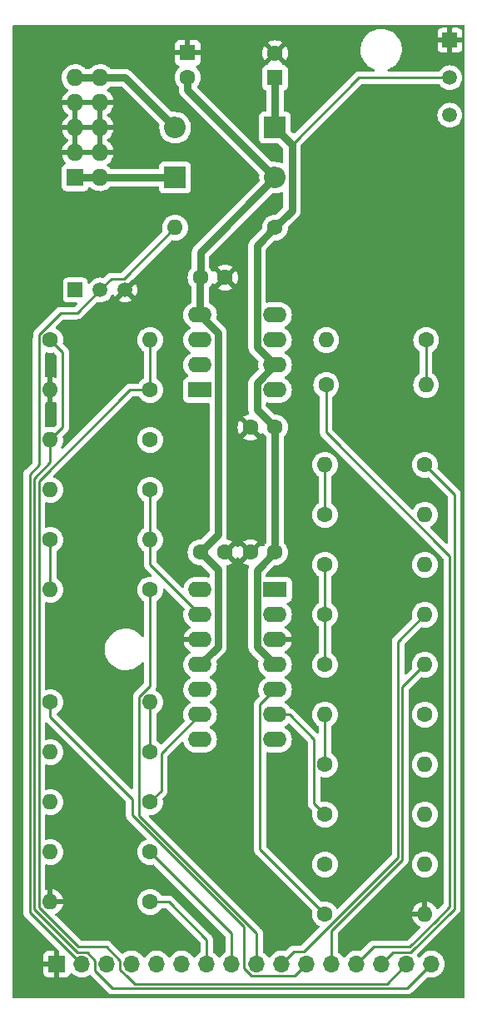
<source format=gtl>
G04 #@! TF.GenerationSoftware,KiCad,Pcbnew,6.0.2-378541a8eb~116~ubuntu20.04.1*
G04 #@! TF.CreationDate,2022-03-12T17:00:12-05:00*
G04 #@! TF.ProjectId,attenuverters_b1,61747465-6e75-4766-9572-746572735f62,rev?*
G04 #@! TF.SameCoordinates,Original*
G04 #@! TF.FileFunction,Copper,L1,Top*
G04 #@! TF.FilePolarity,Positive*
%FSLAX46Y46*%
G04 Gerber Fmt 4.6, Leading zero omitted, Abs format (unit mm)*
G04 Created by KiCad (PCBNEW 6.0.2-378541a8eb~116~ubuntu20.04.1) date 2022-03-12 17:00:12*
%MOMM*%
%LPD*%
G01*
G04 APERTURE LIST*
G04 #@! TA.AperFunction,ComponentPad*
%ADD10R,1.700000X1.700000*%
G04 #@! TD*
G04 #@! TA.AperFunction,ComponentPad*
%ADD11O,1.700000X1.700000*%
G04 #@! TD*
G04 #@! TA.AperFunction,ComponentPad*
%ADD12C,1.600000*%
G04 #@! TD*
G04 #@! TA.AperFunction,ComponentPad*
%ADD13O,1.600000X1.600000*%
G04 #@! TD*
G04 #@! TA.AperFunction,ComponentPad*
%ADD14R,2.200000X2.200000*%
G04 #@! TD*
G04 #@! TA.AperFunction,ComponentPad*
%ADD15O,2.200000X2.200000*%
G04 #@! TD*
G04 #@! TA.AperFunction,ComponentPad*
%ADD16C,1.500000*%
G04 #@! TD*
G04 #@! TA.AperFunction,ComponentPad*
%ADD17R,1.500000X1.500000*%
G04 #@! TD*
G04 #@! TA.AperFunction,ComponentPad*
%ADD18R,1.727200X1.727200*%
G04 #@! TD*
G04 #@! TA.AperFunction,ComponentPad*
%ADD19O,1.727200X1.727200*%
G04 #@! TD*
G04 #@! TA.AperFunction,ComponentPad*
%ADD20R,1.600000X1.600000*%
G04 #@! TD*
G04 #@! TA.AperFunction,ComponentPad*
%ADD21R,2.400000X1.600000*%
G04 #@! TD*
G04 #@! TA.AperFunction,ComponentPad*
%ADD22O,2.400000X1.600000*%
G04 #@! TD*
G04 #@! TA.AperFunction,Conductor*
%ADD23C,0.750000*%
G04 #@! TD*
G04 #@! TA.AperFunction,Conductor*
%ADD24C,0.250000*%
G04 #@! TD*
G04 APERTURE END LIST*
D10*
G04 #@! TO.P,J1,1,Pin_1*
G04 #@! TO.N,Board_0-GND*
X131499999Y-145999999D03*
D11*
G04 #@! TO.P,J1,2,Pin_2*
G04 #@! TO.N,Board_0-10V_REF*
X134039999Y-145999999D03*
G04 #@! TO.P,J1,3,Pin_3*
G04 #@! TO.N,Board_0-NONINV1*
X136579999Y-145999999D03*
G04 #@! TO.P,J1,4,Pin_4*
G04 #@! TO.N,Board_0-INV1*
X139119999Y-145999999D03*
G04 #@! TO.P,J1,5,Pin_5*
G04 #@! TO.N,Board_0-SUM1*
X141659999Y-145999999D03*
G04 #@! TO.P,J1,6,Pin_6*
G04 #@! TO.N,Board_0-OUT1*
X144199999Y-145999999D03*
G04 #@! TO.P,J1,7,Pin_7*
G04 #@! TO.N,Board_0-NONINV2*
X146739999Y-145999999D03*
G04 #@! TO.P,J1,8,Pin_8*
G04 #@! TO.N,Board_0-INV2*
X149279999Y-145999999D03*
G04 #@! TO.P,J1,9,Pin_9*
G04 #@! TO.N,Board_0-OUTSUM*
X151819999Y-145999999D03*
G04 #@! TO.P,J1,10,Pin_10*
G04 #@! TO.N,Board_0-SUM2*
X154359999Y-145999999D03*
G04 #@! TO.P,J1,11,Pin_11*
G04 #@! TO.N,Board_0-OUT2*
X156899999Y-145999999D03*
G04 #@! TO.P,J1,12,Pin_12*
G04 #@! TO.N,Board_0-SUM3*
X159439999Y-145999999D03*
G04 #@! TO.P,J1,13,Pin_13*
G04 #@! TO.N,Board_0-OUT3*
X161979999Y-145999999D03*
G04 #@! TO.P,J1,14,Pin_14*
G04 #@! TO.N,Board_0-OUT~{SUM}*
X164519999Y-145999999D03*
G04 #@! TO.P,J1,15,Pin_15*
G04 #@! TO.N,Board_0-NONINV3*
X167059999Y-145999999D03*
G04 #@! TO.P,J1,16,Pin_16*
G04 #@! TO.N,Board_0-INV3*
X169599999Y-145999999D03*
G04 #@! TD*
D12*
G04 #@! TO.P,R17,1*
G04 #@! TO.N,Board_0-OUT2*
X130839999Y-119359999D03*
D13*
G04 #@! TO.P,R17,2*
G04 #@! TO.N,Board_0-Net-(R14-Pad1)*
X140999999Y-119359999D03*
G04 #@! TD*
D14*
G04 #@! TO.P,D1,1,K*
G04 #@! TO.N,Board_0-+12V*
X153699999Y-60939999D03*
D15*
G04 #@! TO.P,D1,2,A*
G04 #@! TO.N,Board_0-/+12_IN*
X143539999Y-60939999D03*
G04 #@! TD*
D16*
G04 #@! TO.P,TP2,1,1*
G04 #@! TO.N,Board_0-+12V*
X171479999Y-55859999D03*
G04 #@! TD*
D12*
G04 #@! TO.P,R19,1*
G04 #@! TO.N,Board_0-Net-(R19-Pad1)*
X158779999Y-100309999D03*
D13*
G04 #@! TO.P,R19,2*
G04 #@! TO.N,Board_0-Net-(R10-Pad1)*
X168939999Y-100309999D03*
G04 #@! TD*
D12*
G04 #@! TO.P,C5,1*
G04 #@! TO.N,Board_0-+12V*
X153699999Y-91419999D03*
G04 #@! TO.P,C5,2*
G04 #@! TO.N,Board_0-GND*
X151199999Y-91419999D03*
G04 #@! TD*
G04 #@! TO.P,R23,1*
G04 #@! TO.N,Board_0-OUT~{SUM}*
X168939999Y-95229999D03*
D13*
G04 #@! TO.P,R23,2*
G04 #@! TO.N,Board_0-Net-(R19-Pad1)*
X158779999Y-95229999D03*
G04 #@! TD*
D17*
G04 #@! TO.P,TP1,1,1*
G04 #@! TO.N,Board_0-GND*
X171479999Y-52049999D03*
G04 #@! TD*
D12*
G04 #@! TO.P,R9,1*
G04 #@! TO.N,Board_0-Net-(R15-Pad2)*
X140999999Y-92689999D03*
D13*
G04 #@! TO.P,R9,2*
G04 #@! TO.N,Board_0-INV3*
X130839999Y-92689999D03*
G04 #@! TD*
D12*
G04 #@! TO.P,R2,1*
G04 #@! TO.N,Board_0-NONINV1*
X158779999Y-140949999D03*
D13*
G04 #@! TO.P,R2,2*
G04 #@! TO.N,Board_0-GND*
X168939999Y-140949999D03*
G04 #@! TD*
D12*
G04 #@! TO.P,R21,1*
G04 #@! TO.N,Board_0-Net-(R21-Pad1)*
X130839999Y-102849999D03*
D13*
G04 #@! TO.P,R21,2*
G04 #@! TO.N,Board_0-Net-(R20-Pad1)*
X140999999Y-102849999D03*
G04 #@! TD*
D12*
G04 #@! TO.P,R5,1*
G04 #@! TO.N,Board_0-INV3*
X130839999Y-82529999D03*
D13*
G04 #@! TO.P,R5,2*
G04 #@! TO.N,Board_0-NONINV3*
X140999999Y-82529999D03*
G04 #@! TD*
D18*
G04 #@! TO.P,J7,1,-12V*
G04 #@! TO.N,Board_0-/-12_IN*
X133379999Y-66019999D03*
D19*
G04 #@! TO.P,J7,2,-12V*
X135919999Y-66019999D03*
G04 #@! TO.P,J7,3,GND*
G04 #@! TO.N,Board_0-GND*
X133379999Y-63479999D03*
G04 #@! TO.P,J7,4,GND*
X135919999Y-63479999D03*
G04 #@! TO.P,J7,5,GND*
X133379999Y-60939999D03*
G04 #@! TO.P,J7,6,GND*
X135919999Y-60939999D03*
G04 #@! TO.P,J7,7,GND*
X133379999Y-58399999D03*
G04 #@! TO.P,J7,8,GND*
X135919999Y-58399999D03*
G04 #@! TO.P,J7,9,+12V*
G04 #@! TO.N,Board_0-/+12_IN*
X133379999Y-55859999D03*
G04 #@! TO.P,J7,10,+12V*
X135919999Y-55859999D03*
G04 #@! TD*
D12*
G04 #@! TO.P,R10,1*
G04 #@! TO.N,Board_0-Net-(R10-Pad1)*
X158779999Y-105389999D03*
D13*
G04 #@! TO.P,R10,2*
G04 #@! TO.N,Board_0-SUM1*
X168939999Y-105389999D03*
G04 #@! TD*
D12*
G04 #@! TO.P,C4,1*
G04 #@! TO.N,Board_0-GND*
X148619999Y-104119999D03*
G04 #@! TO.P,C4,2*
G04 #@! TO.N,Board_0--12V*
X146119999Y-104119999D03*
G04 #@! TD*
G04 #@! TO.P,R1,1*
G04 #@! TO.N,Board_0-INV1*
X158779999Y-135869999D03*
D13*
G04 #@! TO.P,R1,2*
G04 #@! TO.N,Board_0-NONINV1*
X168939999Y-135869999D03*
G04 #@! TD*
D12*
G04 #@! TO.P,R16,1*
G04 #@! TO.N,Board_0-OUT1*
X168939999Y-120629999D03*
D13*
G04 #@! TO.P,R16,2*
G04 #@! TO.N,Board_0-Net-(R13-Pad1)*
X158779999Y-120629999D03*
G04 #@! TD*
D12*
G04 #@! TO.P,R4,1*
G04 #@! TO.N,Board_0-NONINV2*
X140999999Y-139679999D03*
D13*
G04 #@! TO.P,R4,2*
G04 #@! TO.N,Board_0-GND*
X130839999Y-139679999D03*
G04 #@! TD*
D12*
G04 #@! TO.P,R11,1*
G04 #@! TO.N,Board_0-Net-(R10-Pad1)*
X158779999Y-110469999D03*
D13*
G04 #@! TO.P,R11,2*
G04 #@! TO.N,Board_0-SUM2*
X168939999Y-110469999D03*
G04 #@! TD*
D12*
G04 #@! TO.P,R6,1*
G04 #@! TO.N,Board_0-NONINV3*
X140999999Y-87609999D03*
D13*
G04 #@! TO.P,R6,2*
G04 #@! TO.N,Board_0-GND*
X130839999Y-87609999D03*
G04 #@! TD*
D16*
G04 #@! TO.P,TP3,1,1*
G04 #@! TO.N,Board_0--12V*
X171479999Y-59669999D03*
G04 #@! TD*
D17*
G04 #@! TO.P,U3,1*
G04 #@! TO.N,N/C*
X133379999Y-77449999D03*
D16*
G04 #@! TO.P,U3,2,K*
G04 #@! TO.N,Board_0-10V_REF*
X135919999Y-77449999D03*
G04 #@! TO.P,U3,3,A*
G04 #@! TO.N,Board_0-GND*
X138459999Y-77449999D03*
G04 #@! TD*
D20*
G04 #@! TO.P,C1,1*
G04 #@! TO.N,Board_0-+12V*
X153699999Y-55859999D03*
D12*
G04 #@! TO.P,C1,2*
G04 #@! TO.N,Board_0-GND*
X153699999Y-53359999D03*
G04 #@! TD*
G04 #@! TO.P,R24,1*
G04 #@! TO.N,Board_0-+12V*
X153699999Y-71099999D03*
D13*
G04 #@! TO.P,R24,2*
G04 #@! TO.N,Board_0-10V_REF*
X143539999Y-71099999D03*
G04 #@! TD*
D12*
G04 #@! TO.P,R7,1*
G04 #@! TO.N,Board_0-Net-(R13-Pad2)*
X158779999Y-130789999D03*
D13*
G04 #@! TO.P,R7,2*
G04 #@! TO.N,Board_0-INV1*
X168939999Y-130789999D03*
G04 #@! TD*
D12*
G04 #@! TO.P,C3,1*
G04 #@! TO.N,Board_0-+12V*
X153699999Y-104119999D03*
G04 #@! TO.P,C3,2*
G04 #@! TO.N,Board_0-GND*
X151199999Y-104119999D03*
G04 #@! TD*
D20*
G04 #@! TO.P,C2,1*
G04 #@! TO.N,Board_0-GND*
X144809999Y-53319999D03*
D12*
G04 #@! TO.P,C2,2*
G04 #@! TO.N,Board_0--12V*
X144809999Y-55819999D03*
G04 #@! TD*
D14*
G04 #@! TO.P,D2,1,K*
G04 #@! TO.N,Board_0-/-12_IN*
X143539999Y-66019999D03*
D15*
G04 #@! TO.P,D2,2,A*
G04 #@! TO.N,Board_0--12V*
X153699999Y-66019999D03*
G04 #@! TD*
D12*
G04 #@! TO.P,R18,1*
G04 #@! TO.N,Board_0-OUT3*
X158906999Y-87101999D03*
D13*
G04 #@! TO.P,R18,2*
G04 #@! TO.N,Board_0-Net-(R15-Pad1)*
X169066999Y-87101999D03*
G04 #@! TD*
D12*
G04 #@! TO.P,C6,1*
G04 #@! TO.N,Board_0-GND*
X148619999Y-76179999D03*
G04 #@! TO.P,C6,2*
G04 #@! TO.N,Board_0--12V*
X146119999Y-76179999D03*
G04 #@! TD*
G04 #@! TO.P,R13,1*
G04 #@! TO.N,Board_0-Net-(R13-Pad1)*
X158779999Y-125709999D03*
D13*
G04 #@! TO.P,R13,2*
G04 #@! TO.N,Board_0-Net-(R13-Pad2)*
X168939999Y-125709999D03*
G04 #@! TD*
D12*
G04 #@! TO.P,R14,1*
G04 #@! TO.N,Board_0-Net-(R14-Pad1)*
X140999999Y-124439999D03*
D13*
G04 #@! TO.P,R14,2*
G04 #@! TO.N,Board_0-Net-(R14-Pad2)*
X130839999Y-124439999D03*
G04 #@! TD*
D12*
G04 #@! TO.P,R22,1*
G04 #@! TO.N,Board_0-OUTSUM*
X140999999Y-107929999D03*
D13*
G04 #@! TO.P,R22,2*
G04 #@! TO.N,Board_0-Net-(R21-Pad1)*
X130839999Y-107929999D03*
G04 #@! TD*
D12*
G04 #@! TO.P,R15,1*
G04 #@! TO.N,Board_0-Net-(R15-Pad1)*
X169066999Y-82529999D03*
D13*
G04 #@! TO.P,R15,2*
G04 #@! TO.N,Board_0-Net-(R15-Pad2)*
X158906999Y-82529999D03*
G04 #@! TD*
D12*
G04 #@! TO.P,R20,1*
G04 #@! TO.N,Board_0-Net-(R20-Pad1)*
X140999999Y-97769999D03*
D13*
G04 #@! TO.P,R20,2*
G04 #@! TO.N,Board_0-Net-(R19-Pad1)*
X130839999Y-97769999D03*
G04 #@! TD*
D21*
G04 #@! TO.P,U2,1,NULL*
G04 #@! TO.N,Board_0-unconnected-(U2-Pad1)*
X146079999Y-87609999D03*
D22*
G04 #@! TO.P,U2,2,-*
G04 #@! TO.N,Board_0-Net-(R15-Pad2)*
X146079999Y-85069999D03*
G04 #@! TO.P,U2,3,+*
G04 #@! TO.N,Board_0-NONINV3*
X146079999Y-82529999D03*
G04 #@! TO.P,U2,4,V-*
G04 #@! TO.N,Board_0--12V*
X146079999Y-79989999D03*
G04 #@! TO.P,U2,5,NULL*
G04 #@! TO.N,Board_0-unconnected-(U2-Pad5)*
X153699999Y-79989999D03*
G04 #@! TO.P,U2,6*
G04 #@! TO.N,Board_0-Net-(R15-Pad1)*
X153699999Y-82529999D03*
G04 #@! TO.P,U2,7,V+*
G04 #@! TO.N,Board_0-+12V*
X153699999Y-85069999D03*
G04 #@! TO.P,U2,8,NC*
G04 #@! TO.N,Board_0-unconnected-(U2-Pad8)*
X153699999Y-87609999D03*
G04 #@! TD*
D21*
G04 #@! TO.P,U1,1*
G04 #@! TO.N,Board_0-Net-(R19-Pad1)*
X153699999Y-107929999D03*
D22*
G04 #@! TO.P,U1,2,-*
G04 #@! TO.N,Board_0-Net-(R10-Pad1)*
X153699999Y-110469999D03*
G04 #@! TO.P,U1,3,+*
G04 #@! TO.N,Board_0-GND*
X153699999Y-113009999D03*
G04 #@! TO.P,U1,4,V+*
G04 #@! TO.N,Board_0-+12V*
X153699999Y-115549999D03*
G04 #@! TO.P,U1,5,+*
G04 #@! TO.N,Board_0-NONINV1*
X153699999Y-118089999D03*
G04 #@! TO.P,U1,6,-*
G04 #@! TO.N,Board_0-Net-(R13-Pad2)*
X153699999Y-120629999D03*
G04 #@! TO.P,U1,7*
G04 #@! TO.N,Board_0-Net-(R13-Pad1)*
X153699999Y-123169999D03*
G04 #@! TO.P,U1,8*
G04 #@! TO.N,Board_0-Net-(R14-Pad1)*
X146079999Y-123169999D03*
G04 #@! TO.P,U1,9,-*
G04 #@! TO.N,Board_0-Net-(R14-Pad2)*
X146079999Y-120629999D03*
G04 #@! TO.P,U1,10,+*
G04 #@! TO.N,Board_0-NONINV2*
X146079999Y-118089999D03*
G04 #@! TO.P,U1,11,V-*
G04 #@! TO.N,Board_0--12V*
X146079999Y-115549999D03*
G04 #@! TO.P,U1,12,+*
G04 #@! TO.N,Board_0-GND*
X146079999Y-113009999D03*
G04 #@! TO.P,U1,13,-*
G04 #@! TO.N,Board_0-Net-(R20-Pad1)*
X146079999Y-110469999D03*
G04 #@! TO.P,U1,14*
G04 #@! TO.N,Board_0-Net-(R21-Pad1)*
X146079999Y-107929999D03*
G04 #@! TD*
D12*
G04 #@! TO.P,R8,1*
G04 #@! TO.N,Board_0-Net-(R14-Pad2)*
X140999999Y-129519999D03*
D13*
G04 #@! TO.P,R8,2*
G04 #@! TO.N,Board_0-INV2*
X130839999Y-129519999D03*
G04 #@! TD*
D12*
G04 #@! TO.P,R12,1*
G04 #@! TO.N,Board_0-Net-(R10-Pad1)*
X158779999Y-115549999D03*
D13*
G04 #@! TO.P,R12,2*
G04 #@! TO.N,Board_0-SUM3*
X168939999Y-115549999D03*
G04 #@! TD*
D12*
G04 #@! TO.P,R3,1*
G04 #@! TO.N,Board_0-INV2*
X140999999Y-134599999D03*
D13*
G04 #@! TO.P,R3,2*
G04 #@! TO.N,Board_0-NONINV2*
X130839999Y-134599999D03*
G04 #@! TD*
D23*
G04 #@! TO.N,Board_0-+12V*
X151874989Y-105945009D02*
X151874989Y-113724989D01*
X155425000Y-69374998D02*
X153699999Y-71099999D01*
X153699999Y-71099999D02*
X151874989Y-72925009D01*
X153699999Y-104119999D02*
X153699999Y-91459999D01*
X151874989Y-113724989D02*
X153699999Y-115549999D01*
X153699999Y-60939999D02*
X155425000Y-62665000D01*
X153699999Y-85069999D02*
X151874989Y-86895009D01*
X153699999Y-104119999D02*
X151874989Y-105945009D01*
X151874989Y-86895009D02*
X151874989Y-89594989D01*
X151874989Y-72925009D02*
X151874989Y-83244989D01*
X155425000Y-62665000D02*
X155425000Y-69374998D01*
X151874989Y-83244989D02*
X153699999Y-85069999D01*
D24*
X171479999Y-55859999D02*
X162230001Y-55859999D01*
X162230001Y-55859999D02*
X155425000Y-62665000D01*
D23*
X151874989Y-89594989D02*
X153699999Y-91419999D01*
X153699999Y-55859999D02*
X153699999Y-60939999D01*
G04 #@! TO.N,Board_0--12V*
X146119999Y-104119999D02*
X147905009Y-105905009D01*
X144809999Y-55819999D02*
X144809999Y-57129999D01*
X147905009Y-105905009D02*
X147905009Y-113724989D01*
X146119999Y-73599999D02*
X153699999Y-66019999D01*
X146119999Y-76179999D02*
X146119999Y-73599999D01*
X146079999Y-79989999D02*
X147905009Y-81815009D01*
X147905009Y-102334989D02*
X146119999Y-104119999D01*
X147905009Y-113724989D02*
X146079999Y-115549999D01*
X146079999Y-79989999D02*
X146079999Y-76179999D01*
X144809999Y-57129999D02*
X153699999Y-66019999D01*
X147905009Y-81815009D02*
X147905009Y-102334989D01*
G04 #@! TO.N,Board_0-/+12_IN*
X135919999Y-55859999D02*
X138459999Y-55859999D01*
X138459999Y-55859999D02*
X143539999Y-60939999D01*
X133379999Y-55859999D02*
X135919999Y-55859999D01*
G04 #@! TO.N,Board_0-/-12_IN*
X135919999Y-66019999D02*
X143539999Y-66019999D01*
X133379999Y-66019999D02*
X135919999Y-66019999D01*
D24*
G04 #@! TO.N,Board_0-10V_REF*
X128738988Y-96188010D02*
X128738988Y-140755399D01*
X143539999Y-71099999D02*
X138315000Y-76324998D01*
X128738988Y-140755399D02*
X133983588Y-145999999D01*
X129696999Y-82402999D02*
X129696999Y-87013997D01*
X138315000Y-76324998D02*
X137045000Y-76324998D01*
X129664998Y-88174000D02*
X129696999Y-88206001D01*
X129714998Y-82385000D02*
X129696999Y-82402999D01*
X133574998Y-79795000D02*
X131909996Y-79795000D01*
X135919999Y-77449999D02*
X133574998Y-79795000D01*
X129714998Y-81989998D02*
X129714998Y-82385000D01*
X129664998Y-87045998D02*
X129664998Y-88174000D01*
X131909996Y-79795000D02*
X129714998Y-81989998D01*
X129696999Y-95229999D02*
X128738988Y-96188010D01*
X129696999Y-87013997D02*
X129664998Y-87045998D01*
X129696999Y-88206001D02*
X129696999Y-95229999D01*
X137045000Y-76324998D02*
X135919999Y-77449999D01*
G04 #@! TO.N,Board_0-INV2*
X149279999Y-142879999D02*
X149279999Y-145999999D01*
X140999999Y-134599999D02*
X149279999Y-142879999D01*
G04 #@! TO.N,Board_0-INV3*
X129214987Y-96601011D02*
X129214987Y-140430400D01*
X130839999Y-94975999D02*
X129214987Y-96601011D01*
X135404998Y-146672000D02*
X137175997Y-148442999D01*
X135404998Y-145625996D02*
X135404998Y-146672000D01*
X167156999Y-148442999D02*
X169599999Y-145999999D01*
X132109999Y-83799999D02*
X132109999Y-91419999D01*
X129214987Y-140430400D02*
X133609585Y-144824998D01*
X130839999Y-92689999D02*
X130839999Y-94975999D01*
X130839999Y-82529999D02*
X132109999Y-83799999D01*
X133609585Y-144824998D02*
X134604000Y-144824998D01*
X137175997Y-148442999D02*
X167156999Y-148442999D01*
X134604000Y-144824998D02*
X135404998Y-145625996D01*
X132109999Y-91419999D02*
X130839999Y-92689999D01*
G04 #@! TO.N,Board_0-NONINV1*
X158779999Y-140949999D02*
X152174989Y-134344989D01*
X152174989Y-119615009D02*
X153699999Y-118089999D01*
X152174989Y-134344989D02*
X152174989Y-119615009D01*
G04 #@! TO.N,Board_0-NONINV2*
X146739999Y-143514999D02*
X146739999Y-145999999D01*
X140999999Y-139679999D02*
X142904999Y-139679999D01*
X142904999Y-139679999D02*
X146739999Y-143514999D01*
G04 #@! TO.N,Board_0-NONINV3*
X138589000Y-147175000D02*
X138555998Y-147175000D01*
X139406988Y-147992988D02*
X138589000Y-147175000D01*
X136571001Y-144251999D02*
X133672997Y-144251999D01*
X133672997Y-144251999D02*
X129664998Y-140244000D01*
X165067010Y-147992988D02*
X139406988Y-147992988D01*
X129664998Y-140244000D02*
X129664998Y-96914410D01*
X137944998Y-145625996D02*
X136571001Y-144251999D01*
X138555998Y-147175000D02*
X137944998Y-146564000D01*
X129664998Y-96914410D02*
X138969409Y-87609999D01*
X137944998Y-146564000D02*
X137944998Y-145625996D01*
X138969409Y-87609999D02*
X140999999Y-87609999D01*
X167059999Y-145999999D02*
X165067010Y-147992988D01*
X140999999Y-82529999D02*
X140999999Y-87609999D01*
G04 #@! TO.N,Board_0-Net-(R10-Pad1)*
X158779999Y-110469999D02*
X158779999Y-115549999D01*
X158779999Y-105389999D02*
X158779999Y-110469999D01*
G04 #@! TO.N,Board_0-Net-(R13-Pad1)*
X158779999Y-120629999D02*
X158779999Y-125709999D01*
G04 #@! TO.N,Board_0-Net-(R13-Pad2)*
X153699999Y-120629999D02*
X155149999Y-120629999D01*
X157654998Y-123134998D02*
X157654998Y-129664998D01*
X157654998Y-129664998D02*
X158779999Y-130789999D01*
X155149999Y-120629999D02*
X157654998Y-123134998D01*
G04 #@! TO.N,Board_0-Net-(R14-Pad1)*
X140999999Y-119359999D02*
X140999999Y-124439999D01*
G04 #@! TO.N,Board_0-Net-(R14-Pad2)*
X140999999Y-129519999D02*
X142125000Y-128394998D01*
X142125000Y-128394998D02*
X142125000Y-124584998D01*
X142125000Y-124584998D02*
X146079999Y-120629999D01*
G04 #@! TO.N,Board_0-Net-(R15-Pad1)*
X169066999Y-82529999D02*
X169066999Y-87101999D01*
G04 #@! TO.N,Board_0-Net-(R19-Pad1)*
X158779999Y-95229999D02*
X158779999Y-100309999D01*
G04 #@! TO.N,Board_0-Net-(R20-Pad1)*
X140999999Y-105389999D02*
X146079999Y-110469999D01*
X140999999Y-102849999D02*
X140999999Y-97769999D01*
X140999999Y-102849999D02*
X140999999Y-105389999D01*
G04 #@! TO.N,Board_0-Net-(R21-Pad1)*
X130839999Y-107929999D02*
X130839999Y-102849999D01*
G04 #@! TO.N,Board_0-OUT2*
X150524999Y-142221409D02*
X150524999Y-146410999D01*
X150524999Y-142221409D02*
X139160013Y-130856423D01*
X130839999Y-120883999D02*
X139160013Y-129204013D01*
X139160013Y-129204013D02*
X139160013Y-130856423D01*
X130839999Y-119359999D02*
X130839999Y-120883999D01*
X150524999Y-146410999D02*
X151289000Y-147175000D01*
X155724998Y-147175000D02*
X156899999Y-145999999D01*
X151289000Y-147175000D02*
X155724998Y-147175000D01*
G04 #@! TO.N,Board_0-OUT3*
X158906999Y-87101999D02*
X158906999Y-91942001D01*
X170065000Y-141564000D02*
X170065000Y-141602998D01*
X158906999Y-91942001D02*
X171479999Y-104515001D01*
X171479999Y-140149001D02*
X170065000Y-141564000D01*
X167418499Y-144249499D02*
X163730499Y-144249499D01*
X163730499Y-144249499D02*
X161979999Y-145999999D01*
X170065000Y-141602998D02*
X167418499Y-144249499D01*
X171479999Y-104515001D02*
X171479999Y-140149001D01*
G04 #@! TO.N,Board_0-OUTSUM*
X140999999Y-117708999D02*
X139874998Y-118834000D01*
X140999999Y-107929999D02*
X140999999Y-117708999D01*
X139874998Y-130934998D02*
X151819999Y-142879999D01*
X139874998Y-118834000D02*
X139874998Y-130934998D01*
X151819999Y-142879999D02*
X151819999Y-145999999D01*
G04 #@! TO.N,Board_0-OUT~{SUM}*
X171930010Y-98220010D02*
X171930010Y-140374399D01*
X167479411Y-144824998D02*
X165695000Y-144824998D01*
X168939999Y-95229999D02*
X171930010Y-98220010D01*
X165695000Y-144824998D02*
X164519999Y-145999999D01*
X171930010Y-140374399D02*
X167479411Y-144824998D01*
G04 #@! TO.N,Board_0-SUM2*
X156635001Y-144759999D02*
X166203988Y-135191012D01*
X166203988Y-113206010D02*
X168939999Y-110469999D01*
X166203988Y-135191012D02*
X166203988Y-113206010D01*
X155599999Y-144759999D02*
X156635001Y-144759999D01*
X154359999Y-145999999D02*
X155599999Y-144759999D01*
G04 #@! TO.N,Board_0-SUM3*
X159439999Y-142591412D02*
X166653999Y-135377412D01*
X166653999Y-135377412D02*
X166653999Y-117835999D01*
X159439999Y-145999999D02*
X159439999Y-142591412D01*
X166653999Y-117835999D02*
X168939999Y-115549999D01*
G04 #@! TD*
G04 #@! TA.AperFunction,Conductor*
G04 #@! TO.N,Board_0-GND*
G36*
X172934120Y-50528001D02*
G01*
X172980613Y-50581657D01*
X172991999Y-50633999D01*
X172991999Y-55816693D01*
X172979474Y-55859349D01*
X172989529Y-55878478D01*
X172991999Y-55903305D01*
X172991999Y-59626693D01*
X172979474Y-59669349D01*
X172989529Y-59688478D01*
X172991999Y-59713305D01*
X172991999Y-149365999D01*
X172971997Y-149434120D01*
X172918341Y-149480613D01*
X172865999Y-149491999D01*
X127133999Y-149491999D01*
X127065878Y-149471997D01*
X127019385Y-149418341D01*
X127007999Y-149365999D01*
X127007999Y-146894668D01*
X130142000Y-146894668D01*
X130142370Y-146901489D01*
X130147894Y-146952351D01*
X130151520Y-146967603D01*
X130196675Y-147088053D01*
X130205213Y-147103648D01*
X130281714Y-147205723D01*
X130294275Y-147218284D01*
X130396350Y-147294785D01*
X130411945Y-147303323D01*
X130532393Y-147348477D01*
X130547648Y-147352104D01*
X130598513Y-147357630D01*
X130605327Y-147357999D01*
X131227884Y-147357999D01*
X131243123Y-147353524D01*
X131244328Y-147352134D01*
X131245999Y-147344451D01*
X131245999Y-146272114D01*
X131241524Y-146256875D01*
X131240134Y-146255670D01*
X131232451Y-146253999D01*
X130160115Y-146253999D01*
X130144876Y-146258474D01*
X130143671Y-146259864D01*
X130142000Y-146267547D01*
X130142000Y-146894668D01*
X127007999Y-146894668D01*
X127007999Y-145727884D01*
X130141999Y-145727884D01*
X130146474Y-145743123D01*
X130147864Y-145744328D01*
X130155547Y-145745999D01*
X131227884Y-145745999D01*
X131243123Y-145741524D01*
X131244328Y-145740134D01*
X131245999Y-145732451D01*
X131245999Y-144660115D01*
X131241524Y-144644876D01*
X131240134Y-144643671D01*
X131232451Y-144642000D01*
X130605330Y-144642000D01*
X130598509Y-144642370D01*
X130547647Y-144647894D01*
X130532395Y-144651520D01*
X130411945Y-144696675D01*
X130396350Y-144705213D01*
X130294275Y-144781714D01*
X130281714Y-144794275D01*
X130205213Y-144896350D01*
X130196675Y-144911945D01*
X130151521Y-145032393D01*
X130147894Y-145047648D01*
X130142368Y-145098513D01*
X130141999Y-145105327D01*
X130141999Y-145727884D01*
X127007999Y-145727884D01*
X127007999Y-96167953D01*
X128100768Y-96167953D01*
X128101514Y-96175845D01*
X128104929Y-96211971D01*
X128105488Y-96223829D01*
X128105488Y-140676632D01*
X128104961Y-140687815D01*
X128103286Y-140695308D01*
X128103535Y-140703234D01*
X128103535Y-140703235D01*
X128105426Y-140763385D01*
X128105488Y-140767344D01*
X128105488Y-140795255D01*
X128105985Y-140799189D01*
X128105985Y-140799190D01*
X128105993Y-140799255D01*
X128106926Y-140811092D01*
X128108315Y-140855288D01*
X128113966Y-140874738D01*
X128117975Y-140894099D01*
X128120514Y-140914196D01*
X128123433Y-140921567D01*
X128123433Y-140921569D01*
X128136792Y-140955311D01*
X128140637Y-140966541D01*
X128152970Y-141008992D01*
X128157003Y-141015811D01*
X128157005Y-141015816D01*
X128163281Y-141026427D01*
X128171976Y-141044175D01*
X128179436Y-141063016D01*
X128184098Y-141069432D01*
X128184098Y-141069433D01*
X128205424Y-141098786D01*
X128211940Y-141108706D01*
X128234446Y-141146761D01*
X128248767Y-141161082D01*
X128261607Y-141176115D01*
X128273516Y-141192506D01*
X128279622Y-141197557D01*
X128307593Y-141220697D01*
X128316372Y-141228687D01*
X131717094Y-144629409D01*
X131751120Y-144691721D01*
X131753999Y-144718504D01*
X131753999Y-147339883D01*
X131758474Y-147355122D01*
X131759864Y-147356327D01*
X131767547Y-147357998D01*
X132394668Y-147357998D01*
X132401489Y-147357628D01*
X132452351Y-147352104D01*
X132467603Y-147348478D01*
X132588053Y-147303323D01*
X132603648Y-147294785D01*
X132705723Y-147218284D01*
X132718284Y-147205723D01*
X132794785Y-147103648D01*
X132803323Y-147088053D01*
X132844224Y-146978951D01*
X132886866Y-146922187D01*
X132953427Y-146897487D01*
X133022776Y-146912695D01*
X133057443Y-146940683D01*
X133082864Y-146970030D01*
X133082868Y-146970034D01*
X133086249Y-146973937D01*
X133258125Y-147116631D01*
X133450999Y-147229337D01*
X133659691Y-147309029D01*
X133664759Y-147310060D01*
X133664762Y-147310061D01*
X133772016Y-147331882D01*
X133878596Y-147353566D01*
X133883771Y-147353756D01*
X133883773Y-147353756D01*
X134096672Y-147361563D01*
X134096676Y-147361563D01*
X134101836Y-147361752D01*
X134106956Y-147361096D01*
X134106958Y-147361096D01*
X134318287Y-147334024D01*
X134318288Y-147334024D01*
X134323415Y-147333367D01*
X134362433Y-147321661D01*
X134532428Y-147270660D01*
X134532433Y-147270658D01*
X134537383Y-147269173D01*
X134737993Y-147170895D01*
X134775148Y-147144393D01*
X134807469Y-147121339D01*
X134874543Y-147098065D01*
X134943551Y-147114749D01*
X134960952Y-147126833D01*
X134973602Y-147137298D01*
X134982382Y-147145288D01*
X136672345Y-148835252D01*
X136679885Y-148843538D01*
X136683997Y-148850017D01*
X136689774Y-148855442D01*
X136733648Y-148896642D01*
X136736490Y-148899397D01*
X136756227Y-148919134D01*
X136759424Y-148921614D01*
X136768444Y-148929317D01*
X136800676Y-148959585D01*
X136807622Y-148963404D01*
X136807625Y-148963406D01*
X136818431Y-148969347D01*
X136834950Y-148980198D01*
X136850956Y-148992613D01*
X136858225Y-148995758D01*
X136858229Y-148995761D01*
X136891534Y-149010173D01*
X136902184Y-149015390D01*
X136940937Y-149036694D01*
X136948612Y-149038665D01*
X136948613Y-149038665D01*
X136960559Y-149041732D01*
X136979264Y-149048136D01*
X136997852Y-149056180D01*
X137005675Y-149057419D01*
X137005685Y-149057422D01*
X137041521Y-149063098D01*
X137053141Y-149065504D01*
X137084956Y-149073672D01*
X137095967Y-149076499D01*
X137116221Y-149076499D01*
X137135931Y-149078050D01*
X137155940Y-149081219D01*
X137163832Y-149080473D01*
X137182577Y-149078701D01*
X137199959Y-149077058D01*
X137211816Y-149076499D01*
X167078232Y-149076499D01*
X167089415Y-149077026D01*
X167096908Y-149078701D01*
X167104834Y-149078452D01*
X167104835Y-149078452D01*
X167164985Y-149076561D01*
X167168944Y-149076499D01*
X167196855Y-149076499D01*
X167200790Y-149076002D01*
X167200855Y-149075994D01*
X167212692Y-149075061D01*
X167244950Y-149074047D01*
X167248969Y-149073921D01*
X167256888Y-149073672D01*
X167276342Y-149068020D01*
X167295699Y-149064012D01*
X167307929Y-149062467D01*
X167307930Y-149062467D01*
X167315796Y-149061473D01*
X167323167Y-149058554D01*
X167323169Y-149058554D01*
X167356911Y-149045195D01*
X167368141Y-149041350D01*
X167402982Y-149031228D01*
X167402983Y-149031228D01*
X167410592Y-149029017D01*
X167417411Y-149024984D01*
X167417416Y-149024982D01*
X167428027Y-149018706D01*
X167445775Y-149010011D01*
X167464616Y-149002551D01*
X167500386Y-148976563D01*
X167510306Y-148970047D01*
X167541534Y-148951579D01*
X167541537Y-148951577D01*
X167548361Y-148947541D01*
X167562682Y-148933220D01*
X167577716Y-148920379D01*
X167587693Y-148913130D01*
X167594106Y-148908471D01*
X167622297Y-148874394D01*
X167630287Y-148865615D01*
X169144548Y-147351354D01*
X169206860Y-147317328D01*
X169258761Y-147316978D01*
X169438596Y-147353566D01*
X169443771Y-147353756D01*
X169443773Y-147353756D01*
X169656672Y-147361563D01*
X169656676Y-147361563D01*
X169661836Y-147361752D01*
X169666956Y-147361096D01*
X169666958Y-147361096D01*
X169878287Y-147334024D01*
X169878288Y-147334024D01*
X169883415Y-147333367D01*
X169922433Y-147321661D01*
X170092428Y-147270660D01*
X170092433Y-147270658D01*
X170097383Y-147269173D01*
X170297993Y-147170895D01*
X170479859Y-147041172D01*
X170487983Y-147033077D01*
X170580700Y-146940683D01*
X170638095Y-146883488D01*
X170768452Y-146702076D01*
X170789319Y-146659856D01*
X170865135Y-146506452D01*
X170865136Y-146506450D01*
X170867429Y-146501810D01*
X170932369Y-146288068D01*
X170961528Y-146066589D01*
X170963155Y-145999999D01*
X170944851Y-145777360D01*
X170890430Y-145560701D01*
X170801353Y-145355839D01*
X170680013Y-145168276D01*
X170529669Y-145003050D01*
X170525618Y-144999851D01*
X170525614Y-144999847D01*
X170358413Y-144867799D01*
X170358409Y-144867797D01*
X170354358Y-144864597D01*
X170349830Y-144862097D01*
X170262703Y-144814001D01*
X170158788Y-144756637D01*
X170153919Y-144754913D01*
X170153915Y-144754911D01*
X169953086Y-144683794D01*
X169953082Y-144683793D01*
X169948211Y-144682068D01*
X169943118Y-144681161D01*
X169943115Y-144681160D01*
X169733372Y-144643799D01*
X169733366Y-144643798D01*
X169728283Y-144642893D01*
X169654451Y-144641991D01*
X169510080Y-144640227D01*
X169510078Y-144640227D01*
X169504910Y-144640164D01*
X169284090Y-144673954D01*
X169071755Y-144743356D01*
X169041442Y-144759136D01*
X168897974Y-144833821D01*
X168873606Y-144846506D01*
X168869473Y-144849609D01*
X168869470Y-144849611D01*
X168738134Y-144948221D01*
X168694964Y-144980634D01*
X168540628Y-145142137D01*
X168433200Y-145299620D01*
X168378292Y-145344620D01*
X168307767Y-145352791D01*
X168244020Y-145321537D01*
X168223323Y-145297053D01*
X168152922Y-145188229D01*
X168132715Y-145120169D01*
X168152511Y-145051988D01*
X168169619Y-145030694D01*
X172322257Y-140878056D01*
X172330547Y-140870512D01*
X172337028Y-140866399D01*
X172383669Y-140816731D01*
X172386423Y-140813890D01*
X172406144Y-140794169D01*
X172408622Y-140790974D01*
X172416328Y-140781952D01*
X172441168Y-140755500D01*
X172446596Y-140749720D01*
X172456356Y-140731967D01*
X172467209Y-140715444D01*
X172474763Y-140705705D01*
X172479623Y-140699440D01*
X172497186Y-140658856D01*
X172502393Y-140648226D01*
X172523705Y-140609459D01*
X172525676Y-140601782D01*
X172525678Y-140601777D01*
X172528742Y-140589841D01*
X172535148Y-140571129D01*
X172540044Y-140559816D01*
X172543191Y-140552544D01*
X172545693Y-140536751D01*
X172550107Y-140508880D01*
X172552514Y-140497259D01*
X172561538Y-140462110D01*
X172561538Y-140462109D01*
X172563510Y-140454429D01*
X172563510Y-140434168D01*
X172565061Y-140414457D01*
X172566989Y-140402284D01*
X172568229Y-140394456D01*
X172564069Y-140350445D01*
X172563510Y-140338588D01*
X172563510Y-98298777D01*
X172564037Y-98287594D01*
X172565712Y-98280101D01*
X172563956Y-98224224D01*
X172563572Y-98212024D01*
X172563510Y-98208065D01*
X172563510Y-98180154D01*
X172563005Y-98176154D01*
X172562072Y-98164311D01*
X172560932Y-98128039D01*
X172560683Y-98120120D01*
X172555032Y-98100668D01*
X172551024Y-98081316D01*
X172549477Y-98069073D01*
X172548484Y-98061213D01*
X172545566Y-98053842D01*
X172532210Y-98020107D01*
X172528365Y-98008880D01*
X172523637Y-97992606D01*
X172516028Y-97966417D01*
X172505717Y-97948982D01*
X172497022Y-97931234D01*
X172489562Y-97912393D01*
X172463574Y-97876623D01*
X172457058Y-97866703D01*
X172438590Y-97835475D01*
X172438588Y-97835472D01*
X172434552Y-97828648D01*
X172420231Y-97814327D01*
X172407390Y-97799293D01*
X172400141Y-97789316D01*
X172395482Y-97782903D01*
X172361405Y-97754712D01*
X172352626Y-97746722D01*
X170249151Y-95643247D01*
X170215125Y-95580935D01*
X170216540Y-95521540D01*
X170232117Y-95463408D01*
X170232119Y-95463397D01*
X170233542Y-95458086D01*
X170253497Y-95229999D01*
X170233542Y-95001912D01*
X170174283Y-94780756D01*
X170171960Y-94775774D01*
X170079848Y-94578237D01*
X170079845Y-94578232D01*
X170077522Y-94573250D01*
X169946197Y-94385699D01*
X169784299Y-94223801D01*
X169779791Y-94220644D01*
X169779788Y-94220642D01*
X169701610Y-94165901D01*
X169596748Y-94092476D01*
X169591766Y-94090153D01*
X169591761Y-94090150D01*
X169394224Y-93998038D01*
X169394223Y-93998038D01*
X169389242Y-93995715D01*
X169383934Y-93994293D01*
X169383932Y-93994292D01*
X169173401Y-93937880D01*
X169173399Y-93937880D01*
X169168086Y-93936456D01*
X168939999Y-93916501D01*
X168711912Y-93936456D01*
X168706599Y-93937880D01*
X168706597Y-93937880D01*
X168496066Y-93994292D01*
X168496064Y-93994293D01*
X168490756Y-93995715D01*
X168485775Y-93998038D01*
X168485774Y-93998038D01*
X168288237Y-94090150D01*
X168288232Y-94090153D01*
X168283250Y-94092476D01*
X168178388Y-94165901D01*
X168100210Y-94220642D01*
X168100207Y-94220644D01*
X168095699Y-94223801D01*
X167933801Y-94385699D01*
X167802476Y-94573250D01*
X167800153Y-94578232D01*
X167800150Y-94578237D01*
X167708038Y-94775774D01*
X167705715Y-94780756D01*
X167646456Y-95001912D01*
X167626501Y-95229999D01*
X167646456Y-95458086D01*
X167647880Y-95463399D01*
X167647880Y-95463401D01*
X167679374Y-95580935D01*
X167705715Y-95679242D01*
X167708038Y-95684223D01*
X167708038Y-95684224D01*
X167800150Y-95881761D01*
X167800153Y-95881766D01*
X167802476Y-95886748D01*
X167821704Y-95914208D01*
X167927398Y-96065154D01*
X167933801Y-96074299D01*
X168095699Y-96236197D01*
X168100207Y-96239354D01*
X168100210Y-96239356D01*
X168178388Y-96294097D01*
X168283250Y-96367522D01*
X168288232Y-96369845D01*
X168288237Y-96369848D01*
X168485774Y-96461960D01*
X168490756Y-96464283D01*
X168496064Y-96465705D01*
X168496066Y-96465706D01*
X168706597Y-96522118D01*
X168706599Y-96522118D01*
X168711912Y-96523542D01*
X168939999Y-96543497D01*
X169168086Y-96523542D01*
X169173397Y-96522119D01*
X169173408Y-96522117D01*
X169231540Y-96506540D01*
X169302516Y-96508229D01*
X169353247Y-96539151D01*
X171259605Y-98445510D01*
X171293631Y-98507822D01*
X171296510Y-98534605D01*
X171296510Y-103131418D01*
X171276508Y-103199539D01*
X171222852Y-103246032D01*
X171152578Y-103256136D01*
X171087998Y-103226642D01*
X171081415Y-103220513D01*
X169527357Y-101666455D01*
X169493331Y-101604143D01*
X169498396Y-101533328D01*
X169540943Y-101476492D01*
X169563201Y-101463166D01*
X169591756Y-101449851D01*
X169591767Y-101449845D01*
X169596748Y-101447522D01*
X169701610Y-101374097D01*
X169779788Y-101319356D01*
X169779791Y-101319354D01*
X169784299Y-101316197D01*
X169946197Y-101154299D01*
X170077522Y-100966748D01*
X170079845Y-100961766D01*
X170079848Y-100961761D01*
X170171960Y-100764224D01*
X170171960Y-100764223D01*
X170174283Y-100759242D01*
X170233542Y-100538086D01*
X170253497Y-100309999D01*
X170233542Y-100081912D01*
X170174283Y-99860756D01*
X170169213Y-99849883D01*
X170079848Y-99658237D01*
X170079845Y-99658232D01*
X170077522Y-99653250D01*
X169946197Y-99465699D01*
X169784299Y-99303801D01*
X169779791Y-99300644D01*
X169779788Y-99300642D01*
X169627227Y-99193818D01*
X169596748Y-99172476D01*
X169591766Y-99170153D01*
X169591761Y-99170150D01*
X169394224Y-99078038D01*
X169394223Y-99078038D01*
X169389242Y-99075715D01*
X169383934Y-99074293D01*
X169383932Y-99074292D01*
X169173401Y-99017880D01*
X169173399Y-99017880D01*
X169168086Y-99016456D01*
X168939999Y-98996501D01*
X168711912Y-99016456D01*
X168706599Y-99017880D01*
X168706597Y-99017880D01*
X168496066Y-99074292D01*
X168496064Y-99074293D01*
X168490756Y-99075715D01*
X168485775Y-99078038D01*
X168485774Y-99078038D01*
X168288237Y-99170150D01*
X168288232Y-99170153D01*
X168283250Y-99172476D01*
X168252771Y-99193818D01*
X168100210Y-99300642D01*
X168100207Y-99300644D01*
X168095699Y-99303801D01*
X167933801Y-99465699D01*
X167802476Y-99653250D01*
X167800153Y-99658231D01*
X167800147Y-99658242D01*
X167786832Y-99686797D01*
X167739915Y-99740081D01*
X167671638Y-99759542D01*
X167603678Y-99739000D01*
X167583543Y-99722641D01*
X163609406Y-95748503D01*
X159577404Y-91716501D01*
X159543378Y-91654189D01*
X159540499Y-91627406D01*
X159540499Y-88321393D01*
X159560501Y-88253272D01*
X159594228Y-88218180D01*
X159746788Y-88111356D01*
X159746791Y-88111354D01*
X159751299Y-88108197D01*
X159913197Y-87946299D01*
X160044522Y-87758748D01*
X160046845Y-87753766D01*
X160046848Y-87753761D01*
X160138960Y-87556224D01*
X160138960Y-87556223D01*
X160141283Y-87551242D01*
X160200542Y-87330086D01*
X160220497Y-87101999D01*
X167753501Y-87101999D01*
X167773456Y-87330086D01*
X167832715Y-87551242D01*
X167835038Y-87556223D01*
X167835038Y-87556224D01*
X167927150Y-87753761D01*
X167927153Y-87753766D01*
X167929476Y-87758748D01*
X168060801Y-87946299D01*
X168222699Y-88108197D01*
X168227207Y-88111354D01*
X168227210Y-88111356D01*
X168242177Y-88121836D01*
X168410250Y-88239522D01*
X168415232Y-88241845D01*
X168415237Y-88241848D01*
X168585824Y-88321393D01*
X168617756Y-88336283D01*
X168623064Y-88337705D01*
X168623066Y-88337706D01*
X168833597Y-88394118D01*
X168833599Y-88394118D01*
X168838912Y-88395542D01*
X169066999Y-88415497D01*
X169295086Y-88395542D01*
X169300399Y-88394118D01*
X169300401Y-88394118D01*
X169510932Y-88337706D01*
X169510934Y-88337705D01*
X169516242Y-88336283D01*
X169548174Y-88321393D01*
X169718761Y-88241848D01*
X169718766Y-88241845D01*
X169723748Y-88239522D01*
X169891821Y-88121836D01*
X169906788Y-88111356D01*
X169906791Y-88111354D01*
X169911299Y-88108197D01*
X170073197Y-87946299D01*
X170204522Y-87758748D01*
X170206845Y-87753766D01*
X170206848Y-87753761D01*
X170298960Y-87556224D01*
X170298960Y-87556223D01*
X170301283Y-87551242D01*
X170360542Y-87330086D01*
X170380497Y-87101999D01*
X170360542Y-86873912D01*
X170359109Y-86868564D01*
X170302706Y-86658066D01*
X170302705Y-86658064D01*
X170301283Y-86652756D01*
X170263047Y-86570758D01*
X170206848Y-86450237D01*
X170206845Y-86450232D01*
X170204522Y-86445250D01*
X170119251Y-86323471D01*
X170076356Y-86262210D01*
X170076354Y-86262207D01*
X170073197Y-86257699D01*
X169911299Y-86095801D01*
X169906791Y-86092644D01*
X169906788Y-86092642D01*
X169754228Y-85985818D01*
X169709900Y-85930361D01*
X169700499Y-85882605D01*
X169700499Y-83749393D01*
X169720501Y-83681272D01*
X169754228Y-83646180D01*
X169906788Y-83539356D01*
X169906791Y-83539354D01*
X169911299Y-83536197D01*
X170073197Y-83374299D01*
X170081185Y-83362892D01*
X170145224Y-83271434D01*
X170204522Y-83186748D01*
X170206845Y-83181766D01*
X170206848Y-83181761D01*
X170298960Y-82984224D01*
X170298960Y-82984223D01*
X170301283Y-82979242D01*
X170343540Y-82821540D01*
X170359118Y-82763401D01*
X170359119Y-82763397D01*
X170360542Y-82758086D01*
X170380497Y-82529999D01*
X170360542Y-82301912D01*
X170351594Y-82268517D01*
X170302706Y-82086066D01*
X170302705Y-82086064D01*
X170301283Y-82080756D01*
X170272893Y-82019873D01*
X170206848Y-81878237D01*
X170206845Y-81878232D01*
X170204522Y-81873250D01*
X170112883Y-81742376D01*
X170076356Y-81690210D01*
X170076354Y-81690207D01*
X170073197Y-81685699D01*
X169911299Y-81523801D01*
X169906791Y-81520644D01*
X169906788Y-81520642D01*
X169811153Y-81453678D01*
X169723748Y-81392476D01*
X169718766Y-81390153D01*
X169718761Y-81390150D01*
X169521224Y-81298038D01*
X169521223Y-81298038D01*
X169516242Y-81295715D01*
X169510934Y-81294293D01*
X169510932Y-81294292D01*
X169300401Y-81237880D01*
X169300399Y-81237880D01*
X169295086Y-81236456D01*
X169066999Y-81216501D01*
X168838912Y-81236456D01*
X168833599Y-81237880D01*
X168833597Y-81237880D01*
X168623066Y-81294292D01*
X168623064Y-81294293D01*
X168617756Y-81295715D01*
X168612775Y-81298038D01*
X168612774Y-81298038D01*
X168415237Y-81390150D01*
X168415232Y-81390153D01*
X168410250Y-81392476D01*
X168322845Y-81453678D01*
X168227210Y-81520642D01*
X168227207Y-81520644D01*
X168222699Y-81523801D01*
X168060801Y-81685699D01*
X168057644Y-81690207D01*
X168057642Y-81690210D01*
X168021115Y-81742376D01*
X167929476Y-81873250D01*
X167927153Y-81878232D01*
X167927150Y-81878237D01*
X167861105Y-82019873D01*
X167832715Y-82080756D01*
X167831293Y-82086064D01*
X167831292Y-82086066D01*
X167782404Y-82268517D01*
X167773456Y-82301912D01*
X167753501Y-82529999D01*
X167773456Y-82758086D01*
X167774879Y-82763397D01*
X167774880Y-82763401D01*
X167790459Y-82821540D01*
X167832715Y-82979242D01*
X167835038Y-82984223D01*
X167835038Y-82984224D01*
X167927150Y-83181761D01*
X167927153Y-83181766D01*
X167929476Y-83186748D01*
X167988774Y-83271434D01*
X168052814Y-83362892D01*
X168060801Y-83374299D01*
X168222699Y-83536197D01*
X168227207Y-83539354D01*
X168227210Y-83539356D01*
X168379770Y-83646180D01*
X168424098Y-83701637D01*
X168433499Y-83749393D01*
X168433499Y-85882605D01*
X168413497Y-85950726D01*
X168379770Y-85985818D01*
X168227210Y-86092642D01*
X168227207Y-86092644D01*
X168222699Y-86095801D01*
X168060801Y-86257699D01*
X168057644Y-86262207D01*
X168057642Y-86262210D01*
X168014747Y-86323471D01*
X167929476Y-86445250D01*
X167927153Y-86450232D01*
X167927150Y-86450237D01*
X167870951Y-86570758D01*
X167832715Y-86652756D01*
X167831293Y-86658064D01*
X167831292Y-86658066D01*
X167774889Y-86868564D01*
X167773456Y-86873912D01*
X167753501Y-87101999D01*
X160220497Y-87101999D01*
X160200542Y-86873912D01*
X160199109Y-86868564D01*
X160142706Y-86658066D01*
X160142705Y-86658064D01*
X160141283Y-86652756D01*
X160103047Y-86570758D01*
X160046848Y-86450237D01*
X160046845Y-86450232D01*
X160044522Y-86445250D01*
X159959251Y-86323471D01*
X159916356Y-86262210D01*
X159916354Y-86262207D01*
X159913197Y-86257699D01*
X159751299Y-86095801D01*
X159746791Y-86092644D01*
X159746788Y-86092642D01*
X159594227Y-85985818D01*
X159563748Y-85964476D01*
X159558766Y-85962153D01*
X159558761Y-85962150D01*
X159361224Y-85870038D01*
X159361223Y-85870038D01*
X159356242Y-85867715D01*
X159350934Y-85866293D01*
X159350932Y-85866292D01*
X159140401Y-85809880D01*
X159140399Y-85809880D01*
X159135086Y-85808456D01*
X158906999Y-85788501D01*
X158678912Y-85808456D01*
X158673599Y-85809880D01*
X158673597Y-85809880D01*
X158463066Y-85866292D01*
X158463064Y-85866293D01*
X158457756Y-85867715D01*
X158452775Y-85870038D01*
X158452774Y-85870038D01*
X158255237Y-85962150D01*
X158255232Y-85962153D01*
X158250250Y-85964476D01*
X158219771Y-85985818D01*
X158067210Y-86092642D01*
X158067207Y-86092644D01*
X158062699Y-86095801D01*
X157900801Y-86257699D01*
X157897644Y-86262207D01*
X157897642Y-86262210D01*
X157854747Y-86323471D01*
X157769476Y-86445250D01*
X157767153Y-86450232D01*
X157767150Y-86450237D01*
X157710951Y-86570758D01*
X157672715Y-86652756D01*
X157671293Y-86658064D01*
X157671292Y-86658066D01*
X157614889Y-86868564D01*
X157613456Y-86873912D01*
X157593501Y-87101999D01*
X157613456Y-87330086D01*
X157672715Y-87551242D01*
X157675038Y-87556223D01*
X157675038Y-87556224D01*
X157767150Y-87753761D01*
X157767153Y-87753766D01*
X157769476Y-87758748D01*
X157900801Y-87946299D01*
X158062699Y-88108197D01*
X158067207Y-88111354D01*
X158067210Y-88111356D01*
X158219770Y-88218180D01*
X158264098Y-88273637D01*
X158273499Y-88321393D01*
X158273499Y-91863234D01*
X158272972Y-91874417D01*
X158271297Y-91881910D01*
X158271546Y-91889836D01*
X158271546Y-91889837D01*
X158273437Y-91949987D01*
X158273499Y-91953946D01*
X158273499Y-91981857D01*
X158273996Y-91985791D01*
X158273996Y-91985792D01*
X158274004Y-91985857D01*
X158274937Y-91997694D01*
X158276326Y-92041890D01*
X158281977Y-92061340D01*
X158285986Y-92080701D01*
X158288525Y-92100798D01*
X158291444Y-92108169D01*
X158291444Y-92108171D01*
X158304803Y-92141913D01*
X158308648Y-92153143D01*
X158320981Y-92195594D01*
X158325014Y-92202413D01*
X158325016Y-92202418D01*
X158331292Y-92213029D01*
X158339987Y-92230777D01*
X158347447Y-92249618D01*
X158352109Y-92256034D01*
X158352109Y-92256035D01*
X158373435Y-92285388D01*
X158379951Y-92295308D01*
X158402457Y-92333363D01*
X158416778Y-92347684D01*
X158429618Y-92362717D01*
X158441527Y-92379108D01*
X158447633Y-92384159D01*
X158475604Y-92407299D01*
X158484383Y-92415289D01*
X170809594Y-104740501D01*
X170843620Y-104802813D01*
X170846499Y-104829596D01*
X170846499Y-139834406D01*
X170826497Y-139902527D01*
X170809594Y-139923502D01*
X170319611Y-140413484D01*
X170257299Y-140447509D01*
X170186483Y-140442444D01*
X170129648Y-140399897D01*
X170116321Y-140377638D01*
X170079413Y-140298488D01*
X170073930Y-140288992D01*
X169948971Y-140110532D01*
X169941915Y-140102124D01*
X169787874Y-139948083D01*
X169779466Y-139941027D01*
X169601006Y-139816068D01*
X169591510Y-139810585D01*
X169394052Y-139718509D01*
X169383760Y-139714763D01*
X169211496Y-139668605D01*
X169197400Y-139668941D01*
X169193999Y-139676883D01*
X169193999Y-141077999D01*
X169173997Y-141146120D01*
X169120341Y-141192613D01*
X169067999Y-141203999D01*
X167672032Y-141203999D01*
X167658501Y-141207972D01*
X167657272Y-141216521D01*
X167704763Y-141393760D01*
X167708509Y-141404052D01*
X167800585Y-141601510D01*
X167806068Y-141611006D01*
X167931027Y-141789466D01*
X167938083Y-141797874D01*
X168092124Y-141951915D01*
X168100532Y-141958971D01*
X168278992Y-142083930D01*
X168288488Y-142089413D01*
X168394235Y-142138723D01*
X168447520Y-142185640D01*
X168466981Y-142253917D01*
X168446439Y-142321877D01*
X168430080Y-142342013D01*
X167192999Y-143579094D01*
X167130687Y-143613120D01*
X167103904Y-143615999D01*
X163809266Y-143615999D01*
X163798083Y-143615472D01*
X163790590Y-143613797D01*
X163782664Y-143614046D01*
X163782663Y-143614046D01*
X163722500Y-143615937D01*
X163718542Y-143615999D01*
X163690643Y-143615999D01*
X163686653Y-143616503D01*
X163674819Y-143617435D01*
X163630610Y-143618825D01*
X163622996Y-143621037D01*
X163622991Y-143621038D01*
X163611158Y-143624476D01*
X163591795Y-143628487D01*
X163571702Y-143631025D01*
X163564335Y-143633942D01*
X163564330Y-143633943D01*
X163530591Y-143647301D01*
X163519364Y-143651145D01*
X163476906Y-143663481D01*
X163470080Y-143667518D01*
X163459471Y-143673792D01*
X163441723Y-143682487D01*
X163422882Y-143689947D01*
X163416466Y-143694609D01*
X163416465Y-143694609D01*
X163387112Y-143715935D01*
X163377192Y-143722451D01*
X163345964Y-143740919D01*
X163345961Y-143740921D01*
X163339137Y-143744957D01*
X163324816Y-143759278D01*
X163309783Y-143772118D01*
X163293392Y-143784027D01*
X163288342Y-143790131D01*
X163288337Y-143790136D01*
X163265206Y-143818097D01*
X163257216Y-143826878D01*
X162437343Y-144646750D01*
X162375031Y-144680775D01*
X162326152Y-144681701D01*
X162113372Y-144643799D01*
X162113366Y-144643798D01*
X162108283Y-144642893D01*
X162034451Y-144641991D01*
X161890080Y-144640227D01*
X161890078Y-144640227D01*
X161884910Y-144640164D01*
X161664090Y-144673954D01*
X161451755Y-144743356D01*
X161421442Y-144759136D01*
X161277974Y-144833821D01*
X161253606Y-144846506D01*
X161249473Y-144849609D01*
X161249470Y-144849611D01*
X161118134Y-144948221D01*
X161074964Y-144980634D01*
X160920628Y-145142137D01*
X160813200Y-145299620D01*
X160758292Y-145344620D01*
X160687767Y-145352791D01*
X160624020Y-145321537D01*
X160603323Y-145297053D01*
X160522821Y-145172616D01*
X160522819Y-145172613D01*
X160520013Y-145168276D01*
X160369669Y-145003050D01*
X160365618Y-144999851D01*
X160365614Y-144999847D01*
X160198413Y-144867799D01*
X160198409Y-144867797D01*
X160194358Y-144864597D01*
X160189834Y-144862100D01*
X160189830Y-144862097D01*
X160138607Y-144833821D01*
X160088635Y-144783389D01*
X160073499Y-144723512D01*
X160073499Y-142906006D01*
X160093501Y-142837885D01*
X160110404Y-142816911D01*
X162248813Y-140678502D01*
X167658605Y-140678502D01*
X167658941Y-140692598D01*
X167666883Y-140695999D01*
X168667884Y-140695999D01*
X168683123Y-140691524D01*
X168684328Y-140690134D01*
X168685999Y-140682451D01*
X168685999Y-139682032D01*
X168682026Y-139668501D01*
X168673477Y-139667272D01*
X168496238Y-139714763D01*
X168485946Y-139718509D01*
X168288488Y-139810585D01*
X168278992Y-139816068D01*
X168100532Y-139941027D01*
X168092124Y-139948083D01*
X167938083Y-140102124D01*
X167931027Y-140110532D01*
X167806068Y-140288992D01*
X167800585Y-140298488D01*
X167708509Y-140495946D01*
X167704763Y-140506238D01*
X167658605Y-140678502D01*
X162248813Y-140678502D01*
X167046246Y-135881069D01*
X167054536Y-135873525D01*
X167060092Y-135869999D01*
X167626501Y-135869999D01*
X167646456Y-136098086D01*
X167705715Y-136319242D01*
X167708038Y-136324223D01*
X167708038Y-136324224D01*
X167800150Y-136521761D01*
X167800153Y-136521766D01*
X167802476Y-136526748D01*
X167933801Y-136714299D01*
X168095699Y-136876197D01*
X168100207Y-136879354D01*
X168100210Y-136879356D01*
X168178388Y-136934097D01*
X168283250Y-137007522D01*
X168288232Y-137009845D01*
X168288237Y-137009848D01*
X168485774Y-137101960D01*
X168490756Y-137104283D01*
X168496064Y-137105705D01*
X168496066Y-137105706D01*
X168706597Y-137162118D01*
X168706599Y-137162118D01*
X168711912Y-137163542D01*
X168939999Y-137183497D01*
X169168086Y-137163542D01*
X169173399Y-137162118D01*
X169173401Y-137162118D01*
X169383932Y-137105706D01*
X169383934Y-137105705D01*
X169389242Y-137104283D01*
X169394224Y-137101960D01*
X169591761Y-137009848D01*
X169591766Y-137009845D01*
X169596748Y-137007522D01*
X169701610Y-136934097D01*
X169779788Y-136879356D01*
X169779791Y-136879354D01*
X169784299Y-136876197D01*
X169946197Y-136714299D01*
X170077522Y-136526748D01*
X170079845Y-136521766D01*
X170079848Y-136521761D01*
X170171960Y-136324224D01*
X170171960Y-136324223D01*
X170174283Y-136319242D01*
X170233542Y-136098086D01*
X170253497Y-135869999D01*
X170233542Y-135641912D01*
X170220396Y-135592850D01*
X170175706Y-135426066D01*
X170175705Y-135426064D01*
X170174283Y-135420756D01*
X170159744Y-135389577D01*
X170079848Y-135218237D01*
X170079845Y-135218232D01*
X170077522Y-135213250D01*
X170004097Y-135108388D01*
X169949356Y-135030210D01*
X169949354Y-135030207D01*
X169946197Y-135025699D01*
X169784299Y-134863801D01*
X169779791Y-134860644D01*
X169779788Y-134860642D01*
X169674826Y-134787147D01*
X169596748Y-134732476D01*
X169591766Y-134730153D01*
X169591761Y-134730150D01*
X169394224Y-134638038D01*
X169394223Y-134638038D01*
X169389242Y-134635715D01*
X169383934Y-134634293D01*
X169383932Y-134634292D01*
X169173401Y-134577880D01*
X169173399Y-134577880D01*
X169168086Y-134576456D01*
X168939999Y-134556501D01*
X168711912Y-134576456D01*
X168706599Y-134577880D01*
X168706597Y-134577880D01*
X168496066Y-134634292D01*
X168496064Y-134634293D01*
X168490756Y-134635715D01*
X168485775Y-134638038D01*
X168485774Y-134638038D01*
X168288237Y-134730150D01*
X168288232Y-134730153D01*
X168283250Y-134732476D01*
X168205172Y-134787147D01*
X168100210Y-134860642D01*
X168100207Y-134860644D01*
X168095699Y-134863801D01*
X167933801Y-135025699D01*
X167930644Y-135030207D01*
X167930642Y-135030210D01*
X167875901Y-135108388D01*
X167802476Y-135213250D01*
X167800153Y-135218232D01*
X167800150Y-135218237D01*
X167720254Y-135389577D01*
X167705715Y-135420756D01*
X167704293Y-135426064D01*
X167704292Y-135426066D01*
X167659602Y-135592850D01*
X167646456Y-135641912D01*
X167626501Y-135869999D01*
X167060092Y-135869999D01*
X167061017Y-135869412D01*
X167107658Y-135819744D01*
X167110412Y-135816903D01*
X167130134Y-135797181D01*
X167132611Y-135793988D01*
X167140316Y-135784967D01*
X167165158Y-135758512D01*
X167170585Y-135752733D01*
X167174406Y-135745783D01*
X167180345Y-135734980D01*
X167191201Y-135718453D01*
X167198756Y-135708714D01*
X167198757Y-135708712D01*
X167203613Y-135702452D01*
X167221173Y-135661872D01*
X167226390Y-135651224D01*
X167243874Y-135619421D01*
X167243875Y-135619419D01*
X167247694Y-135612472D01*
X167252732Y-135592849D01*
X167259136Y-135574146D01*
X167264032Y-135562832D01*
X167264032Y-135562831D01*
X167267180Y-135555557D01*
X167268419Y-135547734D01*
X167268422Y-135547724D01*
X167274098Y-135511888D01*
X167276504Y-135500268D01*
X167285527Y-135465123D01*
X167285527Y-135465122D01*
X167287499Y-135457442D01*
X167287499Y-135437188D01*
X167289050Y-135417477D01*
X167290979Y-135405298D01*
X167292219Y-135397469D01*
X167288058Y-135353450D01*
X167287499Y-135341593D01*
X167287499Y-130789999D01*
X167626501Y-130789999D01*
X167646456Y-131018086D01*
X167647880Y-131023399D01*
X167647880Y-131023401D01*
X167696437Y-131204615D01*
X167705715Y-131239242D01*
X167708038Y-131244223D01*
X167708038Y-131244224D01*
X167800150Y-131441761D01*
X167800153Y-131441766D01*
X167802476Y-131446748D01*
X167933801Y-131634299D01*
X168095699Y-131796197D01*
X168100207Y-131799354D01*
X168100210Y-131799356D01*
X168178388Y-131854097D01*
X168283250Y-131927522D01*
X168288232Y-131929845D01*
X168288237Y-131929848D01*
X168485774Y-132021960D01*
X168490756Y-132024283D01*
X168496064Y-132025705D01*
X168496066Y-132025706D01*
X168706597Y-132082118D01*
X168706599Y-132082118D01*
X168711912Y-132083542D01*
X168939999Y-132103497D01*
X169168086Y-132083542D01*
X169173399Y-132082118D01*
X169173401Y-132082118D01*
X169383932Y-132025706D01*
X169383934Y-132025705D01*
X169389242Y-132024283D01*
X169394224Y-132021960D01*
X169591761Y-131929848D01*
X169591766Y-131929845D01*
X169596748Y-131927522D01*
X169701610Y-131854097D01*
X169779788Y-131799356D01*
X169779791Y-131799354D01*
X169784299Y-131796197D01*
X169946197Y-131634299D01*
X170077522Y-131446748D01*
X170079845Y-131441766D01*
X170079848Y-131441761D01*
X170171960Y-131244224D01*
X170171960Y-131244223D01*
X170174283Y-131239242D01*
X170183562Y-131204615D01*
X170232118Y-131023401D01*
X170232118Y-131023399D01*
X170233542Y-131018086D01*
X170253497Y-130789999D01*
X170233542Y-130561912D01*
X170222928Y-130522300D01*
X170175706Y-130346066D01*
X170175705Y-130346064D01*
X170174283Y-130340756D01*
X170171960Y-130335774D01*
X170079848Y-130138237D01*
X170079845Y-130138232D01*
X170077522Y-130133250D01*
X169969537Y-129979032D01*
X169949356Y-129950210D01*
X169949354Y-129950207D01*
X169946197Y-129945699D01*
X169784299Y-129783801D01*
X169779791Y-129780644D01*
X169779788Y-129780642D01*
X169631690Y-129676943D01*
X169596748Y-129652476D01*
X169591766Y-129650153D01*
X169591761Y-129650150D01*
X169394224Y-129558038D01*
X169394223Y-129558038D01*
X169389242Y-129555715D01*
X169383934Y-129554293D01*
X169383932Y-129554292D01*
X169173401Y-129497880D01*
X169173399Y-129497880D01*
X169168086Y-129496456D01*
X168939999Y-129476501D01*
X168711912Y-129496456D01*
X168706599Y-129497880D01*
X168706597Y-129497880D01*
X168496066Y-129554292D01*
X168496064Y-129554293D01*
X168490756Y-129555715D01*
X168485775Y-129558038D01*
X168485774Y-129558038D01*
X168288237Y-129650150D01*
X168288232Y-129650153D01*
X168283250Y-129652476D01*
X168248308Y-129676943D01*
X168100210Y-129780642D01*
X168100207Y-129780644D01*
X168095699Y-129783801D01*
X167933801Y-129945699D01*
X167930644Y-129950207D01*
X167930642Y-129950210D01*
X167910461Y-129979032D01*
X167802476Y-130133250D01*
X167800153Y-130138232D01*
X167800150Y-130138237D01*
X167708038Y-130335774D01*
X167705715Y-130340756D01*
X167704293Y-130346064D01*
X167704292Y-130346066D01*
X167657070Y-130522300D01*
X167646456Y-130561912D01*
X167626501Y-130789999D01*
X167287499Y-130789999D01*
X167287499Y-125709999D01*
X167626501Y-125709999D01*
X167646456Y-125938086D01*
X167705715Y-126159242D01*
X167708038Y-126164223D01*
X167708038Y-126164224D01*
X167800150Y-126361761D01*
X167800153Y-126361766D01*
X167802476Y-126366748D01*
X167933801Y-126554299D01*
X168095699Y-126716197D01*
X168100207Y-126719354D01*
X168100210Y-126719356D01*
X168178388Y-126774097D01*
X168283250Y-126847522D01*
X168288232Y-126849845D01*
X168288237Y-126849848D01*
X168448498Y-126924578D01*
X168490756Y-126944283D01*
X168496064Y-126945705D01*
X168496066Y-126945706D01*
X168706597Y-127002118D01*
X168706599Y-127002118D01*
X168711912Y-127003542D01*
X168939999Y-127023497D01*
X169168086Y-127003542D01*
X169173399Y-127002118D01*
X169173401Y-127002118D01*
X169383932Y-126945706D01*
X169383934Y-126945705D01*
X169389242Y-126944283D01*
X169431500Y-126924578D01*
X169591761Y-126849848D01*
X169591766Y-126849845D01*
X169596748Y-126847522D01*
X169701610Y-126774097D01*
X169779788Y-126719356D01*
X169779791Y-126719354D01*
X169784299Y-126716197D01*
X169946197Y-126554299D01*
X170077522Y-126366748D01*
X170079845Y-126361766D01*
X170079848Y-126361761D01*
X170171960Y-126164224D01*
X170171960Y-126164223D01*
X170174283Y-126159242D01*
X170233542Y-125938086D01*
X170253497Y-125709999D01*
X170233542Y-125481912D01*
X170181636Y-125288196D01*
X170175706Y-125266066D01*
X170175705Y-125266064D01*
X170174283Y-125260756D01*
X170171960Y-125255774D01*
X170079848Y-125058237D01*
X170079845Y-125058232D01*
X170077522Y-125053250D01*
X169969929Y-124899592D01*
X169949356Y-124870210D01*
X169949354Y-124870207D01*
X169946197Y-124865699D01*
X169784299Y-124703801D01*
X169779791Y-124700644D01*
X169779788Y-124700642D01*
X169627227Y-124593818D01*
X169596748Y-124572476D01*
X169591766Y-124570153D01*
X169591761Y-124570150D01*
X169394224Y-124478038D01*
X169394223Y-124478038D01*
X169389242Y-124475715D01*
X169383934Y-124474293D01*
X169383932Y-124474292D01*
X169173401Y-124417880D01*
X169173399Y-124417880D01*
X169168086Y-124416456D01*
X168939999Y-124396501D01*
X168711912Y-124416456D01*
X168706599Y-124417880D01*
X168706597Y-124417880D01*
X168496066Y-124474292D01*
X168496064Y-124474293D01*
X168490756Y-124475715D01*
X168485775Y-124478038D01*
X168485774Y-124478038D01*
X168288237Y-124570150D01*
X168288232Y-124570153D01*
X168283250Y-124572476D01*
X168252771Y-124593818D01*
X168100210Y-124700642D01*
X168100207Y-124700644D01*
X168095699Y-124703801D01*
X167933801Y-124865699D01*
X167930644Y-124870207D01*
X167930642Y-124870210D01*
X167910069Y-124899592D01*
X167802476Y-125053250D01*
X167800153Y-125058232D01*
X167800150Y-125058237D01*
X167708038Y-125255774D01*
X167705715Y-125260756D01*
X167704293Y-125266064D01*
X167704292Y-125266066D01*
X167698362Y-125288196D01*
X167646456Y-125481912D01*
X167626501Y-125709999D01*
X167287499Y-125709999D01*
X167287499Y-120629999D01*
X167626501Y-120629999D01*
X167646456Y-120858086D01*
X167705715Y-121079242D01*
X167708038Y-121084223D01*
X167708038Y-121084224D01*
X167800150Y-121281761D01*
X167800153Y-121281766D01*
X167802476Y-121286748D01*
X167875901Y-121391610D01*
X167914944Y-121447368D01*
X167933801Y-121474299D01*
X168095699Y-121636197D01*
X168100207Y-121639354D01*
X168100210Y-121639356D01*
X168178388Y-121694097D01*
X168283250Y-121767522D01*
X168288232Y-121769845D01*
X168288237Y-121769848D01*
X168458824Y-121849393D01*
X168490756Y-121864283D01*
X168496064Y-121865705D01*
X168496066Y-121865706D01*
X168706597Y-121922118D01*
X168706599Y-121922118D01*
X168711912Y-121923542D01*
X168939999Y-121943497D01*
X169168086Y-121923542D01*
X169173399Y-121922118D01*
X169173401Y-121922118D01*
X169383932Y-121865706D01*
X169383934Y-121865705D01*
X169389242Y-121864283D01*
X169421174Y-121849393D01*
X169591761Y-121769848D01*
X169591766Y-121769845D01*
X169596748Y-121767522D01*
X169701610Y-121694097D01*
X169779788Y-121639356D01*
X169779791Y-121639354D01*
X169784299Y-121636197D01*
X169946197Y-121474299D01*
X169965055Y-121447368D01*
X170004097Y-121391610D01*
X170077522Y-121286748D01*
X170079845Y-121281766D01*
X170079848Y-121281761D01*
X170171960Y-121084224D01*
X170171960Y-121084223D01*
X170174283Y-121079242D01*
X170233542Y-120858086D01*
X170253497Y-120629999D01*
X170233542Y-120401912D01*
X170181636Y-120208196D01*
X170175706Y-120186066D01*
X170175705Y-120186064D01*
X170174283Y-120180756D01*
X170160590Y-120151391D01*
X170079848Y-119978237D01*
X170079845Y-119978232D01*
X170077522Y-119973250D01*
X170004097Y-119868388D01*
X169949356Y-119790210D01*
X169949354Y-119790207D01*
X169946197Y-119785699D01*
X169784299Y-119623801D01*
X169779791Y-119620644D01*
X169779788Y-119620642D01*
X169657448Y-119534979D01*
X169596748Y-119492476D01*
X169591766Y-119490153D01*
X169591761Y-119490150D01*
X169394224Y-119398038D01*
X169394223Y-119398038D01*
X169389242Y-119395715D01*
X169383934Y-119394293D01*
X169383932Y-119394292D01*
X169173401Y-119337880D01*
X169173399Y-119337880D01*
X169168086Y-119336456D01*
X168939999Y-119316501D01*
X168711912Y-119336456D01*
X168706599Y-119337880D01*
X168706597Y-119337880D01*
X168496066Y-119394292D01*
X168496064Y-119394293D01*
X168490756Y-119395715D01*
X168485775Y-119398038D01*
X168485774Y-119398038D01*
X168288237Y-119490150D01*
X168288232Y-119490153D01*
X168283250Y-119492476D01*
X168222550Y-119534979D01*
X168100210Y-119620642D01*
X168100207Y-119620644D01*
X168095699Y-119623801D01*
X167933801Y-119785699D01*
X167930644Y-119790207D01*
X167930642Y-119790210D01*
X167875901Y-119868388D01*
X167802476Y-119973250D01*
X167800153Y-119978232D01*
X167800150Y-119978237D01*
X167719408Y-120151391D01*
X167705715Y-120180756D01*
X167704293Y-120186064D01*
X167704292Y-120186066D01*
X167698362Y-120208196D01*
X167646456Y-120401912D01*
X167626501Y-120629999D01*
X167287499Y-120629999D01*
X167287499Y-118150593D01*
X167307501Y-118082472D01*
X167324404Y-118061498D01*
X168526751Y-116859151D01*
X168589063Y-116825125D01*
X168648458Y-116826540D01*
X168706590Y-116842117D01*
X168706601Y-116842119D01*
X168711912Y-116843542D01*
X168939999Y-116863497D01*
X169168086Y-116843542D01*
X169173399Y-116842118D01*
X169173401Y-116842118D01*
X169383932Y-116785706D01*
X169383934Y-116785705D01*
X169389242Y-116784283D01*
X169394224Y-116781960D01*
X169591761Y-116689848D01*
X169591766Y-116689845D01*
X169596748Y-116687522D01*
X169763914Y-116570471D01*
X169779788Y-116559356D01*
X169779791Y-116559354D01*
X169784299Y-116556197D01*
X169946197Y-116394299D01*
X170077522Y-116206748D01*
X170079845Y-116201766D01*
X170079848Y-116201761D01*
X170171960Y-116004224D01*
X170171960Y-116004223D01*
X170174283Y-115999242D01*
X170216540Y-115841540D01*
X170232118Y-115783401D01*
X170232119Y-115783397D01*
X170233542Y-115778086D01*
X170253497Y-115549999D01*
X170233542Y-115321912D01*
X170207378Y-115224267D01*
X170175706Y-115106066D01*
X170175705Y-115106064D01*
X170174283Y-115100756D01*
X170122464Y-114989629D01*
X170079848Y-114898237D01*
X170079845Y-114898232D01*
X170077522Y-114893250D01*
X169946197Y-114705699D01*
X169784299Y-114543801D01*
X169779791Y-114540644D01*
X169779788Y-114540642D01*
X169610171Y-114421875D01*
X169596748Y-114412476D01*
X169591766Y-114410153D01*
X169591761Y-114410150D01*
X169394224Y-114318038D01*
X169394223Y-114318038D01*
X169389242Y-114315715D01*
X169383934Y-114314293D01*
X169383932Y-114314292D01*
X169173401Y-114257880D01*
X169173399Y-114257880D01*
X169168086Y-114256456D01*
X168939999Y-114236501D01*
X168711912Y-114256456D01*
X168706599Y-114257880D01*
X168706597Y-114257880D01*
X168496066Y-114314292D01*
X168496064Y-114314293D01*
X168490756Y-114315715D01*
X168485775Y-114318038D01*
X168485774Y-114318038D01*
X168288237Y-114410150D01*
X168288232Y-114410153D01*
X168283250Y-114412476D01*
X168269827Y-114421875D01*
X168100210Y-114540642D01*
X168100207Y-114540644D01*
X168095699Y-114543801D01*
X167933801Y-114705699D01*
X167802476Y-114893250D01*
X167800153Y-114898232D01*
X167800150Y-114898237D01*
X167757534Y-114989629D01*
X167705715Y-115100756D01*
X167704293Y-115106064D01*
X167704292Y-115106066D01*
X167672620Y-115224267D01*
X167646456Y-115321912D01*
X167626501Y-115549999D01*
X167646456Y-115778086D01*
X167654931Y-115809714D01*
X167663459Y-115841540D01*
X167661769Y-115912517D01*
X167630847Y-115963246D01*
X167052583Y-116541510D01*
X166990271Y-116575536D01*
X166919456Y-116570471D01*
X166862620Y-116527924D01*
X166837809Y-116461404D01*
X166837488Y-116452415D01*
X166837488Y-113520604D01*
X166857490Y-113452483D01*
X166874393Y-113431509D01*
X168526751Y-111779151D01*
X168589063Y-111745125D01*
X168648458Y-111746540D01*
X168706590Y-111762117D01*
X168706601Y-111762119D01*
X168711912Y-111763542D01*
X168939999Y-111783497D01*
X169168086Y-111763542D01*
X169173399Y-111762118D01*
X169173401Y-111762118D01*
X169383932Y-111705706D01*
X169383934Y-111705705D01*
X169389242Y-111704283D01*
X169421174Y-111689393D01*
X169591761Y-111609848D01*
X169591766Y-111609845D01*
X169596748Y-111607522D01*
X169701610Y-111534097D01*
X169779788Y-111479356D01*
X169779791Y-111479354D01*
X169784299Y-111476197D01*
X169946197Y-111314299D01*
X170077522Y-111126748D01*
X170079845Y-111121766D01*
X170079848Y-111121761D01*
X170171960Y-110924224D01*
X170171960Y-110924223D01*
X170174283Y-110919242D01*
X170197522Y-110832516D01*
X170232118Y-110703401D01*
X170232118Y-110703399D01*
X170233542Y-110698086D01*
X170253497Y-110469999D01*
X170233542Y-110241912D01*
X170174283Y-110020756D01*
X170082300Y-109823496D01*
X170079848Y-109818237D01*
X170079845Y-109818232D01*
X170077522Y-109813250D01*
X169946197Y-109625699D01*
X169784299Y-109463801D01*
X169779791Y-109460644D01*
X169779788Y-109460642D01*
X169627227Y-109353818D01*
X169596748Y-109332476D01*
X169591766Y-109330153D01*
X169591761Y-109330150D01*
X169394224Y-109238038D01*
X169394223Y-109238038D01*
X169389242Y-109235715D01*
X169383934Y-109234293D01*
X169383932Y-109234292D01*
X169173401Y-109177880D01*
X169173399Y-109177880D01*
X169168086Y-109176456D01*
X168939999Y-109156501D01*
X168711912Y-109176456D01*
X168706599Y-109177880D01*
X168706597Y-109177880D01*
X168496066Y-109234292D01*
X168496064Y-109234293D01*
X168490756Y-109235715D01*
X168485775Y-109238038D01*
X168485774Y-109238038D01*
X168288237Y-109330150D01*
X168288232Y-109330153D01*
X168283250Y-109332476D01*
X168252771Y-109353818D01*
X168100210Y-109460642D01*
X168100207Y-109460644D01*
X168095699Y-109463801D01*
X167933801Y-109625699D01*
X167802476Y-109813250D01*
X167800153Y-109818232D01*
X167800150Y-109818237D01*
X167797698Y-109823496D01*
X167705715Y-110020756D01*
X167646456Y-110241912D01*
X167626501Y-110469999D01*
X167646456Y-110698086D01*
X167647879Y-110703397D01*
X167647881Y-110703408D01*
X167663458Y-110761540D01*
X167661769Y-110832516D01*
X167630847Y-110883247D01*
X166706540Y-111807553D01*
X165811735Y-112702358D01*
X165803449Y-112709898D01*
X165796970Y-112714010D01*
X165791545Y-112719787D01*
X165750345Y-112763661D01*
X165747590Y-112766503D01*
X165727853Y-112786240D01*
X165725373Y-112789437D01*
X165717670Y-112798457D01*
X165687402Y-112830689D01*
X165683583Y-112837635D01*
X165683581Y-112837638D01*
X165677640Y-112848444D01*
X165666789Y-112864963D01*
X165654374Y-112880969D01*
X165651229Y-112888238D01*
X165651226Y-112888242D01*
X165636814Y-112921547D01*
X165631597Y-112932197D01*
X165610293Y-112970950D01*
X165608322Y-112978625D01*
X165608322Y-112978626D01*
X165605255Y-112990572D01*
X165598851Y-113009276D01*
X165590807Y-113027865D01*
X165589568Y-113035688D01*
X165589565Y-113035698D01*
X165583889Y-113071534D01*
X165581483Y-113083154D01*
X165570488Y-113125980D01*
X165570488Y-113146234D01*
X165568937Y-113165944D01*
X165565768Y-113185953D01*
X165566514Y-113193845D01*
X165569929Y-113229971D01*
X165570488Y-113241829D01*
X165570488Y-134876417D01*
X165550486Y-134944538D01*
X165533583Y-134965512D01*
X160136455Y-140362640D01*
X160074143Y-140396666D01*
X160003328Y-140391601D01*
X159946492Y-140349054D01*
X159933166Y-140326797D01*
X159924434Y-140308073D01*
X159917522Y-140293250D01*
X159844097Y-140188388D01*
X159789356Y-140110210D01*
X159789354Y-140110207D01*
X159786197Y-140105699D01*
X159624299Y-139943801D01*
X159619791Y-139940644D01*
X159619788Y-139940642D01*
X159468067Y-139834406D01*
X159436748Y-139812476D01*
X159431766Y-139810153D01*
X159431761Y-139810150D01*
X159234224Y-139718038D01*
X159234223Y-139718038D01*
X159229242Y-139715715D01*
X159223934Y-139714293D01*
X159223932Y-139714292D01*
X159013401Y-139657880D01*
X159013399Y-139657880D01*
X159008086Y-139656456D01*
X158779999Y-139636501D01*
X158551912Y-139656456D01*
X158546601Y-139657879D01*
X158546590Y-139657881D01*
X158488458Y-139673458D01*
X158417482Y-139671769D01*
X158366751Y-139640847D01*
X154595904Y-135869999D01*
X157466501Y-135869999D01*
X157486456Y-136098086D01*
X157545715Y-136319242D01*
X157548038Y-136324223D01*
X157548038Y-136324224D01*
X157640150Y-136521761D01*
X157640153Y-136521766D01*
X157642476Y-136526748D01*
X157773801Y-136714299D01*
X157935699Y-136876197D01*
X157940207Y-136879354D01*
X157940210Y-136879356D01*
X158018388Y-136934097D01*
X158123250Y-137007522D01*
X158128232Y-137009845D01*
X158128237Y-137009848D01*
X158325774Y-137101960D01*
X158330756Y-137104283D01*
X158336064Y-137105705D01*
X158336066Y-137105706D01*
X158546597Y-137162118D01*
X158546599Y-137162118D01*
X158551912Y-137163542D01*
X158779999Y-137183497D01*
X159008086Y-137163542D01*
X159013399Y-137162118D01*
X159013401Y-137162118D01*
X159223932Y-137105706D01*
X159223934Y-137105705D01*
X159229242Y-137104283D01*
X159234224Y-137101960D01*
X159431761Y-137009848D01*
X159431766Y-137009845D01*
X159436748Y-137007522D01*
X159541610Y-136934097D01*
X159619788Y-136879356D01*
X159619791Y-136879354D01*
X159624299Y-136876197D01*
X159786197Y-136714299D01*
X159917522Y-136526748D01*
X159919845Y-136521766D01*
X159919848Y-136521761D01*
X160011960Y-136324224D01*
X160011960Y-136324223D01*
X160014283Y-136319242D01*
X160073542Y-136098086D01*
X160093497Y-135869999D01*
X160073542Y-135641912D01*
X160060396Y-135592850D01*
X160015706Y-135426066D01*
X160015705Y-135426064D01*
X160014283Y-135420756D01*
X159999744Y-135389577D01*
X159919848Y-135218237D01*
X159919845Y-135218232D01*
X159917522Y-135213250D01*
X159844097Y-135108388D01*
X159789356Y-135030210D01*
X159789354Y-135030207D01*
X159786197Y-135025699D01*
X159624299Y-134863801D01*
X159619791Y-134860644D01*
X159619788Y-134860642D01*
X159514826Y-134787147D01*
X159436748Y-134732476D01*
X159431766Y-134730153D01*
X159431761Y-134730150D01*
X159234224Y-134638038D01*
X159234223Y-134638038D01*
X159229242Y-134635715D01*
X159223934Y-134634293D01*
X159223932Y-134634292D01*
X159013401Y-134577880D01*
X159013399Y-134577880D01*
X159008086Y-134576456D01*
X158779999Y-134556501D01*
X158551912Y-134576456D01*
X158546599Y-134577880D01*
X158546597Y-134577880D01*
X158336066Y-134634292D01*
X158336064Y-134634293D01*
X158330756Y-134635715D01*
X158325775Y-134638038D01*
X158325774Y-134638038D01*
X158128237Y-134730150D01*
X158128232Y-134730153D01*
X158123250Y-134732476D01*
X158045172Y-134787147D01*
X157940210Y-134860642D01*
X157940207Y-134860644D01*
X157935699Y-134863801D01*
X157773801Y-135025699D01*
X157770644Y-135030207D01*
X157770642Y-135030210D01*
X157715901Y-135108388D01*
X157642476Y-135213250D01*
X157640153Y-135218232D01*
X157640150Y-135218237D01*
X157560254Y-135389577D01*
X157545715Y-135420756D01*
X157544293Y-135426064D01*
X157544292Y-135426066D01*
X157499602Y-135592850D01*
X157486456Y-135641912D01*
X157466501Y-135869999D01*
X154595904Y-135869999D01*
X152845394Y-134119489D01*
X152811368Y-134057177D01*
X152808489Y-134030394D01*
X152808489Y-124557165D01*
X152828491Y-124489044D01*
X152882147Y-124442551D01*
X152952421Y-124432447D01*
X152967100Y-124435458D01*
X153066597Y-124462118D01*
X153066599Y-124462118D01*
X153071912Y-124463542D01*
X153171479Y-124472253D01*
X153240148Y-124478261D01*
X153240155Y-124478261D01*
X153242872Y-124478499D01*
X154157126Y-124478499D01*
X154159843Y-124478261D01*
X154159850Y-124478261D01*
X154228519Y-124472253D01*
X154328086Y-124463542D01*
X154333399Y-124462118D01*
X154333401Y-124462118D01*
X154543932Y-124405706D01*
X154543934Y-124405705D01*
X154549242Y-124404283D01*
X154554224Y-124401960D01*
X154751761Y-124309848D01*
X154751766Y-124309845D01*
X154756748Y-124307522D01*
X154893293Y-124211912D01*
X154939788Y-124179356D01*
X154939791Y-124179354D01*
X154944299Y-124176197D01*
X155106197Y-124014299D01*
X155126171Y-123985774D01*
X155234365Y-123831256D01*
X155237522Y-123826748D01*
X155239845Y-123821766D01*
X155239848Y-123821761D01*
X155331960Y-123624224D01*
X155331960Y-123624223D01*
X155334283Y-123619242D01*
X155340592Y-123595699D01*
X155392118Y-123403401D01*
X155392118Y-123403399D01*
X155393542Y-123398086D01*
X155413497Y-123169999D01*
X155393542Y-122941912D01*
X155392118Y-122936597D01*
X155335706Y-122726066D01*
X155335705Y-122726064D01*
X155334283Y-122720756D01*
X155308713Y-122665921D01*
X155239848Y-122518237D01*
X155239845Y-122518232D01*
X155237522Y-122513250D01*
X155106197Y-122325699D01*
X154944299Y-122163801D01*
X154939791Y-122160644D01*
X154939788Y-122160642D01*
X154861610Y-122105901D01*
X154756748Y-122032476D01*
X154751766Y-122030153D01*
X154751761Y-122030150D01*
X154717542Y-122014194D01*
X154664257Y-121967277D01*
X154644796Y-121899000D01*
X154665338Y-121831040D01*
X154717542Y-121785804D01*
X154751761Y-121769848D01*
X154751766Y-121769845D01*
X154756748Y-121767522D01*
X154861610Y-121694097D01*
X154939788Y-121639356D01*
X154939791Y-121639354D01*
X154944299Y-121636197D01*
X155013201Y-121567295D01*
X155075513Y-121533269D01*
X155146328Y-121538334D01*
X155191391Y-121567295D01*
X156984593Y-123360497D01*
X157018619Y-123422809D01*
X157021498Y-123449592D01*
X157021498Y-129586231D01*
X157020971Y-129597414D01*
X157019296Y-129604907D01*
X157019545Y-129612833D01*
X157019545Y-129612834D01*
X157021436Y-129672984D01*
X157021498Y-129676943D01*
X157021498Y-129704854D01*
X157021995Y-129708788D01*
X157021995Y-129708789D01*
X157022003Y-129708854D01*
X157022936Y-129720691D01*
X157024325Y-129764887D01*
X157029820Y-129783801D01*
X157029976Y-129784337D01*
X157033985Y-129803698D01*
X157036524Y-129823795D01*
X157039443Y-129831166D01*
X157039443Y-129831168D01*
X157052802Y-129864910D01*
X157056647Y-129876140D01*
X157068980Y-129918591D01*
X157073013Y-129925410D01*
X157073015Y-129925415D01*
X157079291Y-129936026D01*
X157087986Y-129953774D01*
X157095446Y-129972615D01*
X157100108Y-129979031D01*
X157100108Y-129979032D01*
X157121434Y-130008385D01*
X157127950Y-130018305D01*
X157150456Y-130056360D01*
X157164777Y-130070681D01*
X157177617Y-130085714D01*
X157189526Y-130102105D01*
X157195632Y-130107156D01*
X157223603Y-130130296D01*
X157232382Y-130138286D01*
X157470847Y-130376751D01*
X157504873Y-130439063D01*
X157503458Y-130498458D01*
X157487881Y-130556590D01*
X157487880Y-130556597D01*
X157486456Y-130561912D01*
X157466501Y-130789999D01*
X157486456Y-131018086D01*
X157487880Y-131023399D01*
X157487880Y-131023401D01*
X157536437Y-131204615D01*
X157545715Y-131239242D01*
X157548038Y-131244223D01*
X157548038Y-131244224D01*
X157640150Y-131441761D01*
X157640153Y-131441766D01*
X157642476Y-131446748D01*
X157773801Y-131634299D01*
X157935699Y-131796197D01*
X157940207Y-131799354D01*
X157940210Y-131799356D01*
X158018388Y-131854097D01*
X158123250Y-131927522D01*
X158128232Y-131929845D01*
X158128237Y-131929848D01*
X158325774Y-132021960D01*
X158330756Y-132024283D01*
X158336064Y-132025705D01*
X158336066Y-132025706D01*
X158546597Y-132082118D01*
X158546599Y-132082118D01*
X158551912Y-132083542D01*
X158779999Y-132103497D01*
X159008086Y-132083542D01*
X159013399Y-132082118D01*
X159013401Y-132082118D01*
X159223932Y-132025706D01*
X159223934Y-132025705D01*
X159229242Y-132024283D01*
X159234224Y-132021960D01*
X159431761Y-131929848D01*
X159431766Y-131929845D01*
X159436748Y-131927522D01*
X159541610Y-131854097D01*
X159619788Y-131799356D01*
X159619791Y-131799354D01*
X159624299Y-131796197D01*
X159786197Y-131634299D01*
X159917522Y-131446748D01*
X159919845Y-131441766D01*
X159919848Y-131441761D01*
X160011960Y-131244224D01*
X160011960Y-131244223D01*
X160014283Y-131239242D01*
X160023562Y-131204615D01*
X160072118Y-131023401D01*
X160072118Y-131023399D01*
X160073542Y-131018086D01*
X160093497Y-130789999D01*
X160073542Y-130561912D01*
X160062928Y-130522300D01*
X160015706Y-130346066D01*
X160015705Y-130346064D01*
X160014283Y-130340756D01*
X160011960Y-130335774D01*
X159919848Y-130138237D01*
X159919845Y-130138232D01*
X159917522Y-130133250D01*
X159809537Y-129979032D01*
X159789356Y-129950210D01*
X159789354Y-129950207D01*
X159786197Y-129945699D01*
X159624299Y-129783801D01*
X159619791Y-129780644D01*
X159619788Y-129780642D01*
X159471690Y-129676943D01*
X159436748Y-129652476D01*
X159431766Y-129650153D01*
X159431761Y-129650150D01*
X159234224Y-129558038D01*
X159234223Y-129558038D01*
X159229242Y-129555715D01*
X159223934Y-129554293D01*
X159223932Y-129554292D01*
X159013401Y-129497880D01*
X159013399Y-129497880D01*
X159008086Y-129496456D01*
X158779999Y-129476501D01*
X158551912Y-129496456D01*
X158546599Y-129497880D01*
X158546597Y-129497880D01*
X158488458Y-129513458D01*
X158417481Y-129511768D01*
X158366752Y-129480846D01*
X158325403Y-129439497D01*
X158291377Y-129377185D01*
X158288498Y-129350402D01*
X158288498Y-127097167D01*
X158308500Y-127029046D01*
X158362156Y-126982553D01*
X158432430Y-126972449D01*
X158447109Y-126975460D01*
X158546597Y-127002118D01*
X158546599Y-127002118D01*
X158551912Y-127003542D01*
X158779999Y-127023497D01*
X159008086Y-127003542D01*
X159013399Y-127002118D01*
X159013401Y-127002118D01*
X159223932Y-126945706D01*
X159223934Y-126945705D01*
X159229242Y-126944283D01*
X159271500Y-126924578D01*
X159431761Y-126849848D01*
X159431766Y-126849845D01*
X159436748Y-126847522D01*
X159541610Y-126774097D01*
X159619788Y-126719356D01*
X159619791Y-126719354D01*
X159624299Y-126716197D01*
X159786197Y-126554299D01*
X159917522Y-126366748D01*
X159919845Y-126361766D01*
X159919848Y-126361761D01*
X160011960Y-126164224D01*
X160011960Y-126164223D01*
X160014283Y-126159242D01*
X160073542Y-125938086D01*
X160093497Y-125709999D01*
X160073542Y-125481912D01*
X160021636Y-125288196D01*
X160015706Y-125266066D01*
X160015705Y-125266064D01*
X160014283Y-125260756D01*
X160011960Y-125255774D01*
X159919848Y-125058237D01*
X159919845Y-125058232D01*
X159917522Y-125053250D01*
X159809929Y-124899592D01*
X159789356Y-124870210D01*
X159789354Y-124870207D01*
X159786197Y-124865699D01*
X159624299Y-124703801D01*
X159619791Y-124700644D01*
X159619788Y-124700642D01*
X159467228Y-124593818D01*
X159422900Y-124538361D01*
X159413499Y-124490605D01*
X159413499Y-121849393D01*
X159433501Y-121781272D01*
X159467228Y-121746180D01*
X159619788Y-121639356D01*
X159619791Y-121639354D01*
X159624299Y-121636197D01*
X159786197Y-121474299D01*
X159805055Y-121447368D01*
X159844097Y-121391610D01*
X159917522Y-121286748D01*
X159919845Y-121281766D01*
X159919848Y-121281761D01*
X160011960Y-121084224D01*
X160011960Y-121084223D01*
X160014283Y-121079242D01*
X160073542Y-120858086D01*
X160093497Y-120629999D01*
X160073542Y-120401912D01*
X160021636Y-120208196D01*
X160015706Y-120186066D01*
X160015705Y-120186064D01*
X160014283Y-120180756D01*
X160000590Y-120151391D01*
X159919848Y-119978237D01*
X159919845Y-119978232D01*
X159917522Y-119973250D01*
X159844097Y-119868388D01*
X159789356Y-119790210D01*
X159789354Y-119790207D01*
X159786197Y-119785699D01*
X159624299Y-119623801D01*
X159619791Y-119620644D01*
X159619788Y-119620642D01*
X159497448Y-119534979D01*
X159436748Y-119492476D01*
X159431766Y-119490153D01*
X159431761Y-119490150D01*
X159234224Y-119398038D01*
X159234223Y-119398038D01*
X159229242Y-119395715D01*
X159223934Y-119394293D01*
X159223932Y-119394292D01*
X159013401Y-119337880D01*
X159013399Y-119337880D01*
X159008086Y-119336456D01*
X158779999Y-119316501D01*
X158551912Y-119336456D01*
X158546599Y-119337880D01*
X158546597Y-119337880D01*
X158336066Y-119394292D01*
X158336064Y-119394293D01*
X158330756Y-119395715D01*
X158325775Y-119398038D01*
X158325774Y-119398038D01*
X158128237Y-119490150D01*
X158128232Y-119490153D01*
X158123250Y-119492476D01*
X158062550Y-119534979D01*
X157940210Y-119620642D01*
X157940207Y-119620644D01*
X157935699Y-119623801D01*
X157773801Y-119785699D01*
X157770644Y-119790207D01*
X157770642Y-119790210D01*
X157715901Y-119868388D01*
X157642476Y-119973250D01*
X157640153Y-119978232D01*
X157640150Y-119978237D01*
X157559408Y-120151391D01*
X157545715Y-120180756D01*
X157544293Y-120186064D01*
X157544292Y-120186066D01*
X157538362Y-120208196D01*
X157486456Y-120401912D01*
X157466501Y-120629999D01*
X157486456Y-120858086D01*
X157545715Y-121079242D01*
X157548038Y-121084223D01*
X157548038Y-121084224D01*
X157640150Y-121281761D01*
X157640153Y-121281766D01*
X157642476Y-121286748D01*
X157715901Y-121391610D01*
X157754944Y-121447368D01*
X157773801Y-121474299D01*
X157935699Y-121636197D01*
X157940207Y-121639354D01*
X157940210Y-121639356D01*
X158092770Y-121746180D01*
X158137098Y-121801637D01*
X158146499Y-121849393D01*
X158146499Y-122426405D01*
X158126497Y-122494526D01*
X158072841Y-122541019D01*
X158002567Y-122551123D01*
X157937987Y-122521629D01*
X157931404Y-122515500D01*
X156863273Y-121447368D01*
X155653651Y-120237746D01*
X155646111Y-120229460D01*
X155641999Y-120222981D01*
X155626255Y-120208196D01*
X155592348Y-120176356D01*
X155589506Y-120173601D01*
X155569769Y-120153864D01*
X155566572Y-120151384D01*
X155557550Y-120143679D01*
X155531099Y-120118840D01*
X155525320Y-120113413D01*
X155518374Y-120109594D01*
X155518371Y-120109592D01*
X155507565Y-120103651D01*
X155491046Y-120092800D01*
X155490582Y-120092440D01*
X155475040Y-120080385D01*
X155467771Y-120077240D01*
X155467767Y-120077237D01*
X155434462Y-120062825D01*
X155423812Y-120057608D01*
X155385059Y-120036304D01*
X155365436Y-120031266D01*
X155346733Y-120024862D01*
X155335419Y-120019966D01*
X155335418Y-120019966D01*
X155328144Y-120016818D01*
X155320315Y-120015578D01*
X155320312Y-120015577D01*
X155313351Y-120014474D01*
X155249199Y-119984060D01*
X155229853Y-119962297D01*
X155109356Y-119790210D01*
X155109354Y-119790207D01*
X155106197Y-119785699D01*
X154944299Y-119623801D01*
X154939791Y-119620644D01*
X154939788Y-119620642D01*
X154817448Y-119534979D01*
X154756748Y-119492476D01*
X154751766Y-119490153D01*
X154751761Y-119490150D01*
X154717542Y-119474194D01*
X154664257Y-119427277D01*
X154644796Y-119359000D01*
X154665338Y-119291040D01*
X154717542Y-119245804D01*
X154751761Y-119229848D01*
X154751766Y-119229845D01*
X154756748Y-119227522D01*
X154897757Y-119128786D01*
X154939788Y-119099356D01*
X154939791Y-119099354D01*
X154944299Y-119096197D01*
X155106197Y-118934299D01*
X155126171Y-118905774D01*
X155234365Y-118751256D01*
X155237522Y-118746748D01*
X155239845Y-118741766D01*
X155239848Y-118741761D01*
X155331960Y-118544224D01*
X155331960Y-118544223D01*
X155334283Y-118539242D01*
X155340592Y-118515699D01*
X155392118Y-118323401D01*
X155392118Y-118323399D01*
X155393542Y-118318086D01*
X155413497Y-118089999D01*
X155393542Y-117861912D01*
X155374013Y-117789029D01*
X155335706Y-117646066D01*
X155335705Y-117646064D01*
X155334283Y-117640756D01*
X155260954Y-117483500D01*
X155239848Y-117438237D01*
X155239845Y-117438232D01*
X155237522Y-117433250D01*
X155106197Y-117245699D01*
X154944299Y-117083801D01*
X154939791Y-117080644D01*
X154939788Y-117080642D01*
X154861610Y-117025901D01*
X154756748Y-116952476D01*
X154751766Y-116950153D01*
X154751761Y-116950150D01*
X154717542Y-116934194D01*
X154664257Y-116887277D01*
X154644796Y-116819000D01*
X154665338Y-116751040D01*
X154717542Y-116705804D01*
X154751761Y-116689848D01*
X154751766Y-116689845D01*
X154756748Y-116687522D01*
X154923914Y-116570471D01*
X154939788Y-116559356D01*
X154939791Y-116559354D01*
X154944299Y-116556197D01*
X155106197Y-116394299D01*
X155237522Y-116206748D01*
X155239845Y-116201766D01*
X155239848Y-116201761D01*
X155331960Y-116004224D01*
X155331960Y-116004223D01*
X155334283Y-115999242D01*
X155376540Y-115841540D01*
X155392118Y-115783401D01*
X155392119Y-115783397D01*
X155393542Y-115778086D01*
X155413497Y-115549999D01*
X157466501Y-115549999D01*
X157486456Y-115778086D01*
X157487879Y-115783397D01*
X157487880Y-115783401D01*
X157503459Y-115841540D01*
X157545715Y-115999242D01*
X157548038Y-116004223D01*
X157548038Y-116004224D01*
X157640150Y-116201761D01*
X157640153Y-116201766D01*
X157642476Y-116206748D01*
X157773801Y-116394299D01*
X157935699Y-116556197D01*
X157940207Y-116559354D01*
X157940210Y-116559356D01*
X157956084Y-116570471D01*
X158123250Y-116687522D01*
X158128232Y-116689845D01*
X158128237Y-116689848D01*
X158325774Y-116781960D01*
X158330756Y-116784283D01*
X158336064Y-116785705D01*
X158336066Y-116785706D01*
X158546597Y-116842118D01*
X158546599Y-116842118D01*
X158551912Y-116843542D01*
X158779999Y-116863497D01*
X159008086Y-116843542D01*
X159013399Y-116842118D01*
X159013401Y-116842118D01*
X159223932Y-116785706D01*
X159223934Y-116785705D01*
X159229242Y-116784283D01*
X159234224Y-116781960D01*
X159431761Y-116689848D01*
X159431766Y-116689845D01*
X159436748Y-116687522D01*
X159603914Y-116570471D01*
X159619788Y-116559356D01*
X159619791Y-116559354D01*
X159624299Y-116556197D01*
X159786197Y-116394299D01*
X159917522Y-116206748D01*
X159919845Y-116201766D01*
X159919848Y-116201761D01*
X160011960Y-116004224D01*
X160011960Y-116004223D01*
X160014283Y-115999242D01*
X160056540Y-115841540D01*
X160072118Y-115783401D01*
X160072119Y-115783397D01*
X160073542Y-115778086D01*
X160093497Y-115549999D01*
X160073542Y-115321912D01*
X160047378Y-115224267D01*
X160015706Y-115106066D01*
X160015705Y-115106064D01*
X160014283Y-115100756D01*
X159962464Y-114989629D01*
X159919848Y-114898237D01*
X159919845Y-114898232D01*
X159917522Y-114893250D01*
X159786197Y-114705699D01*
X159624299Y-114543801D01*
X159619791Y-114540644D01*
X159619788Y-114540642D01*
X159467228Y-114433818D01*
X159422900Y-114378361D01*
X159413499Y-114330605D01*
X159413499Y-111689393D01*
X159433501Y-111621272D01*
X159467228Y-111586180D01*
X159619788Y-111479356D01*
X159619791Y-111479354D01*
X159624299Y-111476197D01*
X159786197Y-111314299D01*
X159917522Y-111126748D01*
X159919845Y-111121766D01*
X159919848Y-111121761D01*
X160011960Y-110924224D01*
X160011960Y-110924223D01*
X160014283Y-110919242D01*
X160037522Y-110832516D01*
X160072118Y-110703401D01*
X160072118Y-110703399D01*
X160073542Y-110698086D01*
X160093497Y-110469999D01*
X160073542Y-110241912D01*
X160014283Y-110020756D01*
X159922300Y-109823496D01*
X159919848Y-109818237D01*
X159919845Y-109818232D01*
X159917522Y-109813250D01*
X159786197Y-109625699D01*
X159624299Y-109463801D01*
X159619791Y-109460644D01*
X159619788Y-109460642D01*
X159467228Y-109353818D01*
X159422900Y-109298361D01*
X159413499Y-109250605D01*
X159413499Y-106609393D01*
X159433501Y-106541272D01*
X159467228Y-106506180D01*
X159619788Y-106399356D01*
X159619791Y-106399354D01*
X159624299Y-106396197D01*
X159786197Y-106234299D01*
X159917522Y-106046748D01*
X159919845Y-106041766D01*
X159919848Y-106041761D01*
X160011960Y-105844224D01*
X160011960Y-105844223D01*
X160014283Y-105839242D01*
X160016182Y-105832157D01*
X160072118Y-105623401D01*
X160072118Y-105623399D01*
X160073542Y-105618086D01*
X160093497Y-105389999D01*
X167626501Y-105389999D01*
X167646456Y-105618086D01*
X167647880Y-105623399D01*
X167647880Y-105623401D01*
X167703817Y-105832157D01*
X167705715Y-105839242D01*
X167708038Y-105844223D01*
X167708038Y-105844224D01*
X167800150Y-106041761D01*
X167800153Y-106041766D01*
X167802476Y-106046748D01*
X167933801Y-106234299D01*
X168095699Y-106396197D01*
X168100207Y-106399354D01*
X168100210Y-106399356D01*
X168106000Y-106403410D01*
X168283250Y-106527522D01*
X168288232Y-106529845D01*
X168288237Y-106529848D01*
X168485296Y-106621737D01*
X168490756Y-106624283D01*
X168496064Y-106625705D01*
X168496066Y-106625706D01*
X168706597Y-106682118D01*
X168706599Y-106682118D01*
X168711912Y-106683542D01*
X168939999Y-106703497D01*
X169168086Y-106683542D01*
X169173399Y-106682118D01*
X169173401Y-106682118D01*
X169383932Y-106625706D01*
X169383934Y-106625705D01*
X169389242Y-106624283D01*
X169394702Y-106621737D01*
X169591761Y-106529848D01*
X169591766Y-106529845D01*
X169596748Y-106527522D01*
X169773998Y-106403410D01*
X169779788Y-106399356D01*
X169779791Y-106399354D01*
X169784299Y-106396197D01*
X169946197Y-106234299D01*
X170077522Y-106046748D01*
X170079845Y-106041766D01*
X170079848Y-106041761D01*
X170171960Y-105844224D01*
X170171960Y-105844223D01*
X170174283Y-105839242D01*
X170176182Y-105832157D01*
X170232118Y-105623401D01*
X170232118Y-105623399D01*
X170233542Y-105618086D01*
X170253497Y-105389999D01*
X170233542Y-105161912D01*
X170224819Y-105129356D01*
X170175706Y-104946066D01*
X170175705Y-104946064D01*
X170174283Y-104940756D01*
X170171960Y-104935774D01*
X170079848Y-104738237D01*
X170079845Y-104738232D01*
X170077522Y-104733250D01*
X169998729Y-104620722D01*
X169949356Y-104550210D01*
X169949354Y-104550207D01*
X169946197Y-104545699D01*
X169784299Y-104383801D01*
X169779791Y-104380644D01*
X169779788Y-104380642D01*
X169701610Y-104325901D01*
X169596748Y-104252476D01*
X169591766Y-104250153D01*
X169591761Y-104250150D01*
X169394224Y-104158038D01*
X169394223Y-104158038D01*
X169389242Y-104155715D01*
X169383934Y-104154293D01*
X169383932Y-104154292D01*
X169173401Y-104097880D01*
X169173399Y-104097880D01*
X169168086Y-104096456D01*
X168939999Y-104076501D01*
X168711912Y-104096456D01*
X168706599Y-104097880D01*
X168706597Y-104097880D01*
X168496066Y-104154292D01*
X168496064Y-104154293D01*
X168490756Y-104155715D01*
X168485775Y-104158038D01*
X168485774Y-104158038D01*
X168288237Y-104250150D01*
X168288232Y-104250153D01*
X168283250Y-104252476D01*
X168178388Y-104325901D01*
X168100210Y-104380642D01*
X168100207Y-104380644D01*
X168095699Y-104383801D01*
X167933801Y-104545699D01*
X167930644Y-104550207D01*
X167930642Y-104550210D01*
X167881269Y-104620722D01*
X167802476Y-104733250D01*
X167800153Y-104738232D01*
X167800150Y-104738237D01*
X167708038Y-104935774D01*
X167705715Y-104940756D01*
X167704293Y-104946064D01*
X167704292Y-104946066D01*
X167655179Y-105129356D01*
X167646456Y-105161912D01*
X167626501Y-105389999D01*
X160093497Y-105389999D01*
X160073542Y-105161912D01*
X160064819Y-105129356D01*
X160015706Y-104946066D01*
X160015705Y-104946064D01*
X160014283Y-104940756D01*
X160011960Y-104935774D01*
X159919848Y-104738237D01*
X159919845Y-104738232D01*
X159917522Y-104733250D01*
X159838729Y-104620722D01*
X159789356Y-104550210D01*
X159789354Y-104550207D01*
X159786197Y-104545699D01*
X159624299Y-104383801D01*
X159619791Y-104380644D01*
X159619788Y-104380642D01*
X159541610Y-104325901D01*
X159436748Y-104252476D01*
X159431766Y-104250153D01*
X159431761Y-104250150D01*
X159234224Y-104158038D01*
X159234223Y-104158038D01*
X159229242Y-104155715D01*
X159223934Y-104154293D01*
X159223932Y-104154292D01*
X159013401Y-104097880D01*
X159013399Y-104097880D01*
X159008086Y-104096456D01*
X158779999Y-104076501D01*
X158551912Y-104096456D01*
X158546599Y-104097880D01*
X158546597Y-104097880D01*
X158336066Y-104154292D01*
X158336064Y-104154293D01*
X158330756Y-104155715D01*
X158325775Y-104158038D01*
X158325774Y-104158038D01*
X158128237Y-104250150D01*
X158128232Y-104250153D01*
X158123250Y-104252476D01*
X158018388Y-104325901D01*
X157940210Y-104380642D01*
X157940207Y-104380644D01*
X157935699Y-104383801D01*
X157773801Y-104545699D01*
X157770644Y-104550207D01*
X157770642Y-104550210D01*
X157721269Y-104620722D01*
X157642476Y-104733250D01*
X157640153Y-104738232D01*
X157640150Y-104738237D01*
X157548038Y-104935774D01*
X157545715Y-104940756D01*
X157544293Y-104946064D01*
X157544292Y-104946066D01*
X157495179Y-105129356D01*
X157486456Y-105161912D01*
X157466501Y-105389999D01*
X157486456Y-105618086D01*
X157487880Y-105623399D01*
X157487880Y-105623401D01*
X157543817Y-105832157D01*
X157545715Y-105839242D01*
X157548038Y-105844223D01*
X157548038Y-105844224D01*
X157640150Y-106041761D01*
X157640153Y-106041766D01*
X157642476Y-106046748D01*
X157773801Y-106234299D01*
X157935699Y-106396197D01*
X157940207Y-106399354D01*
X157940210Y-106399356D01*
X158092770Y-106506180D01*
X158137098Y-106561637D01*
X158146499Y-106609393D01*
X158146499Y-109250605D01*
X158126497Y-109318726D01*
X158092770Y-109353818D01*
X157940210Y-109460642D01*
X157940207Y-109460644D01*
X157935699Y-109463801D01*
X157773801Y-109625699D01*
X157642476Y-109813250D01*
X157640153Y-109818232D01*
X157640150Y-109818237D01*
X157637698Y-109823496D01*
X157545715Y-110020756D01*
X157486456Y-110241912D01*
X157466501Y-110469999D01*
X157486456Y-110698086D01*
X157487880Y-110703399D01*
X157487880Y-110703401D01*
X157522477Y-110832516D01*
X157545715Y-110919242D01*
X157548038Y-110924223D01*
X157548038Y-110924224D01*
X157640150Y-111121761D01*
X157640153Y-111121766D01*
X157642476Y-111126748D01*
X157773801Y-111314299D01*
X157935699Y-111476197D01*
X157940207Y-111479354D01*
X157940210Y-111479356D01*
X158092770Y-111586180D01*
X158137098Y-111641637D01*
X158146499Y-111689393D01*
X158146499Y-114330605D01*
X158126497Y-114398726D01*
X158092770Y-114433818D01*
X157940210Y-114540642D01*
X157940207Y-114540644D01*
X157935699Y-114543801D01*
X157773801Y-114705699D01*
X157642476Y-114893250D01*
X157640153Y-114898232D01*
X157640150Y-114898237D01*
X157597534Y-114989629D01*
X157545715Y-115100756D01*
X157544293Y-115106064D01*
X157544292Y-115106066D01*
X157512620Y-115224267D01*
X157486456Y-115321912D01*
X157466501Y-115549999D01*
X155413497Y-115549999D01*
X155393542Y-115321912D01*
X155367378Y-115224267D01*
X155335706Y-115106066D01*
X155335705Y-115106064D01*
X155334283Y-115100756D01*
X155282464Y-114989629D01*
X155239848Y-114898237D01*
X155239845Y-114898232D01*
X155237522Y-114893250D01*
X155106197Y-114705699D01*
X154944299Y-114543801D01*
X154939791Y-114540644D01*
X154939788Y-114540642D01*
X154770171Y-114421875D01*
X154756748Y-114412476D01*
X154751766Y-114410153D01*
X154751761Y-114410150D01*
X154716950Y-114393918D01*
X154663665Y-114347001D01*
X154644204Y-114278724D01*
X154664746Y-114210764D01*
X154716950Y-114165528D01*
X154751510Y-114149413D01*
X154761006Y-114143930D01*
X154939466Y-114018971D01*
X154947874Y-114011915D01*
X155101915Y-113857874D01*
X155108971Y-113849466D01*
X155233930Y-113671006D01*
X155239413Y-113661510D01*
X155331489Y-113464052D01*
X155335235Y-113453760D01*
X155381393Y-113281496D01*
X155381057Y-113267400D01*
X155373115Y-113263999D01*
X153571999Y-113263999D01*
X153503878Y-113243997D01*
X153457385Y-113190341D01*
X153445999Y-113137999D01*
X153445999Y-112881999D01*
X153466001Y-112813878D01*
X153519657Y-112767385D01*
X153571999Y-112755999D01*
X155367966Y-112755999D01*
X155381497Y-112752026D01*
X155382726Y-112743477D01*
X155335235Y-112566238D01*
X155331489Y-112555946D01*
X155239413Y-112358488D01*
X155233930Y-112348992D01*
X155108971Y-112170532D01*
X155101915Y-112162124D01*
X154947874Y-112008083D01*
X154939466Y-112001027D01*
X154761006Y-111876068D01*
X154751510Y-111870585D01*
X154716950Y-111854470D01*
X154663665Y-111807553D01*
X154644204Y-111739276D01*
X154664746Y-111671316D01*
X154716950Y-111626080D01*
X154751761Y-111609848D01*
X154751766Y-111609845D01*
X154756748Y-111607522D01*
X154861610Y-111534097D01*
X154939788Y-111479356D01*
X154939791Y-111479354D01*
X154944299Y-111476197D01*
X155106197Y-111314299D01*
X155237522Y-111126748D01*
X155239845Y-111121766D01*
X155239848Y-111121761D01*
X155331960Y-110924224D01*
X155331960Y-110924223D01*
X155334283Y-110919242D01*
X155357522Y-110832516D01*
X155392118Y-110703401D01*
X155392118Y-110703399D01*
X155393542Y-110698086D01*
X155413497Y-110469999D01*
X155393542Y-110241912D01*
X155334283Y-110020756D01*
X155242300Y-109823496D01*
X155239848Y-109818237D01*
X155239845Y-109818232D01*
X155237522Y-109813250D01*
X155106197Y-109625699D01*
X154944299Y-109463801D01*
X154939788Y-109460642D01*
X154935575Y-109457107D01*
X154936526Y-109455973D01*
X154896528Y-109405928D01*
X154889223Y-109335309D01*
X154921257Y-109271950D01*
X154982461Y-109235969D01*
X154999516Y-109232917D01*
X155010315Y-109231744D01*
X155146704Y-109180614D01*
X155263260Y-109093260D01*
X155350614Y-108976704D01*
X155401744Y-108840315D01*
X155408499Y-108778133D01*
X155408499Y-107081865D01*
X155401744Y-107019683D01*
X155350614Y-106883294D01*
X155263260Y-106766738D01*
X155146704Y-106679384D01*
X155010315Y-106628254D01*
X154948133Y-106621499D01*
X152884489Y-106621499D01*
X152816368Y-106601497D01*
X152769875Y-106547841D01*
X152758489Y-106495499D01*
X152758489Y-106363158D01*
X152778491Y-106295037D01*
X152795393Y-106274063D01*
X153599563Y-105469892D01*
X153661876Y-105435867D01*
X153689018Y-105434126D01*
X153689018Y-105433018D01*
X153694524Y-105433018D01*
X153699999Y-105433497D01*
X153928086Y-105413542D01*
X153933399Y-105412118D01*
X153933401Y-105412118D01*
X154143932Y-105355706D01*
X154143934Y-105355705D01*
X154149242Y-105354283D01*
X154184515Y-105337835D01*
X154351761Y-105259848D01*
X154351766Y-105259845D01*
X154356748Y-105257522D01*
X154493293Y-105161912D01*
X154539788Y-105129356D01*
X154539791Y-105129354D01*
X154544299Y-105126197D01*
X154706197Y-104964299D01*
X154726171Y-104935774D01*
X154834365Y-104781256D01*
X154837522Y-104776748D01*
X154839845Y-104771766D01*
X154839848Y-104771761D01*
X154931960Y-104574224D01*
X154931960Y-104574223D01*
X154934283Y-104569242D01*
X154940592Y-104545699D01*
X154992118Y-104353401D01*
X154992118Y-104353399D01*
X154993542Y-104348086D01*
X155013497Y-104119999D01*
X154993542Y-103891912D01*
X154956980Y-103755460D01*
X154935706Y-103676066D01*
X154935705Y-103676064D01*
X154934283Y-103670756D01*
X154876356Y-103546530D01*
X154839848Y-103468237D01*
X154839845Y-103468232D01*
X154837522Y-103463250D01*
X154764097Y-103358388D01*
X154709356Y-103280210D01*
X154709354Y-103280207D01*
X154706197Y-103275699D01*
X154620404Y-103189906D01*
X154586378Y-103127594D01*
X154583499Y-103100811D01*
X154583499Y-100309999D01*
X157466501Y-100309999D01*
X157486456Y-100538086D01*
X157545715Y-100759242D01*
X157548038Y-100764223D01*
X157548038Y-100764224D01*
X157640150Y-100961761D01*
X157640153Y-100961766D01*
X157642476Y-100966748D01*
X157773801Y-101154299D01*
X157935699Y-101316197D01*
X157940207Y-101319354D01*
X157940210Y-101319356D01*
X158018388Y-101374097D01*
X158123250Y-101447522D01*
X158128232Y-101449845D01*
X158128237Y-101449848D01*
X158319883Y-101539213D01*
X158330756Y-101544283D01*
X158336064Y-101545705D01*
X158336066Y-101545706D01*
X158546597Y-101602118D01*
X158546599Y-101602118D01*
X158551912Y-101603542D01*
X158779999Y-101623497D01*
X159008086Y-101603542D01*
X159013399Y-101602118D01*
X159013401Y-101602118D01*
X159223932Y-101545706D01*
X159223934Y-101545705D01*
X159229242Y-101544283D01*
X159240115Y-101539213D01*
X159431761Y-101449848D01*
X159431766Y-101449845D01*
X159436748Y-101447522D01*
X159541610Y-101374097D01*
X159619788Y-101319356D01*
X159619791Y-101319354D01*
X159624299Y-101316197D01*
X159786197Y-101154299D01*
X159917522Y-100966748D01*
X159919845Y-100961766D01*
X159919848Y-100961761D01*
X160011960Y-100764224D01*
X160011960Y-100764223D01*
X160014283Y-100759242D01*
X160073542Y-100538086D01*
X160093497Y-100309999D01*
X160073542Y-100081912D01*
X160014283Y-99860756D01*
X160009213Y-99849883D01*
X159919848Y-99658237D01*
X159919845Y-99658232D01*
X159917522Y-99653250D01*
X159786197Y-99465699D01*
X159624299Y-99303801D01*
X159619791Y-99300644D01*
X159619788Y-99300642D01*
X159467228Y-99193818D01*
X159422900Y-99138361D01*
X159413499Y-99090605D01*
X159413499Y-96449393D01*
X159433501Y-96381272D01*
X159467228Y-96346180D01*
X159619788Y-96239356D01*
X159619791Y-96239354D01*
X159624299Y-96236197D01*
X159786197Y-96074299D01*
X159792601Y-96065154D01*
X159898294Y-95914208D01*
X159917522Y-95886748D01*
X159919845Y-95881766D01*
X159919848Y-95881761D01*
X160011960Y-95684224D01*
X160011960Y-95684223D01*
X160014283Y-95679242D01*
X160040625Y-95580935D01*
X160072118Y-95463401D01*
X160072118Y-95463399D01*
X160073542Y-95458086D01*
X160093497Y-95229999D01*
X160073542Y-95001912D01*
X160014283Y-94780756D01*
X160011960Y-94775774D01*
X159919848Y-94578237D01*
X159919845Y-94578232D01*
X159917522Y-94573250D01*
X159786197Y-94385699D01*
X159624299Y-94223801D01*
X159619791Y-94220644D01*
X159619788Y-94220642D01*
X159541610Y-94165901D01*
X159436748Y-94092476D01*
X159431766Y-94090153D01*
X159431761Y-94090150D01*
X159234224Y-93998038D01*
X159234223Y-93998038D01*
X159229242Y-93995715D01*
X159223934Y-93994293D01*
X159223932Y-93994292D01*
X159013401Y-93937880D01*
X159013399Y-93937880D01*
X159008086Y-93936456D01*
X158779999Y-93916501D01*
X158551912Y-93936456D01*
X158546599Y-93937880D01*
X158546597Y-93937880D01*
X158336066Y-93994292D01*
X158336064Y-93994293D01*
X158330756Y-93995715D01*
X158325775Y-93998038D01*
X158325774Y-93998038D01*
X158128237Y-94090150D01*
X158128232Y-94090153D01*
X158123250Y-94092476D01*
X158018388Y-94165901D01*
X157940210Y-94220642D01*
X157940207Y-94220644D01*
X157935699Y-94223801D01*
X157773801Y-94385699D01*
X157642476Y-94573250D01*
X157640153Y-94578232D01*
X157640150Y-94578237D01*
X157548038Y-94775774D01*
X157545715Y-94780756D01*
X157486456Y-95001912D01*
X157466501Y-95229999D01*
X157486456Y-95458086D01*
X157487880Y-95463399D01*
X157487880Y-95463401D01*
X157519374Y-95580935D01*
X157545715Y-95679242D01*
X157548038Y-95684223D01*
X157548038Y-95684224D01*
X157640150Y-95881761D01*
X157640153Y-95881766D01*
X157642476Y-95886748D01*
X157661704Y-95914208D01*
X157767398Y-96065154D01*
X157773801Y-96074299D01*
X157935699Y-96236197D01*
X157940207Y-96239354D01*
X157940210Y-96239356D01*
X158092770Y-96346180D01*
X158137098Y-96401637D01*
X158146499Y-96449393D01*
X158146499Y-99090605D01*
X158126497Y-99158726D01*
X158092770Y-99193818D01*
X157940210Y-99300642D01*
X157940207Y-99300644D01*
X157935699Y-99303801D01*
X157773801Y-99465699D01*
X157642476Y-99653250D01*
X157640153Y-99658232D01*
X157640150Y-99658237D01*
X157550785Y-99849883D01*
X157545715Y-99860756D01*
X157486456Y-100081912D01*
X157466501Y-100309999D01*
X154583499Y-100309999D01*
X154583499Y-92439187D01*
X154603501Y-92371066D01*
X154620404Y-92350092D01*
X154706197Y-92264299D01*
X154726171Y-92235774D01*
X154820682Y-92100798D01*
X154837522Y-92076748D01*
X154839845Y-92071766D01*
X154839848Y-92071761D01*
X154931960Y-91874224D01*
X154931960Y-91874223D01*
X154934283Y-91869242D01*
X154940592Y-91845699D01*
X154992118Y-91653401D01*
X154992118Y-91653399D01*
X154993542Y-91648086D01*
X155013497Y-91419999D01*
X154993542Y-91191912D01*
X154988615Y-91173525D01*
X154935706Y-90976066D01*
X154935705Y-90976064D01*
X154934283Y-90970756D01*
X154839965Y-90768488D01*
X154839848Y-90768237D01*
X154839845Y-90768232D01*
X154837522Y-90763250D01*
X154706197Y-90575699D01*
X154544299Y-90413801D01*
X154539791Y-90410644D01*
X154539788Y-90410642D01*
X154413919Y-90322508D01*
X154356748Y-90282476D01*
X154351766Y-90280153D01*
X154351761Y-90280150D01*
X154154224Y-90188038D01*
X154154223Y-90188038D01*
X154149242Y-90185715D01*
X154143934Y-90184293D01*
X154143932Y-90184292D01*
X153933401Y-90127880D01*
X153933399Y-90127880D01*
X153928086Y-90126456D01*
X153699999Y-90106501D01*
X153694524Y-90106980D01*
X153689018Y-90106980D01*
X153689018Y-90104425D01*
X153629910Y-90092476D01*
X153599563Y-90070106D01*
X152795393Y-89265935D01*
X152761368Y-89203623D01*
X152758489Y-89176840D01*
X152758489Y-88983767D01*
X152778491Y-88915646D01*
X152832147Y-88869153D01*
X152902421Y-88859049D01*
X152917100Y-88862060D01*
X153066597Y-88902118D01*
X153066599Y-88902118D01*
X153071912Y-88903542D01*
X153165662Y-88911744D01*
X153240148Y-88918261D01*
X153240155Y-88918261D01*
X153242872Y-88918499D01*
X154157126Y-88918499D01*
X154159843Y-88918261D01*
X154159850Y-88918261D01*
X154234336Y-88911744D01*
X154328086Y-88903542D01*
X154333399Y-88902118D01*
X154333401Y-88902118D01*
X154543932Y-88845706D01*
X154543934Y-88845705D01*
X154549242Y-88844283D01*
X154558931Y-88839765D01*
X154751761Y-88749848D01*
X154751766Y-88749845D01*
X154756748Y-88747522D01*
X154898457Y-88648296D01*
X154939788Y-88619356D01*
X154939791Y-88619354D01*
X154944299Y-88616197D01*
X155106197Y-88454299D01*
X155237522Y-88266748D01*
X155239845Y-88261766D01*
X155239848Y-88261761D01*
X155331960Y-88064224D01*
X155331960Y-88064223D01*
X155334283Y-88059242D01*
X155393542Y-87838086D01*
X155413497Y-87609999D01*
X155393542Y-87381912D01*
X155334283Y-87160756D01*
X155324543Y-87139869D01*
X155239848Y-86958237D01*
X155239845Y-86958232D01*
X155237522Y-86953250D01*
X155145883Y-86822376D01*
X155109356Y-86770210D01*
X155109354Y-86770207D01*
X155106197Y-86765699D01*
X154944299Y-86603801D01*
X154939791Y-86600644D01*
X154939788Y-86600642D01*
X154844153Y-86533678D01*
X154756748Y-86472476D01*
X154751766Y-86470153D01*
X154751761Y-86470150D01*
X154717542Y-86454194D01*
X154664257Y-86407277D01*
X154644796Y-86339000D01*
X154665338Y-86271040D01*
X154717542Y-86225804D01*
X154751761Y-86209848D01*
X154751766Y-86209845D01*
X154756748Y-86207522D01*
X154861648Y-86134070D01*
X154939788Y-86079356D01*
X154939791Y-86079354D01*
X154944299Y-86076197D01*
X155106197Y-85914299D01*
X155128390Y-85882605D01*
X155180645Y-85807977D01*
X155237522Y-85726748D01*
X155239845Y-85721766D01*
X155239848Y-85721761D01*
X155331960Y-85524224D01*
X155331960Y-85524223D01*
X155334283Y-85519242D01*
X155393542Y-85298086D01*
X155413497Y-85069999D01*
X155393542Y-84841912D01*
X155334283Y-84620756D01*
X155331960Y-84615774D01*
X155239848Y-84418237D01*
X155239845Y-84418232D01*
X155237522Y-84413250D01*
X155106197Y-84225699D01*
X154944299Y-84063801D01*
X154939791Y-84060644D01*
X154939788Y-84060642D01*
X154861610Y-84005901D01*
X154756748Y-83932476D01*
X154751766Y-83930153D01*
X154751761Y-83930150D01*
X154717542Y-83914194D01*
X154664257Y-83867277D01*
X154644796Y-83799000D01*
X154665338Y-83731040D01*
X154717542Y-83685804D01*
X154751761Y-83669848D01*
X154751766Y-83669845D01*
X154756748Y-83667522D01*
X154905518Y-83563352D01*
X154939788Y-83539356D01*
X154939791Y-83539354D01*
X154944299Y-83536197D01*
X155106197Y-83374299D01*
X155114185Y-83362892D01*
X155178224Y-83271434D01*
X155237522Y-83186748D01*
X155239845Y-83181766D01*
X155239848Y-83181761D01*
X155331960Y-82984224D01*
X155331960Y-82984223D01*
X155334283Y-82979242D01*
X155376540Y-82821540D01*
X155392118Y-82763401D01*
X155392119Y-82763397D01*
X155393542Y-82758086D01*
X155413497Y-82529999D01*
X157593501Y-82529999D01*
X157613456Y-82758086D01*
X157614879Y-82763397D01*
X157614880Y-82763401D01*
X157630459Y-82821540D01*
X157672715Y-82979242D01*
X157675038Y-82984223D01*
X157675038Y-82984224D01*
X157767150Y-83181761D01*
X157767153Y-83181766D01*
X157769476Y-83186748D01*
X157828774Y-83271434D01*
X157892814Y-83362892D01*
X157900801Y-83374299D01*
X158062699Y-83536197D01*
X158067207Y-83539354D01*
X158067210Y-83539356D01*
X158101480Y-83563352D01*
X158250250Y-83667522D01*
X158255232Y-83669845D01*
X158255237Y-83669848D01*
X158451661Y-83761441D01*
X158457756Y-83764283D01*
X158463064Y-83765705D01*
X158463066Y-83765706D01*
X158673597Y-83822118D01*
X158673599Y-83822118D01*
X158678912Y-83823542D01*
X158906999Y-83843497D01*
X159135086Y-83823542D01*
X159140399Y-83822118D01*
X159140401Y-83822118D01*
X159350932Y-83765706D01*
X159350934Y-83765705D01*
X159356242Y-83764283D01*
X159362337Y-83761441D01*
X159558761Y-83669848D01*
X159558766Y-83669845D01*
X159563748Y-83667522D01*
X159712518Y-83563352D01*
X159746788Y-83539356D01*
X159746791Y-83539354D01*
X159751299Y-83536197D01*
X159913197Y-83374299D01*
X159921185Y-83362892D01*
X159985224Y-83271434D01*
X160044522Y-83186748D01*
X160046845Y-83181766D01*
X160046848Y-83181761D01*
X160138960Y-82984224D01*
X160138960Y-82984223D01*
X160141283Y-82979242D01*
X160183540Y-82821540D01*
X160199118Y-82763401D01*
X160199119Y-82763397D01*
X160200542Y-82758086D01*
X160220497Y-82529999D01*
X160200542Y-82301912D01*
X160191594Y-82268517D01*
X160142706Y-82086066D01*
X160142705Y-82086064D01*
X160141283Y-82080756D01*
X160112893Y-82019873D01*
X160046848Y-81878237D01*
X160046845Y-81878232D01*
X160044522Y-81873250D01*
X159952883Y-81742376D01*
X159916356Y-81690210D01*
X159916354Y-81690207D01*
X159913197Y-81685699D01*
X159751299Y-81523801D01*
X159746791Y-81520644D01*
X159746788Y-81520642D01*
X159651153Y-81453678D01*
X159563748Y-81392476D01*
X159558766Y-81390153D01*
X159558761Y-81390150D01*
X159361224Y-81298038D01*
X159361223Y-81298038D01*
X159356242Y-81295715D01*
X159350934Y-81294293D01*
X159350932Y-81294292D01*
X159140401Y-81237880D01*
X159140399Y-81237880D01*
X159135086Y-81236456D01*
X158906999Y-81216501D01*
X158678912Y-81236456D01*
X158673599Y-81237880D01*
X158673597Y-81237880D01*
X158463066Y-81294292D01*
X158463064Y-81294293D01*
X158457756Y-81295715D01*
X158452775Y-81298038D01*
X158452774Y-81298038D01*
X158255237Y-81390150D01*
X158255232Y-81390153D01*
X158250250Y-81392476D01*
X158162845Y-81453678D01*
X158067210Y-81520642D01*
X158067207Y-81520644D01*
X158062699Y-81523801D01*
X157900801Y-81685699D01*
X157897644Y-81690207D01*
X157897642Y-81690210D01*
X157861115Y-81742376D01*
X157769476Y-81873250D01*
X157767153Y-81878232D01*
X157767150Y-81878237D01*
X157701105Y-82019873D01*
X157672715Y-82080756D01*
X157671293Y-82086064D01*
X157671292Y-82086066D01*
X157622404Y-82268517D01*
X157613456Y-82301912D01*
X157593501Y-82529999D01*
X155413497Y-82529999D01*
X155393542Y-82301912D01*
X155384594Y-82268517D01*
X155335706Y-82086066D01*
X155335705Y-82086064D01*
X155334283Y-82080756D01*
X155305893Y-82019873D01*
X155239848Y-81878237D01*
X155239845Y-81878232D01*
X155237522Y-81873250D01*
X155145883Y-81742376D01*
X155109356Y-81690210D01*
X155109354Y-81690207D01*
X155106197Y-81685699D01*
X154944299Y-81523801D01*
X154939791Y-81520644D01*
X154939788Y-81520642D01*
X154844153Y-81453678D01*
X154756748Y-81392476D01*
X154751766Y-81390153D01*
X154751761Y-81390150D01*
X154717542Y-81374194D01*
X154664257Y-81327277D01*
X154644796Y-81259000D01*
X154665338Y-81191040D01*
X154717542Y-81145804D01*
X154751761Y-81129848D01*
X154751766Y-81129845D01*
X154756748Y-81127522D01*
X154861610Y-81054097D01*
X154939788Y-80999356D01*
X154939791Y-80999354D01*
X154944299Y-80996197D01*
X155106197Y-80834299D01*
X155237522Y-80646748D01*
X155239845Y-80641766D01*
X155239848Y-80641761D01*
X155331960Y-80444224D01*
X155331960Y-80444223D01*
X155334283Y-80439242D01*
X155337162Y-80428500D01*
X155392118Y-80223401D01*
X155392119Y-80223398D01*
X155393542Y-80218086D01*
X155413497Y-79989999D01*
X155393542Y-79761912D01*
X155334283Y-79540756D01*
X155331960Y-79535774D01*
X155239848Y-79338237D01*
X155239845Y-79338232D01*
X155237522Y-79333250D01*
X155150508Y-79208982D01*
X155109356Y-79150210D01*
X155109354Y-79150207D01*
X155106197Y-79145699D01*
X154944299Y-78983801D01*
X154939791Y-78980644D01*
X154939788Y-78980642D01*
X154848913Y-78917011D01*
X154756748Y-78852476D01*
X154751766Y-78850153D01*
X154751761Y-78850150D01*
X154554224Y-78758038D01*
X154554223Y-78758038D01*
X154549242Y-78755715D01*
X154543934Y-78754293D01*
X154543932Y-78754292D01*
X154333401Y-78697880D01*
X154333399Y-78697880D01*
X154328086Y-78696456D01*
X154228519Y-78687745D01*
X154159850Y-78681737D01*
X154159843Y-78681737D01*
X154157126Y-78681499D01*
X153242872Y-78681499D01*
X153240155Y-78681737D01*
X153240148Y-78681737D01*
X153171479Y-78687745D01*
X153071912Y-78696456D01*
X153066599Y-78697880D01*
X153066597Y-78697880D01*
X152917100Y-78737938D01*
X152846124Y-78736248D01*
X152787328Y-78696454D01*
X152759380Y-78631190D01*
X152758489Y-78616231D01*
X152758489Y-73343158D01*
X152778491Y-73275037D01*
X152795393Y-73254063D01*
X153599563Y-72449892D01*
X153661876Y-72415867D01*
X153689018Y-72414126D01*
X153689018Y-72413018D01*
X153694524Y-72413018D01*
X153699999Y-72413497D01*
X153928086Y-72393542D01*
X153933399Y-72392118D01*
X153933401Y-72392118D01*
X154143932Y-72335706D01*
X154143934Y-72335705D01*
X154149242Y-72334283D01*
X154182064Y-72318978D01*
X154351761Y-72239848D01*
X154351766Y-72239845D01*
X154356748Y-72237522D01*
X154461610Y-72164097D01*
X154539788Y-72109356D01*
X154539791Y-72109354D01*
X154544299Y-72106197D01*
X154706197Y-71944299D01*
X154837522Y-71756748D01*
X154839845Y-71751766D01*
X154839848Y-71751761D01*
X154931960Y-71554224D01*
X154931960Y-71554223D01*
X154934283Y-71549242D01*
X154976540Y-71391540D01*
X154992118Y-71333401D01*
X154992119Y-71333397D01*
X154993542Y-71328086D01*
X155013497Y-71099999D01*
X155013018Y-71094524D01*
X155013018Y-71089017D01*
X155015579Y-71089017D01*
X155027507Y-71029937D01*
X155049888Y-70999568D01*
X155993548Y-70055907D01*
X156008577Y-70043072D01*
X156014084Y-70039071D01*
X156014090Y-70039066D01*
X156019434Y-70035183D01*
X156063895Y-69985804D01*
X156068436Y-69981019D01*
X156082472Y-69966983D01*
X156086122Y-69962476D01*
X156094966Y-69951555D01*
X156099246Y-69946545D01*
X156139284Y-69902077D01*
X156139288Y-69902072D01*
X156143704Y-69897167D01*
X156150410Y-69885552D01*
X156161610Y-69869256D01*
X156164477Y-69865715D01*
X156170047Y-69858837D01*
X156200213Y-69799635D01*
X156203346Y-69793865D01*
X156233260Y-69742053D01*
X156233262Y-69742048D01*
X156236564Y-69736329D01*
X156238605Y-69730049D01*
X156238608Y-69730041D01*
X156240708Y-69723577D01*
X156248272Y-69705315D01*
X156251363Y-69699249D01*
X156251366Y-69699240D01*
X156254362Y-69693361D01*
X156271556Y-69629194D01*
X156273422Y-69622892D01*
X156293954Y-69559700D01*
X156295355Y-69546370D01*
X156298958Y-69526927D01*
X156302430Y-69513969D01*
X156305907Y-69447626D01*
X156306424Y-69441057D01*
X156308156Y-69424575D01*
X156308500Y-69421304D01*
X156308500Y-69401443D01*
X156308673Y-69394848D01*
X156311805Y-69335096D01*
X156311805Y-69335092D01*
X156312150Y-69328505D01*
X156310051Y-69315251D01*
X156308500Y-69295542D01*
X156308500Y-62744457D01*
X156310051Y-62724745D01*
X156312150Y-62711493D01*
X156314103Y-62711802D01*
X156334513Y-62653720D01*
X156347709Y-62638195D01*
X159315905Y-59669999D01*
X170216692Y-59669999D01*
X170235884Y-59889370D01*
X170292879Y-60102075D01*
X170295204Y-60107060D01*
X170383617Y-60296665D01*
X170383620Y-60296670D01*
X170385943Y-60301652D01*
X170389099Y-60306159D01*
X170389100Y-60306161D01*
X170496869Y-60460070D01*
X170512250Y-60482037D01*
X170667961Y-60637748D01*
X170672470Y-60640905D01*
X170672472Y-60640907D01*
X170728494Y-60680134D01*
X170848345Y-60764055D01*
X171047923Y-60857119D01*
X171260628Y-60914114D01*
X171479999Y-60933306D01*
X171699370Y-60914114D01*
X171912075Y-60857119D01*
X172111653Y-60764055D01*
X172231504Y-60680134D01*
X172287526Y-60640907D01*
X172287528Y-60640905D01*
X172292037Y-60637748D01*
X172447748Y-60482037D01*
X172463130Y-60460070D01*
X172570898Y-60306161D01*
X172570899Y-60306159D01*
X172574055Y-60301652D01*
X172576378Y-60296670D01*
X172576381Y-60296665D01*
X172664794Y-60107060D01*
X172667119Y-60102075D01*
X172724114Y-59889370D01*
X172740478Y-59702324D01*
X172751987Y-59672902D01*
X172745103Y-59662191D01*
X172740478Y-59637674D01*
X172726398Y-59476738D01*
X172724114Y-59450628D01*
X172667119Y-59237923D01*
X172608888Y-59113046D01*
X172576381Y-59043333D01*
X172576378Y-59043328D01*
X172574055Y-59038346D01*
X172447748Y-58857961D01*
X172292037Y-58702250D01*
X172282812Y-58695790D01*
X172212758Y-58646738D01*
X172111653Y-58575943D01*
X171912075Y-58482879D01*
X171699370Y-58425884D01*
X171479999Y-58406692D01*
X171260628Y-58425884D01*
X171047923Y-58482879D01*
X170954561Y-58526414D01*
X170853333Y-58573617D01*
X170853328Y-58573620D01*
X170848346Y-58575943D01*
X170843839Y-58579099D01*
X170843837Y-58579100D01*
X170672472Y-58699091D01*
X170672469Y-58699093D01*
X170667961Y-58702250D01*
X170512250Y-58857961D01*
X170385943Y-59038346D01*
X170383620Y-59043328D01*
X170383617Y-59043333D01*
X170351110Y-59113046D01*
X170292879Y-59237923D01*
X170235884Y-59450628D01*
X170216692Y-59669999D01*
X159315905Y-59669999D01*
X162455500Y-56530404D01*
X162517812Y-56496378D01*
X162544595Y-56493499D01*
X170321645Y-56493499D01*
X170389766Y-56513501D01*
X170424858Y-56547228D01*
X170506832Y-56664299D01*
X170512250Y-56672037D01*
X170667961Y-56827748D01*
X170672470Y-56830905D01*
X170672472Y-56830907D01*
X170695438Y-56846988D01*
X170848345Y-56954055D01*
X171047923Y-57047119D01*
X171260628Y-57104114D01*
X171479999Y-57123306D01*
X171699370Y-57104114D01*
X171912075Y-57047119D01*
X172111653Y-56954055D01*
X172264560Y-56846988D01*
X172287526Y-56830907D01*
X172287528Y-56830905D01*
X172292037Y-56827748D01*
X172447748Y-56672037D01*
X172453167Y-56664299D01*
X172570898Y-56496161D01*
X172570899Y-56496159D01*
X172574055Y-56491652D01*
X172576378Y-56486670D01*
X172576381Y-56486665D01*
X172664794Y-56297060D01*
X172667119Y-56292075D01*
X172724114Y-56079370D01*
X172740478Y-55892324D01*
X172751987Y-55862902D01*
X172745103Y-55852191D01*
X172740478Y-55827674D01*
X172724593Y-55646105D01*
X172724114Y-55640628D01*
X172667119Y-55427923D01*
X172606316Y-55297530D01*
X172576381Y-55233333D01*
X172576378Y-55233328D01*
X172574055Y-55228346D01*
X172570898Y-55223837D01*
X172450907Y-55052472D01*
X172450905Y-55052469D01*
X172447748Y-55047961D01*
X172292037Y-54892250D01*
X172236083Y-54853070D01*
X172203748Y-54830429D01*
X172111653Y-54765943D01*
X171912075Y-54672879D01*
X171699370Y-54615884D01*
X171479999Y-54596692D01*
X171260628Y-54615884D01*
X171047923Y-54672879D01*
X170961388Y-54713231D01*
X170853333Y-54763617D01*
X170853328Y-54763620D01*
X170848346Y-54765943D01*
X170843839Y-54769099D01*
X170843837Y-54769100D01*
X170672472Y-54889091D01*
X170672469Y-54889093D01*
X170667961Y-54892250D01*
X170512250Y-55047961D01*
X170509093Y-55052469D01*
X170509091Y-55052472D01*
X170487506Y-55083299D01*
X170449208Y-55137995D01*
X170424858Y-55172770D01*
X170369401Y-55217098D01*
X170321645Y-55226499D01*
X165262459Y-55226499D01*
X165194338Y-55206497D01*
X165147845Y-55152841D01*
X165137741Y-55082567D01*
X165167235Y-55017987D01*
X165220399Y-54981726D01*
X165227838Y-54979092D01*
X165339342Y-54939606D01*
X165556885Y-54827324D01*
X165591004Y-54809714D01*
X165591005Y-54809714D01*
X165594811Y-54807749D01*
X165598312Y-54805288D01*
X165598316Y-54805286D01*
X165725230Y-54716089D01*
X165830022Y-54642440D01*
X165953340Y-54527846D01*
X166037478Y-54449660D01*
X166037480Y-54449657D01*
X166040621Y-54446739D01*
X166222712Y-54224267D01*
X166372926Y-53979141D01*
X166488482Y-53715897D01*
X166567243Y-53439405D01*
X166607750Y-53154783D01*
X166607844Y-53136950D01*
X166609234Y-52871582D01*
X166609234Y-52871575D01*
X166609256Y-52867296D01*
X166607175Y-52851485D01*
X166606277Y-52844668D01*
X170222000Y-52844668D01*
X170222370Y-52851489D01*
X170227894Y-52902351D01*
X170231520Y-52917603D01*
X170276675Y-53038053D01*
X170285213Y-53053648D01*
X170361714Y-53155723D01*
X170374275Y-53168284D01*
X170476350Y-53244785D01*
X170491945Y-53253323D01*
X170612393Y-53298477D01*
X170627648Y-53302104D01*
X170678513Y-53307630D01*
X170685327Y-53307999D01*
X171207884Y-53307999D01*
X171223123Y-53303524D01*
X171224328Y-53302134D01*
X171225999Y-53294451D01*
X171225999Y-53289883D01*
X171733999Y-53289883D01*
X171738474Y-53305122D01*
X171739864Y-53306327D01*
X171747547Y-53307998D01*
X172274668Y-53307998D01*
X172281489Y-53307628D01*
X172332351Y-53302104D01*
X172347603Y-53298478D01*
X172468053Y-53253323D01*
X172483648Y-53244785D01*
X172585723Y-53168284D01*
X172598284Y-53155723D01*
X172674785Y-53053648D01*
X172683323Y-53038053D01*
X172728477Y-52917605D01*
X172732104Y-52902350D01*
X172737630Y-52851485D01*
X172737999Y-52844671D01*
X172737999Y-52322114D01*
X172733524Y-52306875D01*
X172732134Y-52305670D01*
X172724451Y-52303999D01*
X171752114Y-52303999D01*
X171736875Y-52308474D01*
X171735670Y-52309864D01*
X171733999Y-52317547D01*
X171733999Y-53289883D01*
X171225999Y-53289883D01*
X171225999Y-52322114D01*
X171221524Y-52306875D01*
X171220134Y-52305670D01*
X171212451Y-52303999D01*
X170240115Y-52303999D01*
X170224876Y-52308474D01*
X170223671Y-52309864D01*
X170222000Y-52317547D01*
X170222000Y-52844668D01*
X166606277Y-52844668D01*
X166592189Y-52737659D01*
X166571731Y-52582265D01*
X166495870Y-52304963D01*
X166462218Y-52226068D01*
X166384762Y-52044475D01*
X166384760Y-52044471D01*
X166383076Y-52040523D01*
X166235438Y-51793838D01*
X166222656Y-51777884D01*
X170221999Y-51777884D01*
X170226474Y-51793123D01*
X170227864Y-51794328D01*
X170235547Y-51795999D01*
X171207884Y-51795999D01*
X171223123Y-51791524D01*
X171224328Y-51790134D01*
X171225999Y-51782451D01*
X171225999Y-51777884D01*
X171733999Y-51777884D01*
X171738474Y-51793123D01*
X171739864Y-51794328D01*
X171747547Y-51795999D01*
X172719883Y-51795999D01*
X172735122Y-51791524D01*
X172736327Y-51790134D01*
X172737998Y-51782451D01*
X172737998Y-51255330D01*
X172737628Y-51248509D01*
X172732104Y-51197647D01*
X172728478Y-51182395D01*
X172683323Y-51061945D01*
X172674785Y-51046350D01*
X172598284Y-50944275D01*
X172585723Y-50931714D01*
X172483648Y-50855213D01*
X172468053Y-50846675D01*
X172347605Y-50801521D01*
X172332350Y-50797894D01*
X172281485Y-50792368D01*
X172274671Y-50791999D01*
X171752114Y-50791999D01*
X171736875Y-50796474D01*
X171735670Y-50797864D01*
X171733999Y-50805547D01*
X171733999Y-51777884D01*
X171225999Y-51777884D01*
X171225999Y-50810115D01*
X171221524Y-50794876D01*
X171220134Y-50793671D01*
X171212451Y-50792000D01*
X170685330Y-50792000D01*
X170678509Y-50792370D01*
X170627647Y-50797894D01*
X170612395Y-50801520D01*
X170491945Y-50846675D01*
X170476350Y-50855213D01*
X170374275Y-50931714D01*
X170361714Y-50944275D01*
X170285213Y-51046350D01*
X170276675Y-51061945D01*
X170231521Y-51182393D01*
X170227894Y-51197648D01*
X170222368Y-51248513D01*
X170221999Y-51255327D01*
X170221999Y-51777884D01*
X166222656Y-51777884D01*
X166055686Y-51569471D01*
X165847148Y-51371576D01*
X165613682Y-51203813D01*
X165602039Y-51197648D01*
X165568653Y-51179971D01*
X165359607Y-51069287D01*
X165089626Y-50970488D01*
X164808735Y-50909244D01*
X164777684Y-50906800D01*
X164585717Y-50891692D01*
X164585708Y-50891692D01*
X164583260Y-50891499D01*
X164427728Y-50891499D01*
X164425592Y-50891645D01*
X164425581Y-50891645D01*
X164217451Y-50905834D01*
X164217445Y-50905835D01*
X164213174Y-50906126D01*
X164208979Y-50906995D01*
X164208977Y-50906995D01*
X164089613Y-50931714D01*
X163931657Y-50964425D01*
X163660656Y-51060392D01*
X163405187Y-51192249D01*
X163401686Y-51194710D01*
X163401682Y-51194712D01*
X163397506Y-51197647D01*
X163169976Y-51357558D01*
X162959377Y-51553259D01*
X162777286Y-51775731D01*
X162627072Y-52020857D01*
X162625346Y-52024790D01*
X162625345Y-52024791D01*
X162603211Y-52075213D01*
X162511516Y-52284101D01*
X162432755Y-52560593D01*
X162392248Y-52845215D01*
X162392226Y-52849504D01*
X162392225Y-52849511D01*
X162390764Y-53128416D01*
X162390742Y-53132702D01*
X162428267Y-53417733D01*
X162504128Y-53695035D01*
X162616922Y-53959475D01*
X162685676Y-54074355D01*
X162739728Y-54164668D01*
X162764560Y-54206160D01*
X162944312Y-54430527D01*
X163047949Y-54528875D01*
X163146416Y-54622316D01*
X163152850Y-54628422D01*
X163267399Y-54710734D01*
X163346073Y-54767267D01*
X163386316Y-54796185D01*
X163390111Y-54798194D01*
X163390112Y-54798195D01*
X163411868Y-54809714D01*
X163640391Y-54930711D01*
X163779797Y-54981726D01*
X163781018Y-54982173D01*
X163838116Y-55024367D01*
X163863338Y-55090733D01*
X163848676Y-55160199D01*
X163798786Y-55210711D01*
X163737717Y-55226499D01*
X162308769Y-55226499D01*
X162297586Y-55225972D01*
X162290093Y-55224297D01*
X162282167Y-55224546D01*
X162282166Y-55224546D01*
X162222003Y-55226437D01*
X162218045Y-55226499D01*
X162190145Y-55226499D01*
X162186155Y-55227003D01*
X162174321Y-55227935D01*
X162130112Y-55229325D01*
X162122498Y-55231537D01*
X162122493Y-55231538D01*
X162110660Y-55234976D01*
X162091297Y-55238987D01*
X162071204Y-55241525D01*
X162063837Y-55244442D01*
X162063832Y-55244443D01*
X162030093Y-55257801D01*
X162018866Y-55261645D01*
X161976408Y-55273981D01*
X161969582Y-55278018D01*
X161958973Y-55284292D01*
X161941225Y-55292987D01*
X161922384Y-55300447D01*
X161915968Y-55305109D01*
X161915967Y-55305109D01*
X161886614Y-55326435D01*
X161876694Y-55332951D01*
X161845466Y-55351419D01*
X161845463Y-55351421D01*
X161838639Y-55355457D01*
X161824318Y-55369778D01*
X161809285Y-55382618D01*
X161792894Y-55394527D01*
X161787843Y-55400633D01*
X161764703Y-55428604D01*
X161756713Y-55437383D01*
X155690871Y-61503224D01*
X155628559Y-61537250D01*
X155557744Y-61532185D01*
X155512681Y-61503224D01*
X155345404Y-61335947D01*
X155311378Y-61273635D01*
X155308499Y-61246852D01*
X155308499Y-59791865D01*
X155301744Y-59729683D01*
X155250614Y-59593294D01*
X155163260Y-59476738D01*
X155046704Y-59389384D01*
X154910315Y-59338254D01*
X154848133Y-59331499D01*
X154709499Y-59331499D01*
X154641378Y-59311497D01*
X154594885Y-59257841D01*
X154583499Y-59205499D01*
X154583499Y-57259125D01*
X154603501Y-57191004D01*
X154657157Y-57144511D01*
X154665269Y-57141143D01*
X154738296Y-57113766D01*
X154746704Y-57110614D01*
X154863260Y-57023260D01*
X154950614Y-56906704D01*
X155001744Y-56770315D01*
X155008499Y-56708133D01*
X155008499Y-55011865D01*
X155001744Y-54949683D01*
X154950614Y-54813294D01*
X154863260Y-54696738D01*
X154746704Y-54609384D01*
X154610315Y-54558254D01*
X154566747Y-54553521D01*
X154551513Y-54551866D01*
X154551510Y-54551866D01*
X154548133Y-54551499D01*
X154544814Y-54551499D01*
X154477889Y-54527846D01*
X154442195Y-54481843D01*
X154440265Y-54482858D01*
X154434557Y-54471999D01*
X154434367Y-54471754D01*
X154434346Y-54471596D01*
X154414355Y-54433565D01*
X153712811Y-53732021D01*
X153698867Y-53724407D01*
X153697034Y-53724538D01*
X153690419Y-53728789D01*
X152984922Y-54434286D01*
X152962128Y-54476028D01*
X152959952Y-54486028D01*
X152909746Y-54536226D01*
X152856185Y-54551450D01*
X152855280Y-54551499D01*
X152851865Y-54551499D01*
X152848469Y-54551868D01*
X152848467Y-54551868D01*
X152836120Y-54553209D01*
X152789683Y-54558254D01*
X152653294Y-54609384D01*
X152536738Y-54696738D01*
X152449384Y-54813294D01*
X152398254Y-54949683D01*
X152391499Y-55011865D01*
X152391499Y-56708133D01*
X152398254Y-56770315D01*
X152449384Y-56906704D01*
X152536738Y-57023260D01*
X152653294Y-57110614D01*
X152661702Y-57113766D01*
X152734729Y-57141143D01*
X152791493Y-57183785D01*
X152816193Y-57250347D01*
X152816499Y-57259125D01*
X152816499Y-59205499D01*
X152796497Y-59273620D01*
X152742841Y-59320113D01*
X152690499Y-59331499D01*
X152551865Y-59331499D01*
X152489683Y-59338254D01*
X152353294Y-59389384D01*
X152236738Y-59476738D01*
X152149384Y-59593294D01*
X152098254Y-59729683D01*
X152091499Y-59791865D01*
X152091499Y-62088133D01*
X152098254Y-62150315D01*
X152149384Y-62286704D01*
X152236738Y-62403260D01*
X152353294Y-62490614D01*
X152489683Y-62541744D01*
X152551865Y-62548499D01*
X154006852Y-62548499D01*
X154074973Y-62568501D01*
X154095947Y-62585404D01*
X154504595Y-62994052D01*
X154538621Y-63056364D01*
X154541500Y-63083147D01*
X154541500Y-64438959D01*
X154521498Y-64507080D01*
X154467842Y-64553573D01*
X154397568Y-64563677D01*
X154367282Y-64555368D01*
X154203163Y-64487388D01*
X154203161Y-64487387D01*
X154198590Y-64485494D01*
X154106261Y-64463328D01*
X153957215Y-64427545D01*
X153957209Y-64427544D01*
X153952402Y-64426390D01*
X153699999Y-64406525D01*
X153695069Y-64406913D01*
X153452532Y-64426001D01*
X153452525Y-64426002D01*
X153447596Y-64426390D01*
X153442219Y-64427681D01*
X153441999Y-64427670D01*
X153437895Y-64428320D01*
X153437758Y-64427458D01*
X153371311Y-64424131D01*
X153323714Y-64394256D01*
X145794072Y-56864614D01*
X145760046Y-56802302D01*
X145765111Y-56731487D01*
X145794072Y-56686424D01*
X145816197Y-56664299D01*
X145947522Y-56476748D01*
X145949845Y-56471766D01*
X145949848Y-56471761D01*
X146041960Y-56274224D01*
X146041960Y-56274223D01*
X146044283Y-56269242D01*
X146095160Y-56079370D01*
X146102118Y-56053401D01*
X146102118Y-56053399D01*
X146103542Y-56048086D01*
X146123497Y-55819999D01*
X146103542Y-55591912D01*
X146061024Y-55433234D01*
X146045706Y-55376066D01*
X146045705Y-55376064D01*
X146044283Y-55370756D01*
X146041960Y-55365774D01*
X145949848Y-55168237D01*
X145949845Y-55168232D01*
X145947522Y-55163250D01*
X145853876Y-55029510D01*
X145819356Y-54980210D01*
X145819354Y-54980207D01*
X145816197Y-54975699D01*
X145670077Y-54829579D01*
X145636051Y-54767267D01*
X145641116Y-54696452D01*
X145683663Y-54639616D01*
X145720605Y-54622316D01*
X145720206Y-54621251D01*
X145848053Y-54573323D01*
X145863648Y-54564785D01*
X145965723Y-54488284D01*
X145978284Y-54475723D01*
X146054785Y-54373648D01*
X146063323Y-54358053D01*
X146108477Y-54237605D01*
X146112104Y-54222350D01*
X146117630Y-54171485D01*
X146117999Y-54164671D01*
X146117999Y-53592114D01*
X146113524Y-53576875D01*
X146112134Y-53575670D01*
X146104451Y-53573999D01*
X143520115Y-53573999D01*
X143504876Y-53578474D01*
X143503671Y-53579864D01*
X143502000Y-53587547D01*
X143502000Y-54164668D01*
X143502370Y-54171489D01*
X143507894Y-54222351D01*
X143511520Y-54237603D01*
X143556675Y-54358053D01*
X143565213Y-54373648D01*
X143641714Y-54475723D01*
X143654275Y-54488284D01*
X143756350Y-54564785D01*
X143771945Y-54573323D01*
X143899792Y-54621251D01*
X143899095Y-54623111D01*
X143951627Y-54653130D01*
X143984441Y-54716089D01*
X143978007Y-54786793D01*
X143949921Y-54829579D01*
X143803801Y-54975699D01*
X143800644Y-54980207D01*
X143800642Y-54980210D01*
X143766122Y-55029510D01*
X143672476Y-55163250D01*
X143670153Y-55168232D01*
X143670150Y-55168237D01*
X143578038Y-55365774D01*
X143575715Y-55370756D01*
X143574293Y-55376064D01*
X143574292Y-55376066D01*
X143558974Y-55433234D01*
X143516456Y-55591912D01*
X143496501Y-55819999D01*
X143516456Y-56048086D01*
X143517880Y-56053399D01*
X143517880Y-56053401D01*
X143524839Y-56079370D01*
X143575715Y-56269242D01*
X143578038Y-56274223D01*
X143578038Y-56274224D01*
X143670150Y-56471761D01*
X143670153Y-56471766D01*
X143672476Y-56476748D01*
X143803801Y-56664299D01*
X143889594Y-56750092D01*
X143923620Y-56812404D01*
X143926499Y-56839187D01*
X143926499Y-57050542D01*
X143924948Y-57070254D01*
X143922849Y-57083506D01*
X143923194Y-57090093D01*
X143923194Y-57090097D01*
X143926326Y-57149849D01*
X143926499Y-57156444D01*
X143926499Y-57176305D01*
X143927285Y-57183785D01*
X143928575Y-57196058D01*
X143929092Y-57202632D01*
X143930809Y-57235384D01*
X143932569Y-57268970D01*
X143936041Y-57281928D01*
X143939644Y-57301371D01*
X143941045Y-57314701D01*
X143961577Y-57377893D01*
X143963443Y-57384195D01*
X143980637Y-57448362D01*
X143983633Y-57454241D01*
X143983636Y-57454250D01*
X143986727Y-57460316D01*
X143994291Y-57478578D01*
X143996391Y-57485042D01*
X143996394Y-57485050D01*
X143998435Y-57491330D01*
X144001737Y-57497049D01*
X144001739Y-57497054D01*
X144031653Y-57548866D01*
X144034786Y-57554636D01*
X144064952Y-57613838D01*
X144069108Y-57618970D01*
X144073390Y-57624258D01*
X144084588Y-57640551D01*
X144091295Y-57652168D01*
X144095712Y-57657074D01*
X144095716Y-57657079D01*
X144135746Y-57701537D01*
X144140030Y-57706553D01*
X144147605Y-57715907D01*
X144152527Y-57721985D01*
X144166572Y-57736030D01*
X144171113Y-57740815D01*
X144215565Y-57790184D01*
X144226425Y-57798074D01*
X144241453Y-57810911D01*
X152074256Y-65643714D01*
X152108282Y-65706026D01*
X152107728Y-65757801D01*
X152108320Y-65757895D01*
X152107684Y-65761908D01*
X152107681Y-65762218D01*
X152106390Y-65767596D01*
X152106002Y-65772525D01*
X152106001Y-65772532D01*
X152086913Y-66015069D01*
X152086525Y-66019999D01*
X152086913Y-66024929D01*
X152106001Y-66267466D01*
X152106002Y-66267473D01*
X152106390Y-66272402D01*
X152107546Y-66277217D01*
X152107681Y-66277779D01*
X152107670Y-66277999D01*
X152108320Y-66282103D01*
X152107458Y-66282240D01*
X152104131Y-66348687D01*
X152074256Y-66396284D01*
X145551453Y-72919087D01*
X145536425Y-72931924D01*
X145525565Y-72939814D01*
X145521144Y-72944724D01*
X145521143Y-72944725D01*
X145481113Y-72989183D01*
X145476572Y-72993968D01*
X145462527Y-73008013D01*
X145460443Y-73010587D01*
X145460440Y-73010590D01*
X145450030Y-73023445D01*
X145445746Y-73028461D01*
X145405716Y-73072919D01*
X145405712Y-73072924D01*
X145401295Y-73077830D01*
X145394790Y-73089096D01*
X145394588Y-73089447D01*
X145383390Y-73105740D01*
X145374952Y-73116160D01*
X145344786Y-73175362D01*
X145341653Y-73181132D01*
X145311739Y-73232944D01*
X145311737Y-73232949D01*
X145308435Y-73238668D01*
X145306394Y-73244948D01*
X145306391Y-73244956D01*
X145304291Y-73251420D01*
X145296727Y-73269682D01*
X145293636Y-73275748D01*
X145293633Y-73275757D01*
X145290637Y-73281636D01*
X145288928Y-73288014D01*
X145273443Y-73345803D01*
X145271577Y-73352105D01*
X145251045Y-73415297D01*
X145250355Y-73421865D01*
X145249644Y-73428627D01*
X145246041Y-73448070D01*
X145242569Y-73461028D01*
X145242224Y-73467618D01*
X145242223Y-73467622D01*
X145239092Y-73527366D01*
X145238576Y-73533930D01*
X145236499Y-73553693D01*
X145236499Y-73573554D01*
X145236326Y-73580149D01*
X145232849Y-73646492D01*
X145233881Y-73653006D01*
X145234948Y-73659743D01*
X145236499Y-73679455D01*
X145236499Y-75160811D01*
X145216497Y-75228932D01*
X145199594Y-75249906D01*
X145113801Y-75335699D01*
X144982476Y-75523250D01*
X144980153Y-75528232D01*
X144980150Y-75528237D01*
X144888038Y-75725774D01*
X144885715Y-75730756D01*
X144884293Y-75736064D01*
X144884292Y-75736066D01*
X144863018Y-75815460D01*
X144826456Y-75951912D01*
X144806501Y-76179999D01*
X144826456Y-76408086D01*
X144827880Y-76413399D01*
X144827880Y-76413401D01*
X144873133Y-76582284D01*
X144885715Y-76629242D01*
X144888038Y-76634223D01*
X144888038Y-76634224D01*
X144980150Y-76831761D01*
X144980153Y-76831766D01*
X144982476Y-76836748D01*
X145055901Y-76941610D01*
X145105968Y-77013112D01*
X145113801Y-77024299D01*
X145159594Y-77070092D01*
X145193620Y-77132404D01*
X145196499Y-77159187D01*
X145196499Y-78691418D01*
X145176497Y-78759539D01*
X145123748Y-78805613D01*
X145028241Y-78850148D01*
X145028238Y-78850150D01*
X145023250Y-78852476D01*
X144931085Y-78917011D01*
X144840210Y-78980642D01*
X144840207Y-78980644D01*
X144835699Y-78983801D01*
X144673801Y-79145699D01*
X144670644Y-79150207D01*
X144670642Y-79150210D01*
X144629490Y-79208982D01*
X144542476Y-79333250D01*
X144540153Y-79338232D01*
X144540150Y-79338237D01*
X144448038Y-79535774D01*
X144445715Y-79540756D01*
X144386456Y-79761912D01*
X144366501Y-79989999D01*
X144386456Y-80218086D01*
X144387879Y-80223398D01*
X144387880Y-80223401D01*
X144442837Y-80428500D01*
X144445715Y-80439242D01*
X144448038Y-80444223D01*
X144448038Y-80444224D01*
X144540150Y-80641761D01*
X144540153Y-80641766D01*
X144542476Y-80646748D01*
X144673801Y-80834299D01*
X144835699Y-80996197D01*
X144840207Y-80999354D01*
X144840210Y-80999356D01*
X144918388Y-81054097D01*
X145023250Y-81127522D01*
X145028232Y-81129845D01*
X145028237Y-81129848D01*
X145062456Y-81145804D01*
X145115741Y-81192721D01*
X145135202Y-81260998D01*
X145114660Y-81328958D01*
X145062456Y-81374194D01*
X145028237Y-81390150D01*
X145028232Y-81390153D01*
X145023250Y-81392476D01*
X144935845Y-81453678D01*
X144840210Y-81520642D01*
X144840207Y-81520644D01*
X144835699Y-81523801D01*
X144673801Y-81685699D01*
X144670644Y-81690207D01*
X144670642Y-81690210D01*
X144634115Y-81742376D01*
X144542476Y-81873250D01*
X144540153Y-81878232D01*
X144540150Y-81878237D01*
X144474105Y-82019873D01*
X144445715Y-82080756D01*
X144444293Y-82086064D01*
X144444292Y-82086066D01*
X144395404Y-82268517D01*
X144386456Y-82301912D01*
X144366501Y-82529999D01*
X144386456Y-82758086D01*
X144387879Y-82763397D01*
X144387880Y-82763401D01*
X144403459Y-82821540D01*
X144445715Y-82979242D01*
X144448038Y-82984223D01*
X144448038Y-82984224D01*
X144540150Y-83181761D01*
X144540153Y-83181766D01*
X144542476Y-83186748D01*
X144601774Y-83271434D01*
X144665814Y-83362892D01*
X144673801Y-83374299D01*
X144835699Y-83536197D01*
X144840207Y-83539354D01*
X144840210Y-83539356D01*
X144874480Y-83563352D01*
X145023250Y-83667522D01*
X145028232Y-83669845D01*
X145028237Y-83669848D01*
X145062456Y-83685804D01*
X145115741Y-83732721D01*
X145135202Y-83800998D01*
X145114660Y-83868958D01*
X145062456Y-83914194D01*
X145028237Y-83930150D01*
X145028232Y-83930153D01*
X145023250Y-83932476D01*
X144918388Y-84005901D01*
X144840210Y-84060642D01*
X144840207Y-84060644D01*
X144835699Y-84063801D01*
X144673801Y-84225699D01*
X144542476Y-84413250D01*
X144540153Y-84418232D01*
X144540150Y-84418237D01*
X144448038Y-84615774D01*
X144445715Y-84620756D01*
X144386456Y-84841912D01*
X144366501Y-85069999D01*
X144386456Y-85298086D01*
X144445715Y-85519242D01*
X144448038Y-85524223D01*
X144448038Y-85524224D01*
X144540150Y-85721761D01*
X144540153Y-85721766D01*
X144542476Y-85726748D01*
X144599353Y-85807977D01*
X144651609Y-85882605D01*
X144673801Y-85914299D01*
X144835699Y-86076197D01*
X144840210Y-86079356D01*
X144844423Y-86082891D01*
X144843472Y-86084025D01*
X144883470Y-86134070D01*
X144890775Y-86204689D01*
X144858741Y-86268048D01*
X144797537Y-86304029D01*
X144780482Y-86307081D01*
X144769683Y-86308254D01*
X144633294Y-86359384D01*
X144516738Y-86446738D01*
X144429384Y-86563294D01*
X144378254Y-86699683D01*
X144371499Y-86761865D01*
X144371499Y-88458133D01*
X144378254Y-88520315D01*
X144429384Y-88656704D01*
X144516738Y-88773260D01*
X144633294Y-88860614D01*
X144769683Y-88911744D01*
X144831865Y-88918499D01*
X146895509Y-88918499D01*
X146963630Y-88938501D01*
X147010123Y-88992157D01*
X147021509Y-89044499D01*
X147021509Y-101916841D01*
X147001507Y-101984962D01*
X146984604Y-102005936D01*
X146220434Y-102770106D01*
X146158122Y-102804132D01*
X146130981Y-102805868D01*
X146130981Y-102806980D01*
X146125474Y-102806980D01*
X146119999Y-102806501D01*
X145891912Y-102826456D01*
X145886599Y-102827880D01*
X145886597Y-102827880D01*
X145676066Y-102884292D01*
X145676064Y-102884293D01*
X145670756Y-102885715D01*
X145665775Y-102888038D01*
X145665774Y-102888038D01*
X145468237Y-102980150D01*
X145468232Y-102980153D01*
X145463250Y-102982476D01*
X145406079Y-103022508D01*
X145280210Y-103110642D01*
X145280207Y-103110644D01*
X145275699Y-103113801D01*
X145113801Y-103275699D01*
X145110644Y-103280207D01*
X145110642Y-103280210D01*
X145055901Y-103358388D01*
X144982476Y-103463250D01*
X144980153Y-103468232D01*
X144980150Y-103468237D01*
X144943642Y-103546530D01*
X144885715Y-103670756D01*
X144884293Y-103676064D01*
X144884292Y-103676066D01*
X144863018Y-103755460D01*
X144826456Y-103891912D01*
X144806501Y-104119999D01*
X144826456Y-104348086D01*
X144827880Y-104353399D01*
X144827880Y-104353401D01*
X144879407Y-104545699D01*
X144885715Y-104569242D01*
X144888038Y-104574223D01*
X144888038Y-104574224D01*
X144980150Y-104771761D01*
X144980153Y-104771766D01*
X144982476Y-104776748D01*
X144985633Y-104781256D01*
X145093828Y-104935774D01*
X145113801Y-104964299D01*
X145275699Y-105126197D01*
X145280207Y-105129354D01*
X145280210Y-105129356D01*
X145326705Y-105161912D01*
X145463250Y-105257522D01*
X145468232Y-105259845D01*
X145468237Y-105259848D01*
X145635483Y-105337835D01*
X145670756Y-105354283D01*
X145676064Y-105355705D01*
X145676066Y-105355706D01*
X145886597Y-105412118D01*
X145886599Y-105412118D01*
X145891912Y-105413542D01*
X146114524Y-105433018D01*
X146119999Y-105433497D01*
X146125474Y-105433018D01*
X146130981Y-105433018D01*
X146130981Y-105435579D01*
X146190061Y-105447507D01*
X146220434Y-105469892D01*
X146984604Y-106234062D01*
X147018630Y-106296374D01*
X147021509Y-106323157D01*
X147021509Y-106556231D01*
X147001507Y-106624352D01*
X146947851Y-106670845D01*
X146877577Y-106680949D01*
X146862898Y-106677938D01*
X146713401Y-106637880D01*
X146713399Y-106637880D01*
X146708086Y-106636456D01*
X146608519Y-106627745D01*
X146539850Y-106621737D01*
X146539843Y-106621737D01*
X146537126Y-106621499D01*
X145622872Y-106621499D01*
X145620155Y-106621737D01*
X145620148Y-106621737D01*
X145551479Y-106627745D01*
X145451912Y-106636456D01*
X145446599Y-106637880D01*
X145446597Y-106637880D01*
X145236066Y-106694292D01*
X145236064Y-106694293D01*
X145230756Y-106695715D01*
X145225775Y-106698038D01*
X145225774Y-106698038D01*
X145028237Y-106790150D01*
X145028232Y-106790153D01*
X145023250Y-106792476D01*
X144992771Y-106813818D01*
X144840210Y-106920642D01*
X144840207Y-106920644D01*
X144835699Y-106923801D01*
X144673801Y-107085699D01*
X144542476Y-107273250D01*
X144540153Y-107278232D01*
X144540150Y-107278237D01*
X144448038Y-107475774D01*
X144445715Y-107480756D01*
X144444293Y-107486063D01*
X144405189Y-107632000D01*
X144368237Y-107692622D01*
X144304376Y-107723644D01*
X144233882Y-107715215D01*
X144194387Y-107688483D01*
X143001404Y-106495499D01*
X141670404Y-105164499D01*
X141636378Y-105102187D01*
X141633499Y-105075404D01*
X141633499Y-104069393D01*
X141653501Y-104001272D01*
X141687228Y-103966180D01*
X141839788Y-103859356D01*
X141839791Y-103859354D01*
X141844299Y-103856197D01*
X142006197Y-103694299D01*
X142026171Y-103665774D01*
X142072356Y-103599815D01*
X142137522Y-103506748D01*
X142139845Y-103501766D01*
X142139848Y-103501761D01*
X142231960Y-103304224D01*
X142231960Y-103304223D01*
X142234283Y-103299242D01*
X142240592Y-103275699D01*
X142292118Y-103083401D01*
X142292118Y-103083399D01*
X142293542Y-103078086D01*
X142313497Y-102849999D01*
X142293542Y-102621912D01*
X142292118Y-102616597D01*
X142235706Y-102406066D01*
X142235705Y-102406064D01*
X142234283Y-102400756D01*
X142181936Y-102288496D01*
X142139848Y-102198237D01*
X142139845Y-102198232D01*
X142137522Y-102193250D01*
X142006197Y-102005699D01*
X141844299Y-101843801D01*
X141839791Y-101840644D01*
X141839788Y-101840642D01*
X141687228Y-101733818D01*
X141642900Y-101678361D01*
X141633499Y-101630605D01*
X141633499Y-98989393D01*
X141653501Y-98921272D01*
X141687228Y-98886180D01*
X141839788Y-98779356D01*
X141839791Y-98779354D01*
X141844299Y-98776197D01*
X142006197Y-98614299D01*
X142062000Y-98534605D01*
X142098543Y-98482415D01*
X142137522Y-98426748D01*
X142139845Y-98421766D01*
X142139848Y-98421761D01*
X142231960Y-98224224D01*
X142231960Y-98224223D01*
X142234283Y-98219242D01*
X142236746Y-98210052D01*
X142292118Y-98003401D01*
X142292118Y-98003399D01*
X142293542Y-97998086D01*
X142313497Y-97769999D01*
X142293542Y-97541912D01*
X142234283Y-97320756D01*
X142231960Y-97315774D01*
X142139848Y-97118237D01*
X142139845Y-97118232D01*
X142137522Y-97113250D01*
X142006197Y-96925699D01*
X141844299Y-96763801D01*
X141839791Y-96760644D01*
X141839788Y-96760642D01*
X141761610Y-96705901D01*
X141656748Y-96632476D01*
X141651766Y-96630153D01*
X141651761Y-96630150D01*
X141454224Y-96538038D01*
X141454223Y-96538038D01*
X141449242Y-96535715D01*
X141443934Y-96534293D01*
X141443932Y-96534292D01*
X141233401Y-96477880D01*
X141233399Y-96477880D01*
X141228086Y-96476456D01*
X140999999Y-96456501D01*
X140771912Y-96476456D01*
X140766599Y-96477880D01*
X140766597Y-96477880D01*
X140556066Y-96534292D01*
X140556064Y-96534293D01*
X140550756Y-96535715D01*
X140545775Y-96538038D01*
X140545774Y-96538038D01*
X140348237Y-96630150D01*
X140348232Y-96630153D01*
X140343250Y-96632476D01*
X140238388Y-96705901D01*
X140160210Y-96760642D01*
X140160207Y-96760644D01*
X140155699Y-96763801D01*
X139993801Y-96925699D01*
X139862476Y-97113250D01*
X139860153Y-97118232D01*
X139860150Y-97118237D01*
X139768038Y-97315774D01*
X139765715Y-97320756D01*
X139706456Y-97541912D01*
X139686501Y-97769999D01*
X139706456Y-97998086D01*
X139707880Y-98003399D01*
X139707880Y-98003401D01*
X139763253Y-98210052D01*
X139765715Y-98219242D01*
X139768038Y-98224223D01*
X139768038Y-98224224D01*
X139860150Y-98421761D01*
X139860153Y-98421766D01*
X139862476Y-98426748D01*
X139901455Y-98482415D01*
X139937999Y-98534605D01*
X139993801Y-98614299D01*
X140155699Y-98776197D01*
X140160207Y-98779354D01*
X140160210Y-98779356D01*
X140312770Y-98886180D01*
X140357098Y-98941637D01*
X140366499Y-98989393D01*
X140366499Y-101630605D01*
X140346497Y-101698726D01*
X140312770Y-101733818D01*
X140160210Y-101840642D01*
X140160207Y-101840644D01*
X140155699Y-101843801D01*
X139993801Y-102005699D01*
X139862476Y-102193250D01*
X139860153Y-102198232D01*
X139860150Y-102198237D01*
X139818062Y-102288496D01*
X139765715Y-102400756D01*
X139764293Y-102406064D01*
X139764292Y-102406066D01*
X139707880Y-102616597D01*
X139706456Y-102621912D01*
X139686501Y-102849999D01*
X139706456Y-103078086D01*
X139707880Y-103083399D01*
X139707880Y-103083401D01*
X139759407Y-103275699D01*
X139765715Y-103299242D01*
X139768038Y-103304223D01*
X139768038Y-103304224D01*
X139860150Y-103501761D01*
X139860153Y-103501766D01*
X139862476Y-103506748D01*
X139927642Y-103599815D01*
X139973828Y-103665774D01*
X139993801Y-103694299D01*
X140155699Y-103856197D01*
X140160207Y-103859354D01*
X140160210Y-103859356D01*
X140312770Y-103966180D01*
X140357098Y-104021637D01*
X140366499Y-104069393D01*
X140366499Y-105311232D01*
X140365972Y-105322415D01*
X140364297Y-105329908D01*
X140364546Y-105337834D01*
X140364546Y-105337835D01*
X140366437Y-105397985D01*
X140366499Y-105401944D01*
X140366499Y-105429855D01*
X140366996Y-105433789D01*
X140366996Y-105433790D01*
X140367004Y-105433855D01*
X140367937Y-105445692D01*
X140369326Y-105489888D01*
X140374977Y-105509338D01*
X140378986Y-105528699D01*
X140381525Y-105548796D01*
X140384444Y-105556167D01*
X140384444Y-105556169D01*
X140397803Y-105589911D01*
X140401648Y-105601141D01*
X140413981Y-105643592D01*
X140418014Y-105650411D01*
X140418016Y-105650416D01*
X140424292Y-105661027D01*
X140432987Y-105678775D01*
X140440447Y-105697616D01*
X140445109Y-105704032D01*
X140445109Y-105704033D01*
X140466435Y-105733386D01*
X140472951Y-105743306D01*
X140483006Y-105760307D01*
X140495457Y-105781361D01*
X140509778Y-105795682D01*
X140522618Y-105810715D01*
X140534527Y-105827106D01*
X140544861Y-105835655D01*
X140568604Y-105855297D01*
X140577383Y-105863287D01*
X141117506Y-106403410D01*
X141151532Y-106465722D01*
X141146467Y-106536537D01*
X141103920Y-106593373D01*
X141037400Y-106618184D01*
X141017429Y-106618025D01*
X141005485Y-106616980D01*
X141005474Y-106616980D01*
X140999999Y-106616501D01*
X140771912Y-106636456D01*
X140766599Y-106637880D01*
X140766597Y-106637880D01*
X140556066Y-106694292D01*
X140556064Y-106694293D01*
X140550756Y-106695715D01*
X140545775Y-106698038D01*
X140545774Y-106698038D01*
X140348237Y-106790150D01*
X140348232Y-106790153D01*
X140343250Y-106792476D01*
X140312771Y-106813818D01*
X140160210Y-106920642D01*
X140160207Y-106920644D01*
X140155699Y-106923801D01*
X139993801Y-107085699D01*
X139862476Y-107273250D01*
X139860153Y-107278232D01*
X139860150Y-107278237D01*
X139768038Y-107475774D01*
X139765715Y-107480756D01*
X139706456Y-107701912D01*
X139686501Y-107929999D01*
X139706456Y-108158086D01*
X139765715Y-108379242D01*
X139768038Y-108384223D01*
X139768038Y-108384224D01*
X139860150Y-108581761D01*
X139860153Y-108581766D01*
X139862476Y-108586748D01*
X139993801Y-108774299D01*
X140155699Y-108936197D01*
X140160207Y-108939354D01*
X140160210Y-108939356D01*
X140312770Y-109046180D01*
X140357098Y-109101637D01*
X140366499Y-109149393D01*
X140366499Y-112598633D01*
X140346497Y-112666754D01*
X140292841Y-112713247D01*
X140222567Y-112723351D01*
X140157987Y-112693857D01*
X140142165Y-112677414D01*
X140058363Y-112572813D01*
X140055686Y-112569471D01*
X139847148Y-112371576D01*
X139613682Y-112203813D01*
X139591842Y-112192249D01*
X139534945Y-112162124D01*
X139359607Y-112069287D01*
X139089626Y-111970488D01*
X138808735Y-111909244D01*
X138777684Y-111906800D01*
X138585717Y-111891692D01*
X138585708Y-111891692D01*
X138583260Y-111891499D01*
X138427728Y-111891499D01*
X138425592Y-111891645D01*
X138425581Y-111891645D01*
X138217451Y-111905834D01*
X138217445Y-111905835D01*
X138213174Y-111906126D01*
X138208979Y-111906995D01*
X138208977Y-111906995D01*
X138072415Y-111935276D01*
X137931657Y-111964425D01*
X137660656Y-112060392D01*
X137405187Y-112192249D01*
X137401686Y-112194710D01*
X137401682Y-112194712D01*
X137391593Y-112201803D01*
X137169976Y-112357558D01*
X136959377Y-112553259D01*
X136777286Y-112775731D01*
X136627072Y-113020857D01*
X136625346Y-113024790D01*
X136625345Y-113024791D01*
X136584298Y-113118299D01*
X136511516Y-113284101D01*
X136432755Y-113560593D01*
X136392248Y-113845215D01*
X136392226Y-113849504D01*
X136392225Y-113849511D01*
X136390985Y-114086320D01*
X136390742Y-114132702D01*
X136391301Y-114136946D01*
X136391301Y-114136950D01*
X136407222Y-114257880D01*
X136428267Y-114417733D01*
X136504128Y-114695035D01*
X136505812Y-114698983D01*
X136590802Y-114898237D01*
X136616922Y-114959475D01*
X136619129Y-114963162D01*
X136731883Y-115151560D01*
X136764560Y-115206160D01*
X136944312Y-115430527D01*
X137152850Y-115628422D01*
X137386316Y-115796185D01*
X137390111Y-115798194D01*
X137390112Y-115798195D01*
X137411868Y-115809714D01*
X137640391Y-115930711D01*
X137664698Y-115939606D01*
X137813151Y-115993932D01*
X137910372Y-116029510D01*
X138191263Y-116090754D01*
X138219840Y-116093003D01*
X138414281Y-116108306D01*
X138414290Y-116108306D01*
X138416738Y-116108499D01*
X138572270Y-116108499D01*
X138574406Y-116108353D01*
X138574417Y-116108353D01*
X138782547Y-116094164D01*
X138782553Y-116094163D01*
X138786824Y-116093872D01*
X138791019Y-116093003D01*
X138791021Y-116093003D01*
X138927582Y-116064723D01*
X139068341Y-116035573D01*
X139339342Y-115939606D01*
X139594811Y-115807749D01*
X139598312Y-115805288D01*
X139598316Y-115805286D01*
X139712417Y-115725094D01*
X139830022Y-115642440D01*
X140040621Y-115446739D01*
X140142995Y-115321662D01*
X140201620Y-115281616D01*
X140272588Y-115279623D01*
X140333369Y-115316314D01*
X140364664Y-115380041D01*
X140366499Y-115401468D01*
X140366499Y-117394404D01*
X140346497Y-117462525D01*
X140329594Y-117483500D01*
X139898260Y-117914833D01*
X139482740Y-118330353D01*
X139474461Y-118337887D01*
X139467980Y-118342000D01*
X139453239Y-118357698D01*
X139421355Y-118391651D01*
X139418600Y-118394493D01*
X139398863Y-118414230D01*
X139396383Y-118417427D01*
X139388680Y-118426447D01*
X139358412Y-118458679D01*
X139354593Y-118465625D01*
X139354591Y-118465628D01*
X139348650Y-118476434D01*
X139337799Y-118492953D01*
X139325384Y-118508959D01*
X139322239Y-118516228D01*
X139322236Y-118516232D01*
X139307824Y-118549537D01*
X139302607Y-118560187D01*
X139281303Y-118598940D01*
X139279332Y-118606615D01*
X139279332Y-118606616D01*
X139276265Y-118618562D01*
X139269861Y-118637266D01*
X139261817Y-118655855D01*
X139260578Y-118663678D01*
X139260575Y-118663688D01*
X139254899Y-118699524D01*
X139252493Y-118711144D01*
X139244633Y-118741761D01*
X139241498Y-118753970D01*
X139241498Y-118774224D01*
X139239947Y-118793934D01*
X139236778Y-118813943D01*
X139237524Y-118821835D01*
X139240939Y-118857961D01*
X139241498Y-118869819D01*
X139241498Y-128085404D01*
X139221496Y-128153525D01*
X139167840Y-128200018D01*
X139097566Y-128210122D01*
X139032986Y-128180628D01*
X139026403Y-128174499D01*
X135342510Y-124490605D01*
X131516279Y-120664374D01*
X131482253Y-120602062D01*
X131487318Y-120531247D01*
X131533103Y-120472066D01*
X131679788Y-120369356D01*
X131679791Y-120369354D01*
X131684299Y-120366197D01*
X131846197Y-120204299D01*
X131866171Y-120175774D01*
X131924270Y-120092800D01*
X131977522Y-120016748D01*
X131979845Y-120011766D01*
X131979848Y-120011761D01*
X132071960Y-119814224D01*
X132071960Y-119814223D01*
X132074283Y-119809242D01*
X132080592Y-119785699D01*
X132132118Y-119593401D01*
X132132118Y-119593399D01*
X132133542Y-119588086D01*
X132153497Y-119359999D01*
X132133542Y-119131912D01*
X132132118Y-119126597D01*
X132075706Y-118916066D01*
X132075705Y-118916064D01*
X132074283Y-118910756D01*
X132052422Y-118863875D01*
X131979848Y-118708237D01*
X131979845Y-118708232D01*
X131977522Y-118703250D01*
X131869891Y-118549537D01*
X131849356Y-118520210D01*
X131849354Y-118520207D01*
X131846197Y-118515699D01*
X131684299Y-118353801D01*
X131679791Y-118350644D01*
X131679788Y-118350642D01*
X131601610Y-118295901D01*
X131496748Y-118222476D01*
X131491766Y-118220153D01*
X131491761Y-118220150D01*
X131294224Y-118128038D01*
X131294223Y-118128038D01*
X131289242Y-118125715D01*
X131283934Y-118124293D01*
X131283932Y-118124292D01*
X131073401Y-118067880D01*
X131073399Y-118067880D01*
X131068086Y-118066456D01*
X130839999Y-118046501D01*
X130611912Y-118066456D01*
X130457108Y-118107936D01*
X130386133Y-118106246D01*
X130327337Y-118066452D01*
X130299389Y-118001188D01*
X130298498Y-117986229D01*
X130298498Y-109303769D01*
X130318500Y-109235648D01*
X130372156Y-109189155D01*
X130442430Y-109179051D01*
X130457100Y-109182060D01*
X130611912Y-109223542D01*
X130839999Y-109243497D01*
X131068086Y-109223542D01*
X131073399Y-109222118D01*
X131073401Y-109222118D01*
X131283932Y-109165706D01*
X131283934Y-109165705D01*
X131289242Y-109164283D01*
X131294224Y-109161960D01*
X131491761Y-109069848D01*
X131491766Y-109069845D01*
X131496748Y-109067522D01*
X131638457Y-108968296D01*
X131679788Y-108939356D01*
X131679791Y-108939354D01*
X131684299Y-108936197D01*
X131846197Y-108774299D01*
X131977522Y-108586748D01*
X131979845Y-108581766D01*
X131979848Y-108581761D01*
X132071960Y-108384224D01*
X132071960Y-108384223D01*
X132074283Y-108379242D01*
X132133542Y-108158086D01*
X132153497Y-107929999D01*
X132133542Y-107701912D01*
X132074283Y-107480756D01*
X132071960Y-107475774D01*
X131979848Y-107278237D01*
X131979845Y-107278232D01*
X131977522Y-107273250D01*
X131846197Y-107085699D01*
X131684299Y-106923801D01*
X131679791Y-106920644D01*
X131679788Y-106920642D01*
X131527228Y-106813818D01*
X131482900Y-106758361D01*
X131473499Y-106710605D01*
X131473499Y-104069393D01*
X131493501Y-104001272D01*
X131527228Y-103966180D01*
X131679788Y-103859356D01*
X131679791Y-103859354D01*
X131684299Y-103856197D01*
X131846197Y-103694299D01*
X131866171Y-103665774D01*
X131912356Y-103599815D01*
X131977522Y-103506748D01*
X131979845Y-103501766D01*
X131979848Y-103501761D01*
X132071960Y-103304224D01*
X132071960Y-103304223D01*
X132074283Y-103299242D01*
X132080592Y-103275699D01*
X132132118Y-103083401D01*
X132132118Y-103083399D01*
X132133542Y-103078086D01*
X132153497Y-102849999D01*
X132133542Y-102621912D01*
X132132118Y-102616597D01*
X132075706Y-102406066D01*
X132075705Y-102406064D01*
X132074283Y-102400756D01*
X132021936Y-102288496D01*
X131979848Y-102198237D01*
X131979845Y-102198232D01*
X131977522Y-102193250D01*
X131846197Y-102005699D01*
X131684299Y-101843801D01*
X131679791Y-101840644D01*
X131679788Y-101840642D01*
X131527227Y-101733818D01*
X131496748Y-101712476D01*
X131491766Y-101710153D01*
X131491761Y-101710150D01*
X131294224Y-101618038D01*
X131294223Y-101618038D01*
X131289242Y-101615715D01*
X131283934Y-101614293D01*
X131283932Y-101614292D01*
X131073401Y-101557880D01*
X131073399Y-101557880D01*
X131068086Y-101556456D01*
X130839999Y-101536501D01*
X130611912Y-101556456D01*
X130457108Y-101597936D01*
X130386133Y-101596246D01*
X130327337Y-101556452D01*
X130299389Y-101491188D01*
X130298498Y-101476229D01*
X130298498Y-99143769D01*
X130318500Y-99075648D01*
X130372156Y-99029155D01*
X130442430Y-99019051D01*
X130457100Y-99022060D01*
X130611912Y-99063542D01*
X130839999Y-99083497D01*
X131068086Y-99063542D01*
X131073399Y-99062118D01*
X131073401Y-99062118D01*
X131283932Y-99005706D01*
X131283934Y-99005705D01*
X131289242Y-99004283D01*
X131294224Y-99001960D01*
X131491761Y-98909848D01*
X131491766Y-98909845D01*
X131496748Y-98907522D01*
X131601610Y-98834097D01*
X131679788Y-98779356D01*
X131679791Y-98779354D01*
X131684299Y-98776197D01*
X131846197Y-98614299D01*
X131902000Y-98534605D01*
X131938543Y-98482415D01*
X131977522Y-98426748D01*
X131979845Y-98421766D01*
X131979848Y-98421761D01*
X132071960Y-98224224D01*
X132071960Y-98224223D01*
X132074283Y-98219242D01*
X132076746Y-98210052D01*
X132132118Y-98003401D01*
X132132118Y-98003399D01*
X132133542Y-97998086D01*
X132153497Y-97769999D01*
X132133542Y-97541912D01*
X132074283Y-97320756D01*
X132071960Y-97315774D01*
X131979848Y-97118237D01*
X131979845Y-97118232D01*
X131977522Y-97113250D01*
X131846197Y-96925699D01*
X131684299Y-96763801D01*
X131679791Y-96760644D01*
X131679788Y-96760642D01*
X131601610Y-96705901D01*
X131496748Y-96632476D01*
X131491766Y-96630153D01*
X131491761Y-96630150D01*
X131294224Y-96538038D01*
X131294223Y-96538038D01*
X131289242Y-96535715D01*
X131283935Y-96534293D01*
X131283924Y-96534289D01*
X131224287Y-96518309D01*
X131163664Y-96481357D01*
X131132643Y-96417496D01*
X131141073Y-96347002D01*
X131167804Y-96307508D01*
X134785313Y-92689999D01*
X139686501Y-92689999D01*
X139706456Y-92918086D01*
X139765715Y-93139242D01*
X139768038Y-93144223D01*
X139768038Y-93144224D01*
X139860150Y-93341761D01*
X139860153Y-93341766D01*
X139862476Y-93346748D01*
X139993801Y-93534299D01*
X140155699Y-93696197D01*
X140160207Y-93699354D01*
X140160210Y-93699356D01*
X140238388Y-93754097D01*
X140343250Y-93827522D01*
X140348232Y-93829845D01*
X140348237Y-93829848D01*
X140545774Y-93921960D01*
X140550756Y-93924283D01*
X140556064Y-93925705D01*
X140556066Y-93925706D01*
X140766597Y-93982118D01*
X140766599Y-93982118D01*
X140771912Y-93983542D01*
X140999999Y-94003497D01*
X141228086Y-93983542D01*
X141233399Y-93982118D01*
X141233401Y-93982118D01*
X141443932Y-93925706D01*
X141443934Y-93925705D01*
X141449242Y-93924283D01*
X141454224Y-93921960D01*
X141651761Y-93829848D01*
X141651766Y-93829845D01*
X141656748Y-93827522D01*
X141761610Y-93754097D01*
X141839788Y-93699356D01*
X141839791Y-93699354D01*
X141844299Y-93696197D01*
X142006197Y-93534299D01*
X142137522Y-93346748D01*
X142139845Y-93341766D01*
X142139848Y-93341761D01*
X142231960Y-93144224D01*
X142231960Y-93144223D01*
X142234283Y-93139242D01*
X142293542Y-92918086D01*
X142313497Y-92689999D01*
X142293542Y-92461912D01*
X142279921Y-92411078D01*
X142235706Y-92246066D01*
X142235705Y-92246064D01*
X142234283Y-92240756D01*
X142188192Y-92141913D01*
X142139848Y-92038237D01*
X142139845Y-92038232D01*
X142137522Y-92033250D01*
X142026780Y-91875094D01*
X142009356Y-91850210D01*
X142009354Y-91850207D01*
X142006197Y-91845699D01*
X141844299Y-91683801D01*
X141839791Y-91680644D01*
X141839788Y-91680642D01*
X141761511Y-91625832D01*
X141656748Y-91552476D01*
X141651766Y-91550153D01*
X141651761Y-91550150D01*
X141454224Y-91458038D01*
X141454223Y-91458038D01*
X141449242Y-91455715D01*
X141443934Y-91454293D01*
X141443932Y-91454292D01*
X141233401Y-91397880D01*
X141233399Y-91397880D01*
X141228086Y-91396456D01*
X140999999Y-91376501D01*
X140771912Y-91396456D01*
X140766599Y-91397880D01*
X140766597Y-91397880D01*
X140556066Y-91454292D01*
X140556064Y-91454293D01*
X140550756Y-91455715D01*
X140545775Y-91458038D01*
X140545774Y-91458038D01*
X140348237Y-91550150D01*
X140348232Y-91550153D01*
X140343250Y-91552476D01*
X140238487Y-91625832D01*
X140160210Y-91680642D01*
X140160207Y-91680644D01*
X140155699Y-91683801D01*
X139993801Y-91845699D01*
X139990644Y-91850207D01*
X139990642Y-91850210D01*
X139973218Y-91875094D01*
X139862476Y-92033250D01*
X139860153Y-92038232D01*
X139860150Y-92038237D01*
X139811806Y-92141913D01*
X139765715Y-92240756D01*
X139764293Y-92246064D01*
X139764292Y-92246066D01*
X139720077Y-92411078D01*
X139706456Y-92461912D01*
X139686501Y-92689999D01*
X134785313Y-92689999D01*
X139194908Y-88280404D01*
X139257220Y-88246378D01*
X139284003Y-88243499D01*
X139780605Y-88243499D01*
X139848726Y-88263501D01*
X139883818Y-88297228D01*
X139952994Y-88396021D01*
X139993801Y-88454299D01*
X140155699Y-88616197D01*
X140160207Y-88619354D01*
X140160210Y-88619356D01*
X140201541Y-88648296D01*
X140343250Y-88747522D01*
X140348232Y-88749845D01*
X140348237Y-88749848D01*
X140541067Y-88839765D01*
X140550756Y-88844283D01*
X140556064Y-88845705D01*
X140556066Y-88845706D01*
X140766597Y-88902118D01*
X140766599Y-88902118D01*
X140771912Y-88903542D01*
X140999999Y-88923497D01*
X141228086Y-88903542D01*
X141233399Y-88902118D01*
X141233401Y-88902118D01*
X141443932Y-88845706D01*
X141443934Y-88845705D01*
X141449242Y-88844283D01*
X141458931Y-88839765D01*
X141651761Y-88749848D01*
X141651766Y-88749845D01*
X141656748Y-88747522D01*
X141798457Y-88648296D01*
X141839788Y-88619356D01*
X141839791Y-88619354D01*
X141844299Y-88616197D01*
X142006197Y-88454299D01*
X142137522Y-88266748D01*
X142139845Y-88261766D01*
X142139848Y-88261761D01*
X142231960Y-88064224D01*
X142231960Y-88064223D01*
X142234283Y-88059242D01*
X142293542Y-87838086D01*
X142313497Y-87609999D01*
X142293542Y-87381912D01*
X142234283Y-87160756D01*
X142224543Y-87139869D01*
X142139848Y-86958237D01*
X142139845Y-86958232D01*
X142137522Y-86953250D01*
X142045883Y-86822376D01*
X142009356Y-86770210D01*
X142009354Y-86770207D01*
X142006197Y-86765699D01*
X141844299Y-86603801D01*
X141839791Y-86600644D01*
X141839788Y-86600642D01*
X141687228Y-86493818D01*
X141642900Y-86438361D01*
X141633499Y-86390605D01*
X141633499Y-83749393D01*
X141653501Y-83681272D01*
X141687228Y-83646180D01*
X141839788Y-83539356D01*
X141839791Y-83539354D01*
X141844299Y-83536197D01*
X142006197Y-83374299D01*
X142014185Y-83362892D01*
X142078224Y-83271434D01*
X142137522Y-83186748D01*
X142139845Y-83181766D01*
X142139848Y-83181761D01*
X142231960Y-82984224D01*
X142231960Y-82984223D01*
X142234283Y-82979242D01*
X142276540Y-82821540D01*
X142292118Y-82763401D01*
X142292119Y-82763397D01*
X142293542Y-82758086D01*
X142313497Y-82529999D01*
X142293542Y-82301912D01*
X142284594Y-82268517D01*
X142235706Y-82086066D01*
X142235705Y-82086064D01*
X142234283Y-82080756D01*
X142205893Y-82019873D01*
X142139848Y-81878237D01*
X142139845Y-81878232D01*
X142137522Y-81873250D01*
X142045883Y-81742376D01*
X142009356Y-81690210D01*
X142009354Y-81690207D01*
X142006197Y-81685699D01*
X141844299Y-81523801D01*
X141839791Y-81520644D01*
X141839788Y-81520642D01*
X141744153Y-81453678D01*
X141656748Y-81392476D01*
X141651766Y-81390153D01*
X141651761Y-81390150D01*
X141454224Y-81298038D01*
X141454223Y-81298038D01*
X141449242Y-81295715D01*
X141443934Y-81294293D01*
X141443932Y-81294292D01*
X141233401Y-81237880D01*
X141233399Y-81237880D01*
X141228086Y-81236456D01*
X140999999Y-81216501D01*
X140771912Y-81236456D01*
X140766599Y-81237880D01*
X140766597Y-81237880D01*
X140556066Y-81294292D01*
X140556064Y-81294293D01*
X140550756Y-81295715D01*
X140545775Y-81298038D01*
X140545774Y-81298038D01*
X140348237Y-81390150D01*
X140348232Y-81390153D01*
X140343250Y-81392476D01*
X140255845Y-81453678D01*
X140160210Y-81520642D01*
X140160207Y-81520644D01*
X140155699Y-81523801D01*
X139993801Y-81685699D01*
X139990644Y-81690207D01*
X139990642Y-81690210D01*
X139954115Y-81742376D01*
X139862476Y-81873250D01*
X139860153Y-81878232D01*
X139860150Y-81878237D01*
X139794105Y-82019873D01*
X139765715Y-82080756D01*
X139764293Y-82086064D01*
X139764292Y-82086066D01*
X139715404Y-82268517D01*
X139706456Y-82301912D01*
X139686501Y-82529999D01*
X139706456Y-82758086D01*
X139707879Y-82763397D01*
X139707880Y-82763401D01*
X139723459Y-82821540D01*
X139765715Y-82979242D01*
X139768038Y-82984223D01*
X139768038Y-82984224D01*
X139860150Y-83181761D01*
X139860153Y-83181766D01*
X139862476Y-83186748D01*
X139921774Y-83271434D01*
X139985814Y-83362892D01*
X139993801Y-83374299D01*
X140155699Y-83536197D01*
X140160207Y-83539354D01*
X140160210Y-83539356D01*
X140312770Y-83646180D01*
X140357098Y-83701637D01*
X140366499Y-83749393D01*
X140366499Y-86390605D01*
X140346497Y-86458726D01*
X140312770Y-86493818D01*
X140160210Y-86600642D01*
X140160207Y-86600644D01*
X140155699Y-86603801D01*
X139993801Y-86765699D01*
X139990644Y-86770207D01*
X139990642Y-86770210D01*
X139883818Y-86922770D01*
X139828361Y-86967098D01*
X139780605Y-86976499D01*
X139048176Y-86976499D01*
X139036993Y-86975972D01*
X139029500Y-86974297D01*
X139021574Y-86974546D01*
X139021573Y-86974546D01*
X138961423Y-86976437D01*
X138957464Y-86976499D01*
X138929553Y-86976499D01*
X138925619Y-86976996D01*
X138925618Y-86976996D01*
X138925553Y-86977004D01*
X138913716Y-86977937D01*
X138881899Y-86978937D01*
X138877438Y-86979077D01*
X138869519Y-86979326D01*
X138853010Y-86984122D01*
X138850067Y-86984977D01*
X138830715Y-86988985D01*
X138823644Y-86989879D01*
X138810612Y-86991525D01*
X138803243Y-86994442D01*
X138803241Y-86994443D01*
X138769506Y-87007799D01*
X138758278Y-87011644D01*
X138715816Y-87023981D01*
X138708994Y-87028015D01*
X138708988Y-87028018D01*
X138698377Y-87034293D01*
X138680627Y-87042989D01*
X138669165Y-87047527D01*
X138669160Y-87047530D01*
X138661792Y-87050447D01*
X138655377Y-87055108D01*
X138626034Y-87076426D01*
X138616116Y-87082942D01*
X138597428Y-87093994D01*
X138578046Y-87105457D01*
X138563722Y-87119781D01*
X138548690Y-87132620D01*
X138532302Y-87144527D01*
X138504121Y-87178592D01*
X138496131Y-87187372D01*
X132156846Y-93526657D01*
X132094534Y-93560683D01*
X132023719Y-93555618D01*
X131966883Y-93513071D01*
X131942072Y-93446551D01*
X131957163Y-93377177D01*
X131964538Y-93365291D01*
X131974365Y-93351256D01*
X131977522Y-93346748D01*
X131979845Y-93341766D01*
X131979848Y-93341761D01*
X132071960Y-93144224D01*
X132071960Y-93144223D01*
X132074283Y-93139242D01*
X132133542Y-92918086D01*
X132153497Y-92689999D01*
X132133542Y-92461912D01*
X132132118Y-92456597D01*
X132132117Y-92456590D01*
X132116540Y-92398458D01*
X132118229Y-92327482D01*
X132149151Y-92276751D01*
X132502246Y-91923656D01*
X132510536Y-91916112D01*
X132517017Y-91911999D01*
X132563658Y-91862331D01*
X132566412Y-91859490D01*
X132586133Y-91839769D01*
X132588611Y-91836574D01*
X132596317Y-91827552D01*
X132621157Y-91801100D01*
X132626585Y-91795320D01*
X132636345Y-91777567D01*
X132647198Y-91761044D01*
X132654752Y-91751305D01*
X132659612Y-91745040D01*
X132677175Y-91704456D01*
X132682382Y-91693826D01*
X132703694Y-91655059D01*
X132705665Y-91647382D01*
X132705667Y-91647377D01*
X132708731Y-91635441D01*
X132715137Y-91616729D01*
X132720032Y-91605418D01*
X132723180Y-91598144D01*
X132724420Y-91590316D01*
X132724422Y-91590309D01*
X132730098Y-91554475D01*
X132732504Y-91542855D01*
X132741527Y-91507710D01*
X132741527Y-91507709D01*
X132743499Y-91500029D01*
X132743499Y-91479775D01*
X132745050Y-91460064D01*
X132746979Y-91447885D01*
X132748219Y-91440056D01*
X132744058Y-91396037D01*
X132743499Y-91384180D01*
X132743499Y-83878766D01*
X132744026Y-83867583D01*
X132745701Y-83860090D01*
X132745180Y-83843497D01*
X132743561Y-83792013D01*
X132743499Y-83788054D01*
X132743499Y-83760143D01*
X132742994Y-83756143D01*
X132742061Y-83744300D01*
X132740921Y-83708028D01*
X132740672Y-83700109D01*
X132735021Y-83680657D01*
X132731013Y-83661305D01*
X132729466Y-83649062D01*
X132728473Y-83641202D01*
X132716929Y-83612044D01*
X132712199Y-83600096D01*
X132708354Y-83588869D01*
X132699087Y-83556974D01*
X132696017Y-83546406D01*
X132691983Y-83539584D01*
X132691980Y-83539578D01*
X132685705Y-83528967D01*
X132677009Y-83511217D01*
X132672471Y-83499755D01*
X132672468Y-83499750D01*
X132669551Y-83492382D01*
X132643572Y-83456624D01*
X132637056Y-83446706D01*
X132626004Y-83428018D01*
X132614541Y-83408636D01*
X132600217Y-83394312D01*
X132587375Y-83379277D01*
X132585987Y-83377366D01*
X132575471Y-83362892D01*
X132541405Y-83334710D01*
X132532626Y-83326721D01*
X132149151Y-82943246D01*
X132115125Y-82880934D01*
X132116539Y-82821540D01*
X132133542Y-82758086D01*
X132153497Y-82529999D01*
X132133542Y-82301912D01*
X132124594Y-82268517D01*
X132075706Y-82086066D01*
X132075705Y-82086064D01*
X132074283Y-82080756D01*
X132045893Y-82019873D01*
X131979848Y-81878237D01*
X131979845Y-81878232D01*
X131977522Y-81873250D01*
X131885883Y-81742376D01*
X131849356Y-81690210D01*
X131849354Y-81690207D01*
X131846197Y-81685699D01*
X131684299Y-81523801D01*
X131679791Y-81520644D01*
X131679788Y-81520642D01*
X131584153Y-81453678D01*
X131496748Y-81392476D01*
X131491760Y-81390150D01*
X131491757Y-81390148D01*
X131463204Y-81376834D01*
X131409918Y-81329917D01*
X131390457Y-81261640D01*
X131410998Y-81193680D01*
X131427358Y-81173544D01*
X132135497Y-80465405D01*
X132197809Y-80431379D01*
X132224592Y-80428500D01*
X133496231Y-80428500D01*
X133507414Y-80429027D01*
X133514907Y-80430702D01*
X133522833Y-80430453D01*
X133522834Y-80430453D01*
X133582984Y-80428562D01*
X133586943Y-80428500D01*
X133614854Y-80428500D01*
X133618789Y-80428003D01*
X133618854Y-80427995D01*
X133630691Y-80427062D01*
X133662949Y-80426048D01*
X133666968Y-80425922D01*
X133674887Y-80425673D01*
X133694341Y-80420021D01*
X133713698Y-80416013D01*
X133725928Y-80414468D01*
X133725929Y-80414468D01*
X133733795Y-80413474D01*
X133741166Y-80410555D01*
X133741168Y-80410555D01*
X133774910Y-80397196D01*
X133786140Y-80393351D01*
X133820981Y-80383229D01*
X133820982Y-80383229D01*
X133828591Y-80381018D01*
X133835410Y-80376985D01*
X133835415Y-80376983D01*
X133846026Y-80370707D01*
X133863774Y-80362012D01*
X133882615Y-80354552D01*
X133918385Y-80328564D01*
X133928305Y-80322048D01*
X133959533Y-80303580D01*
X133959536Y-80303578D01*
X133966360Y-80299542D01*
X133980681Y-80285221D01*
X133995715Y-80272380D01*
X134005692Y-80265131D01*
X134012105Y-80260472D01*
X134040296Y-80226395D01*
X134048286Y-80217616D01*
X135547575Y-78718327D01*
X135609887Y-78684301D01*
X135669280Y-78685715D01*
X135695311Y-78692690D01*
X135695318Y-78692691D01*
X135700628Y-78694114D01*
X135919999Y-78713306D01*
X136139370Y-78694114D01*
X136352075Y-78637119D01*
X136551653Y-78544055D01*
X136614341Y-78500160D01*
X137774392Y-78500160D01*
X137783686Y-78512174D01*
X137824087Y-78540463D01*
X137833583Y-78545946D01*
X138023112Y-78634325D01*
X138033404Y-78638071D01*
X138235400Y-78692195D01*
X138246195Y-78694098D01*
X138454524Y-78712325D01*
X138465474Y-78712325D01*
X138673803Y-78694098D01*
X138684598Y-78692195D01*
X138886594Y-78638071D01*
X138896886Y-78634325D01*
X139086415Y-78545946D01*
X139095911Y-78540463D01*
X139137147Y-78511589D01*
X139145522Y-78501111D01*
X139138456Y-78487667D01*
X138472810Y-77822020D01*
X138458867Y-77814407D01*
X138457033Y-77814538D01*
X138450419Y-77818789D01*
X137780819Y-78488390D01*
X137774392Y-78500160D01*
X136614341Y-78500160D01*
X136732037Y-78417748D01*
X136887748Y-78262037D01*
X136899877Y-78244716D01*
X137010898Y-78086161D01*
X137010899Y-78086159D01*
X137014055Y-78081652D01*
X137016378Y-78076670D01*
X137016381Y-78076665D01*
X137076080Y-77948639D01*
X137122997Y-77895354D01*
X137191275Y-77875893D01*
X137259235Y-77896435D01*
X137304470Y-77948639D01*
X137364053Y-78076416D01*
X137369533Y-78085906D01*
X137398410Y-78127148D01*
X137408885Y-78135522D01*
X137422334Y-78128453D01*
X138099657Y-77451131D01*
X138824407Y-77451131D01*
X138824538Y-77452965D01*
X138828789Y-77459579D01*
X139498390Y-78129179D01*
X139510160Y-78135606D01*
X139522175Y-78126310D01*
X139550465Y-78085906D01*
X139555945Y-78076416D01*
X139644325Y-77886886D01*
X139648071Y-77876594D01*
X139702195Y-77674598D01*
X139704098Y-77663803D01*
X139722325Y-77455474D01*
X139722325Y-77444524D01*
X139704098Y-77236195D01*
X139702195Y-77225400D01*
X139648071Y-77023404D01*
X139644325Y-77013112D01*
X139555945Y-76823582D01*
X139550465Y-76814092D01*
X139521588Y-76772850D01*
X139511112Y-76764476D01*
X139497665Y-76771544D01*
X138832020Y-77437188D01*
X138824407Y-77451131D01*
X138099657Y-77451131D01*
X138459999Y-77090789D01*
X139139175Y-76411612D01*
X139148398Y-76394721D01*
X139169891Y-76366011D01*
X143126751Y-72409151D01*
X143189063Y-72375125D01*
X143248458Y-72376540D01*
X143306590Y-72392117D01*
X143306601Y-72392119D01*
X143311912Y-72393542D01*
X143539999Y-72413497D01*
X143768086Y-72393542D01*
X143773399Y-72392118D01*
X143773401Y-72392118D01*
X143983932Y-72335706D01*
X143983934Y-72335705D01*
X143989242Y-72334283D01*
X144022064Y-72318978D01*
X144191761Y-72239848D01*
X144191766Y-72239845D01*
X144196748Y-72237522D01*
X144301610Y-72164097D01*
X144379788Y-72109356D01*
X144379791Y-72109354D01*
X144384299Y-72106197D01*
X144546197Y-71944299D01*
X144677522Y-71756748D01*
X144679845Y-71751766D01*
X144679848Y-71751761D01*
X144771960Y-71554224D01*
X144771960Y-71554223D01*
X144774283Y-71549242D01*
X144816540Y-71391540D01*
X144832118Y-71333401D01*
X144832119Y-71333397D01*
X144833542Y-71328086D01*
X144853497Y-71099999D01*
X144833542Y-70871912D01*
X144774283Y-70650756D01*
X144771960Y-70645774D01*
X144679848Y-70448237D01*
X144679845Y-70448232D01*
X144677522Y-70443250D01*
X144546197Y-70255699D01*
X144384299Y-70093801D01*
X144379791Y-70090644D01*
X144379788Y-70090642D01*
X144293570Y-70030272D01*
X144196748Y-69962476D01*
X144191766Y-69960153D01*
X144191761Y-69960150D01*
X143994224Y-69868038D01*
X143994223Y-69868038D01*
X143989242Y-69865715D01*
X143983934Y-69864293D01*
X143983932Y-69864292D01*
X143773401Y-69807880D01*
X143773399Y-69807880D01*
X143768086Y-69806456D01*
X143539999Y-69786501D01*
X143311912Y-69806456D01*
X143306599Y-69807880D01*
X143306597Y-69807880D01*
X143096066Y-69864292D01*
X143096064Y-69864293D01*
X143090756Y-69865715D01*
X143085775Y-69868038D01*
X143085774Y-69868038D01*
X142888237Y-69960150D01*
X142888232Y-69960153D01*
X142883250Y-69962476D01*
X142786428Y-70030272D01*
X142700210Y-70090642D01*
X142700207Y-70090644D01*
X142695699Y-70093801D01*
X142533801Y-70255699D01*
X142402476Y-70443250D01*
X142400153Y-70448232D01*
X142400150Y-70448237D01*
X142308038Y-70645774D01*
X142305715Y-70650756D01*
X142246456Y-70871912D01*
X142226501Y-71099999D01*
X142246456Y-71328086D01*
X142263459Y-71391540D01*
X142261769Y-71462517D01*
X142230847Y-71513246D01*
X138089500Y-75654593D01*
X138027188Y-75688619D01*
X138000405Y-75691498D01*
X137123768Y-75691498D01*
X137112585Y-75690971D01*
X137105092Y-75689296D01*
X137097166Y-75689545D01*
X137097165Y-75689545D01*
X137037002Y-75691436D01*
X137033044Y-75691498D01*
X137005144Y-75691498D01*
X137001154Y-75692002D01*
X136989320Y-75692934D01*
X136945111Y-75694324D01*
X136937495Y-75696537D01*
X136937493Y-75696537D01*
X136925652Y-75699977D01*
X136906293Y-75703986D01*
X136904983Y-75704152D01*
X136886203Y-75706524D01*
X136878837Y-75709440D01*
X136878831Y-75709442D01*
X136845098Y-75722798D01*
X136833868Y-75726643D01*
X136799017Y-75736768D01*
X136791407Y-75738979D01*
X136784584Y-75743014D01*
X136773966Y-75749293D01*
X136756213Y-75757990D01*
X136748568Y-75761017D01*
X136737383Y-75765446D01*
X136730968Y-75770107D01*
X136701612Y-75791435D01*
X136691695Y-75797949D01*
X136653638Y-75820456D01*
X136639317Y-75834777D01*
X136624284Y-75847617D01*
X136607893Y-75859526D01*
X136602843Y-75865630D01*
X136602838Y-75865635D01*
X136579707Y-75893596D01*
X136571717Y-75902377D01*
X136292421Y-76181672D01*
X136230109Y-76215697D01*
X136170715Y-76214283D01*
X136139370Y-76205884D01*
X135919999Y-76186692D01*
X135700628Y-76205884D01*
X135487923Y-76262879D01*
X135394561Y-76306414D01*
X135293333Y-76353617D01*
X135293328Y-76353620D01*
X135288346Y-76355943D01*
X135283839Y-76359099D01*
X135283837Y-76359100D01*
X135112472Y-76479091D01*
X135112469Y-76479093D01*
X135107961Y-76482250D01*
X134952250Y-76637961D01*
X134949093Y-76642469D01*
X134949091Y-76642472D01*
X134867712Y-76758694D01*
X134812255Y-76803022D01*
X134741636Y-76810331D01*
X134678275Y-76778300D01*
X134642290Y-76717099D01*
X134638499Y-76686423D01*
X134638499Y-76651865D01*
X134631744Y-76589683D01*
X134580614Y-76453294D01*
X134493260Y-76336738D01*
X134376704Y-76249384D01*
X134240315Y-76198254D01*
X134178133Y-76191499D01*
X132581865Y-76191499D01*
X132519683Y-76198254D01*
X132383294Y-76249384D01*
X132266738Y-76336738D01*
X132179384Y-76453294D01*
X132128254Y-76589683D01*
X132121499Y-76651865D01*
X132121499Y-78248133D01*
X132128254Y-78310315D01*
X132179384Y-78446704D01*
X132266738Y-78563260D01*
X132383294Y-78650614D01*
X132519683Y-78701744D01*
X132581865Y-78708499D01*
X133461404Y-78708499D01*
X133529525Y-78728501D01*
X133576018Y-78782157D01*
X133586122Y-78852431D01*
X133556628Y-78917011D01*
X133550499Y-78923594D01*
X133349498Y-79124595D01*
X133287186Y-79158621D01*
X133260403Y-79161500D01*
X131988763Y-79161500D01*
X131977580Y-79160973D01*
X131970087Y-79159298D01*
X131962161Y-79159547D01*
X131962160Y-79159547D01*
X131901997Y-79161438D01*
X131898039Y-79161500D01*
X131870140Y-79161500D01*
X131866150Y-79162004D01*
X131854316Y-79162936D01*
X131810107Y-79164326D01*
X131802493Y-79166538D01*
X131802488Y-79166539D01*
X131790655Y-79169977D01*
X131771292Y-79173988D01*
X131751199Y-79176526D01*
X131743832Y-79179443D01*
X131743827Y-79179444D01*
X131710088Y-79192802D01*
X131698861Y-79196646D01*
X131656403Y-79208982D01*
X131649577Y-79213019D01*
X131638968Y-79219293D01*
X131621220Y-79227988D01*
X131602379Y-79235448D01*
X131595963Y-79240110D01*
X131595962Y-79240110D01*
X131566609Y-79261436D01*
X131556689Y-79267952D01*
X131525461Y-79286420D01*
X131525458Y-79286422D01*
X131518634Y-79290458D01*
X131504313Y-79304779D01*
X131489280Y-79317619D01*
X131472889Y-79329528D01*
X131444698Y-79363605D01*
X131436708Y-79372384D01*
X129322745Y-81486346D01*
X129314459Y-81493886D01*
X129307980Y-81497998D01*
X129302555Y-81503775D01*
X129261355Y-81547649D01*
X129258600Y-81550491D01*
X129238863Y-81570228D01*
X129236383Y-81573425D01*
X129228680Y-81582445D01*
X129198412Y-81614677D01*
X129194593Y-81621623D01*
X129194591Y-81621626D01*
X129188650Y-81632432D01*
X129177799Y-81648951D01*
X129165384Y-81664957D01*
X129162239Y-81672226D01*
X129162236Y-81672230D01*
X129147824Y-81705535D01*
X129142607Y-81716185D01*
X129121303Y-81754938D01*
X129119332Y-81762613D01*
X129119332Y-81762614D01*
X129116265Y-81774560D01*
X129109861Y-81793264D01*
X129101817Y-81811853D01*
X129100578Y-81819676D01*
X129100575Y-81819686D01*
X129094899Y-81855522D01*
X129092493Y-81867142D01*
X129090925Y-81873250D01*
X129081498Y-81909968D01*
X129081498Y-81930222D01*
X129079947Y-81949932D01*
X129076778Y-81969941D01*
X129077524Y-81977833D01*
X129080939Y-82013959D01*
X129081498Y-82025817D01*
X129081498Y-82229587D01*
X129079946Y-82249303D01*
X129076902Y-82268517D01*
X129074496Y-82280134D01*
X129068905Y-82301912D01*
X129063499Y-82322969D01*
X129063499Y-82343223D01*
X129061948Y-82362933D01*
X129058779Y-82382942D01*
X129059525Y-82390834D01*
X129062940Y-82426960D01*
X129063499Y-82438818D01*
X129063499Y-86814765D01*
X129055677Y-86852534D01*
X129057176Y-86852969D01*
X129054965Y-86860579D01*
X129051817Y-86867853D01*
X129050578Y-86875676D01*
X129050575Y-86875686D01*
X129044899Y-86911522D01*
X129042493Y-86923142D01*
X129036107Y-86948016D01*
X129031498Y-86965968D01*
X129031498Y-86986222D01*
X129029947Y-87005932D01*
X129026778Y-87025941D01*
X129027524Y-87033833D01*
X129030939Y-87069959D01*
X129031498Y-87081817D01*
X129031498Y-88095233D01*
X129030971Y-88106416D01*
X129029296Y-88113909D01*
X129029545Y-88121835D01*
X129029545Y-88121836D01*
X129031436Y-88181986D01*
X129031498Y-88185945D01*
X129031498Y-88213856D01*
X129031995Y-88217790D01*
X129031995Y-88217791D01*
X129032003Y-88217856D01*
X129032936Y-88229693D01*
X129034325Y-88273889D01*
X129039976Y-88293339D01*
X129043985Y-88312700D01*
X129046524Y-88332797D01*
X129049442Y-88340167D01*
X129049443Y-88340171D01*
X129054650Y-88353322D01*
X129063499Y-88399707D01*
X129063499Y-94915404D01*
X129043497Y-94983525D01*
X129026594Y-95004500D01*
X128346730Y-95684363D01*
X128338451Y-95691897D01*
X128331970Y-95696010D01*
X128285345Y-95745661D01*
X128282590Y-95748503D01*
X128262853Y-95768240D01*
X128260373Y-95771437D01*
X128252670Y-95780457D01*
X128222402Y-95812689D01*
X128218583Y-95819635D01*
X128218581Y-95819638D01*
X128212640Y-95830444D01*
X128201789Y-95846963D01*
X128189374Y-95862969D01*
X128186229Y-95870238D01*
X128186226Y-95870242D01*
X128171814Y-95903547D01*
X128166597Y-95914197D01*
X128145293Y-95952950D01*
X128143322Y-95960625D01*
X128143322Y-95960626D01*
X128140255Y-95972572D01*
X128133851Y-95991276D01*
X128125807Y-96009865D01*
X128124568Y-96017688D01*
X128124565Y-96017698D01*
X128118889Y-96053534D01*
X128116483Y-96065154D01*
X128114135Y-96074299D01*
X128105488Y-96107980D01*
X128105488Y-96128234D01*
X128103937Y-96147944D01*
X128100768Y-96167953D01*
X127007999Y-96167953D01*
X127007999Y-66931733D01*
X132007899Y-66931733D01*
X132014654Y-66993915D01*
X132065784Y-67130304D01*
X132153138Y-67246860D01*
X132269694Y-67334214D01*
X132406083Y-67385344D01*
X132468265Y-67392099D01*
X134291733Y-67392099D01*
X134353915Y-67385344D01*
X134490304Y-67334214D01*
X134606860Y-67246860D01*
X134694214Y-67130304D01*
X134717592Y-67067945D01*
X134732212Y-67028945D01*
X134774853Y-66972180D01*
X134841415Y-66947480D01*
X134910764Y-66962687D01*
X134945430Y-66990675D01*
X134956701Y-67003686D01*
X135130298Y-67147809D01*
X135134750Y-67150411D01*
X135134755Y-67150414D01*
X135224090Y-67202617D01*
X135325102Y-67261644D01*
X135535883Y-67342133D01*
X135540951Y-67343164D01*
X135540954Y-67343165D01*
X135615326Y-67358296D01*
X135756980Y-67387116D01*
X135762155Y-67387306D01*
X135762157Y-67387306D01*
X135977291Y-67395195D01*
X135977295Y-67395195D01*
X135982455Y-67395384D01*
X135987575Y-67394728D01*
X135987577Y-67394728D01*
X136082484Y-67382570D01*
X136206252Y-67366715D01*
X136211201Y-67365230D01*
X136211207Y-67365229D01*
X136417412Y-67303364D01*
X136417411Y-67303364D01*
X136422362Y-67301879D01*
X136553339Y-67237714D01*
X136620330Y-67204896D01*
X136620335Y-67204893D01*
X136624981Y-67202617D01*
X136629191Y-67199614D01*
X136629196Y-67199611D01*
X136804454Y-67074600D01*
X136804458Y-67074596D01*
X136808666Y-67071595D01*
X136940473Y-66940248D01*
X137002844Y-66906332D01*
X137029412Y-66903499D01*
X141805499Y-66903499D01*
X141873620Y-66923501D01*
X141920113Y-66977157D01*
X141931499Y-67029499D01*
X141931499Y-67168133D01*
X141938254Y-67230315D01*
X141989384Y-67366704D01*
X142076738Y-67483260D01*
X142193294Y-67570614D01*
X142329683Y-67621744D01*
X142391865Y-67628499D01*
X144688133Y-67628499D01*
X144750315Y-67621744D01*
X144886704Y-67570614D01*
X145003260Y-67483260D01*
X145090614Y-67366704D01*
X145141744Y-67230315D01*
X145148499Y-67168133D01*
X145148499Y-64871865D01*
X145141744Y-64809683D01*
X145090614Y-64673294D01*
X145003260Y-64556738D01*
X144886704Y-64469384D01*
X144750315Y-64418254D01*
X144688133Y-64411499D01*
X142391865Y-64411499D01*
X142329683Y-64418254D01*
X142193294Y-64469384D01*
X142076738Y-64556738D01*
X141989384Y-64673294D01*
X141938254Y-64809683D01*
X141931499Y-64871865D01*
X141931499Y-65010499D01*
X141911497Y-65078620D01*
X141857841Y-65125113D01*
X141805499Y-65136499D01*
X137026992Y-65136499D01*
X136958871Y-65116497D01*
X136933799Y-65095299D01*
X136862454Y-65016892D01*
X136862452Y-65016891D01*
X136858976Y-65013070D01*
X136854925Y-65009871D01*
X136854921Y-65009867D01*
X136685965Y-64876433D01*
X136685961Y-64876431D01*
X136681910Y-64873231D01*
X136677386Y-64870733D01*
X136677382Y-64870731D01*
X136658047Y-64860057D01*
X136608078Y-64809624D01*
X136593307Y-64740181D01*
X136618425Y-64673776D01*
X136645775Y-64647171D01*
X136804135Y-64534215D01*
X136812002Y-64527566D01*
X136964444Y-64375655D01*
X136971121Y-64367810D01*
X137096701Y-64193046D01*
X137102012Y-64184207D01*
X137197357Y-63991291D01*
X137201155Y-63981698D01*
X137263715Y-63775790D01*
X137265892Y-63765720D01*
X137267704Y-63751959D01*
X137265492Y-63737777D01*
X137252335Y-63733999D01*
X132049282Y-63733999D01*
X132035751Y-63737972D01*
X132034314Y-63747965D01*
X132065541Y-63886527D01*
X132068620Y-63896355D01*
X132149588Y-64095755D01*
X132154231Y-64104946D01*
X132266681Y-64288447D01*
X132272764Y-64296758D01*
X132413660Y-64459412D01*
X132414294Y-64460033D01*
X132414470Y-64460347D01*
X132417052Y-64463328D01*
X132416437Y-64463861D01*
X132448972Y-64521984D01*
X132444652Y-64592849D01*
X132402705Y-64650129D01*
X132370370Y-64668042D01*
X132310280Y-64690569D01*
X132269694Y-64705784D01*
X132153138Y-64793138D01*
X132065784Y-64909694D01*
X132014654Y-65046083D01*
X132007899Y-65108265D01*
X132007899Y-66931733D01*
X127007999Y-66931733D01*
X127007999Y-63213238D01*
X132030535Y-63213238D01*
X132032232Y-63222608D01*
X132044609Y-63225999D01*
X133107884Y-63225999D01*
X133123123Y-63221524D01*
X133124328Y-63220134D01*
X133125999Y-63212451D01*
X133125999Y-63207884D01*
X133633999Y-63207884D01*
X133638474Y-63223123D01*
X133639864Y-63224328D01*
X133647547Y-63225999D01*
X135647884Y-63225999D01*
X135663123Y-63221524D01*
X135664328Y-63220134D01*
X135665999Y-63212451D01*
X135665999Y-63207884D01*
X136173999Y-63207884D01*
X136178474Y-63223123D01*
X136179864Y-63224328D01*
X136187547Y-63225999D01*
X137252366Y-63225999D01*
X137265897Y-63222026D01*
X137267202Y-63212946D01*
X137224132Y-63041476D01*
X137220812Y-63031725D01*
X137134998Y-62834364D01*
X137130132Y-62825289D01*
X137013238Y-62644600D01*
X137006946Y-62636429D01*
X136862112Y-62477259D01*
X136854579Y-62470233D01*
X136685690Y-62336854D01*
X136677107Y-62331152D01*
X136657598Y-62320382D01*
X136607627Y-62269949D01*
X136592855Y-62200506D01*
X136617971Y-62134101D01*
X136645322Y-62107495D01*
X136804132Y-61994216D01*
X136812002Y-61987566D01*
X136964444Y-61835655D01*
X136971121Y-61827810D01*
X137096701Y-61653046D01*
X137102012Y-61644207D01*
X137197357Y-61451291D01*
X137201155Y-61441698D01*
X137263715Y-61235790D01*
X137265892Y-61225720D01*
X137267704Y-61211959D01*
X137265492Y-61197777D01*
X137252335Y-61193999D01*
X136192114Y-61193999D01*
X136176875Y-61198474D01*
X136175670Y-61199864D01*
X136173999Y-61207547D01*
X136173999Y-63207884D01*
X135665999Y-63207884D01*
X135665999Y-61212114D01*
X135661524Y-61196875D01*
X135660134Y-61195670D01*
X135652451Y-61193999D01*
X133652114Y-61193999D01*
X133636875Y-61198474D01*
X133635670Y-61199864D01*
X133633999Y-61207547D01*
X133633999Y-63207884D01*
X133125999Y-63207884D01*
X133125999Y-61212114D01*
X133121524Y-61196875D01*
X133120134Y-61195670D01*
X133112451Y-61193999D01*
X132049282Y-61193999D01*
X132035751Y-61197972D01*
X132034314Y-61207965D01*
X132065541Y-61346527D01*
X132068620Y-61356355D01*
X132149588Y-61555755D01*
X132154231Y-61564946D01*
X132266681Y-61748447D01*
X132272764Y-61756758D01*
X132413664Y-61919416D01*
X132421031Y-61926632D01*
X132586605Y-62064094D01*
X132595052Y-62070009D01*
X132645030Y-62099214D01*
X132693754Y-62150853D01*
X132706825Y-62220635D01*
X132680094Y-62286407D01*
X132648604Y-62314621D01*
X132642468Y-62318485D01*
X132470372Y-62447699D01*
X132462665Y-62454542D01*
X132313983Y-62610128D01*
X132307497Y-62618138D01*
X132186231Y-62795907D01*
X132181133Y-62804881D01*
X132090529Y-63000070D01*
X132086966Y-63009757D01*
X132030535Y-63213238D01*
X127007999Y-63213238D01*
X127007999Y-60673238D01*
X132030535Y-60673238D01*
X132032232Y-60682608D01*
X132044609Y-60685999D01*
X133107884Y-60685999D01*
X133123123Y-60681524D01*
X133124328Y-60680134D01*
X133125999Y-60672451D01*
X133125999Y-60667884D01*
X133633999Y-60667884D01*
X133638474Y-60683123D01*
X133639864Y-60684328D01*
X133647547Y-60685999D01*
X135647884Y-60685999D01*
X135663123Y-60681524D01*
X135664328Y-60680134D01*
X135665999Y-60672451D01*
X135665999Y-60667884D01*
X136173999Y-60667884D01*
X136178474Y-60683123D01*
X136179864Y-60684328D01*
X136187547Y-60685999D01*
X137252366Y-60685999D01*
X137265897Y-60682026D01*
X137267202Y-60672946D01*
X137224132Y-60501476D01*
X137220812Y-60491725D01*
X137134998Y-60294364D01*
X137130132Y-60285289D01*
X137013238Y-60104600D01*
X137006946Y-60096429D01*
X136862112Y-59937259D01*
X136854579Y-59930233D01*
X136685690Y-59796854D01*
X136677107Y-59791152D01*
X136657598Y-59780382D01*
X136607627Y-59729949D01*
X136592855Y-59660506D01*
X136617971Y-59594101D01*
X136645322Y-59567495D01*
X136804132Y-59454216D01*
X136812002Y-59447566D01*
X136964444Y-59295655D01*
X136971121Y-59287810D01*
X137096701Y-59113046D01*
X137102012Y-59104207D01*
X137197357Y-58911291D01*
X137201155Y-58901698D01*
X137263715Y-58695790D01*
X137265892Y-58685720D01*
X137267704Y-58671959D01*
X137265492Y-58657777D01*
X137252335Y-58653999D01*
X136192114Y-58653999D01*
X136176875Y-58658474D01*
X136175670Y-58659864D01*
X136173999Y-58667547D01*
X136173999Y-60667884D01*
X135665999Y-60667884D01*
X135665999Y-58672114D01*
X135661524Y-58656875D01*
X135660134Y-58655670D01*
X135652451Y-58653999D01*
X133652114Y-58653999D01*
X133636875Y-58658474D01*
X133635670Y-58659864D01*
X133633999Y-58667547D01*
X133633999Y-60667884D01*
X133125999Y-60667884D01*
X133125999Y-58672114D01*
X133121524Y-58656875D01*
X133120134Y-58655670D01*
X133112451Y-58653999D01*
X132049282Y-58653999D01*
X132035751Y-58657972D01*
X132034314Y-58667965D01*
X132065541Y-58806527D01*
X132068620Y-58816355D01*
X132149588Y-59015755D01*
X132154231Y-59024946D01*
X132266681Y-59208447D01*
X132272764Y-59216758D01*
X132413664Y-59379416D01*
X132421031Y-59386632D01*
X132586605Y-59524094D01*
X132595052Y-59530009D01*
X132645030Y-59559214D01*
X132693754Y-59610853D01*
X132706825Y-59680635D01*
X132680094Y-59746407D01*
X132648604Y-59774621D01*
X132642468Y-59778485D01*
X132470372Y-59907699D01*
X132462665Y-59914542D01*
X132313983Y-60070128D01*
X132307497Y-60078138D01*
X132186231Y-60255907D01*
X132181133Y-60264881D01*
X132090529Y-60460070D01*
X132086966Y-60469757D01*
X132030535Y-60673238D01*
X127007999Y-60673238D01*
X127007999Y-55826361D01*
X132003608Y-55826361D01*
X132003905Y-55831513D01*
X132003905Y-55831517D01*
X132014691Y-56018573D01*
X132016596Y-56051613D01*
X132017733Y-56056659D01*
X132017734Y-56056665D01*
X132021617Y-56073893D01*
X132066199Y-56271719D01*
X132068141Y-56276501D01*
X132068142Y-56276505D01*
X132149141Y-56475981D01*
X132151085Y-56480768D01*
X132153784Y-56485172D01*
X132265941Y-56668196D01*
X132268974Y-56673146D01*
X132416701Y-56843686D01*
X132590298Y-56987809D01*
X132594750Y-56990411D01*
X132594755Y-56990414D01*
X132644554Y-57019514D01*
X132693277Y-57071153D01*
X132706348Y-57140936D01*
X132679616Y-57206708D01*
X132648130Y-57234919D01*
X132642470Y-57238484D01*
X132470372Y-57367699D01*
X132462665Y-57374542D01*
X132313983Y-57530128D01*
X132307497Y-57538138D01*
X132186231Y-57715907D01*
X132181133Y-57724881D01*
X132090529Y-57920070D01*
X132086966Y-57929757D01*
X132030535Y-58133238D01*
X132032232Y-58142608D01*
X132044609Y-58145999D01*
X137252366Y-58145999D01*
X137265897Y-58142026D01*
X137267202Y-58132946D01*
X137224132Y-57961476D01*
X137220812Y-57951725D01*
X137134998Y-57754364D01*
X137130132Y-57745289D01*
X137013238Y-57564600D01*
X137006946Y-57556429D01*
X136862112Y-57397259D01*
X136854579Y-57390233D01*
X136685690Y-57256854D01*
X136677103Y-57251149D01*
X136658081Y-57240648D01*
X136608110Y-57190215D01*
X136593339Y-57120772D01*
X136618456Y-57054367D01*
X136645800Y-57027767D01*
X136808666Y-56911595D01*
X136940473Y-56780248D01*
X137002844Y-56746332D01*
X137029412Y-56743499D01*
X138041851Y-56743499D01*
X138109972Y-56763501D01*
X138130946Y-56780404D01*
X141914256Y-60563714D01*
X141948282Y-60626026D01*
X141947728Y-60677801D01*
X141948320Y-60677895D01*
X141947684Y-60681908D01*
X141947681Y-60682218D01*
X141946390Y-60687596D01*
X141946002Y-60692525D01*
X141946001Y-60692532D01*
X141927089Y-60932827D01*
X141926525Y-60939999D01*
X141946390Y-61192402D01*
X141947544Y-61197209D01*
X141947545Y-61197215D01*
X141956806Y-61235790D01*
X142005494Y-61438590D01*
X142007387Y-61443161D01*
X142007388Y-61443163D01*
X142069171Y-61592319D01*
X142102383Y-61672501D01*
X142234671Y-61888375D01*
X142399101Y-62080897D01*
X142591623Y-62245327D01*
X142807497Y-62377615D01*
X142812067Y-62379508D01*
X142812071Y-62379510D01*
X143036835Y-62472610D01*
X143041408Y-62474504D01*
X143108512Y-62490614D01*
X143282783Y-62532453D01*
X143282789Y-62532454D01*
X143287596Y-62533608D01*
X143539999Y-62553473D01*
X143792402Y-62533608D01*
X143797209Y-62532454D01*
X143797215Y-62532453D01*
X143971486Y-62490614D01*
X144038590Y-62474504D01*
X144043163Y-62472610D01*
X144267927Y-62379510D01*
X144267931Y-62379508D01*
X144272501Y-62377615D01*
X144488375Y-62245327D01*
X144680897Y-62080897D01*
X144845327Y-61888375D01*
X144977615Y-61672501D01*
X145010828Y-61592319D01*
X145072610Y-61443163D01*
X145072611Y-61443161D01*
X145074504Y-61438590D01*
X145123192Y-61235790D01*
X145132453Y-61197215D01*
X145132454Y-61197209D01*
X145133608Y-61192402D01*
X145153473Y-60939999D01*
X145133608Y-60687596D01*
X145132453Y-60682781D01*
X145075659Y-60446220D01*
X145074504Y-60441408D01*
X145018483Y-60306161D01*
X144979510Y-60212071D01*
X144979508Y-60212067D01*
X144977615Y-60207497D01*
X144845327Y-59991623D01*
X144680897Y-59799101D01*
X144488375Y-59634671D01*
X144272501Y-59502383D01*
X144267931Y-59500490D01*
X144267927Y-59500488D01*
X144043163Y-59407388D01*
X144043161Y-59407387D01*
X144038590Y-59405494D01*
X143953967Y-59385178D01*
X143797215Y-59347545D01*
X143797209Y-59347544D01*
X143792402Y-59346390D01*
X143539999Y-59326525D01*
X143535069Y-59326913D01*
X143292532Y-59346001D01*
X143292525Y-59346002D01*
X143287596Y-59346390D01*
X143282219Y-59347681D01*
X143281999Y-59347670D01*
X143277895Y-59348320D01*
X143277758Y-59347458D01*
X143211311Y-59344131D01*
X143163714Y-59314256D01*
X139140911Y-55291453D01*
X139128074Y-55276425D01*
X139120184Y-55265565D01*
X139070815Y-55221113D01*
X139066030Y-55216572D01*
X139051985Y-55202527D01*
X139049408Y-55200440D01*
X139036553Y-55190030D01*
X139031537Y-55185746D01*
X138987079Y-55145716D01*
X138987074Y-55145712D01*
X138982168Y-55141295D01*
X138970551Y-55134588D01*
X138954258Y-55123390D01*
X138948970Y-55119108D01*
X138943838Y-55114952D01*
X138884636Y-55084786D01*
X138878866Y-55081653D01*
X138827054Y-55051739D01*
X138827049Y-55051737D01*
X138821330Y-55048435D01*
X138815050Y-55046394D01*
X138815042Y-55046391D01*
X138808578Y-55044291D01*
X138790316Y-55036727D01*
X138784250Y-55033636D01*
X138784241Y-55033633D01*
X138778362Y-55030637D01*
X138754963Y-55024367D01*
X138714195Y-55013443D01*
X138707893Y-55011577D01*
X138644701Y-54991045D01*
X138631371Y-54989644D01*
X138611928Y-54986041D01*
X138598970Y-54982569D01*
X138592380Y-54982224D01*
X138592376Y-54982223D01*
X138548426Y-54979920D01*
X138532627Y-54979092D01*
X138526068Y-54978576D01*
X138506305Y-54976499D01*
X138486444Y-54976499D01*
X138479849Y-54976326D01*
X138420097Y-54973194D01*
X138420093Y-54973194D01*
X138413506Y-54972849D01*
X138400252Y-54974948D01*
X138380543Y-54976499D01*
X137026992Y-54976499D01*
X136958871Y-54956497D01*
X136933799Y-54935299D01*
X136862454Y-54856892D01*
X136862452Y-54856891D01*
X136858976Y-54853070D01*
X136854925Y-54849871D01*
X136854921Y-54849867D01*
X136685965Y-54716433D01*
X136685961Y-54716431D01*
X136681910Y-54713231D01*
X136665040Y-54703918D01*
X136573037Y-54653130D01*
X136484382Y-54604190D01*
X136271697Y-54528875D01*
X136221296Y-54519897D01*
X136054656Y-54490213D01*
X136054652Y-54490213D01*
X136049568Y-54489307D01*
X135977573Y-54488428D01*
X135829128Y-54486614D01*
X135829126Y-54486614D01*
X135823958Y-54486551D01*
X135600928Y-54520679D01*
X135386467Y-54590776D01*
X135340375Y-54614770D01*
X135210314Y-54682476D01*
X135186334Y-54694959D01*
X135182201Y-54698062D01*
X135182198Y-54698064D01*
X135017527Y-54821702D01*
X135005904Y-54830429D01*
X134943103Y-54896147D01*
X134903537Y-54937550D01*
X134842013Y-54972980D01*
X134812443Y-54976499D01*
X134486992Y-54976499D01*
X134418871Y-54956497D01*
X134393799Y-54935299D01*
X134322454Y-54856892D01*
X134322452Y-54856891D01*
X134318976Y-54853070D01*
X134314925Y-54849871D01*
X134314921Y-54849867D01*
X134145965Y-54716433D01*
X134145961Y-54716431D01*
X134141910Y-54713231D01*
X134125040Y-54703918D01*
X134033037Y-54653130D01*
X133944382Y-54604190D01*
X133731697Y-54528875D01*
X133681296Y-54519897D01*
X133514656Y-54490213D01*
X133514652Y-54490213D01*
X133509568Y-54489307D01*
X133437573Y-54488428D01*
X133289128Y-54486614D01*
X133289126Y-54486614D01*
X133283958Y-54486551D01*
X133060928Y-54520679D01*
X132846467Y-54590776D01*
X132800375Y-54614770D01*
X132670314Y-54682476D01*
X132646334Y-54694959D01*
X132642201Y-54698062D01*
X132642198Y-54698064D01*
X132477527Y-54821702D01*
X132465904Y-54830429D01*
X132462332Y-54834167D01*
X132318884Y-54984277D01*
X132310023Y-54993549D01*
X132182877Y-55179939D01*
X132180703Y-55184623D01*
X132180701Y-55184626D01*
X132091501Y-55376792D01*
X132087880Y-55384592D01*
X132027584Y-55602012D01*
X132003608Y-55826361D01*
X127007999Y-55826361D01*
X127007999Y-53365474D01*
X152387482Y-53365474D01*
X152406471Y-53582518D01*
X152408374Y-53593311D01*
X152464763Y-53803760D01*
X152468509Y-53814052D01*
X152560585Y-54011510D01*
X152566068Y-54021005D01*
X152602508Y-54073047D01*
X152612987Y-54081423D01*
X152626433Y-54074355D01*
X153327977Y-53372811D01*
X153334355Y-53361131D01*
X154064407Y-53361131D01*
X154064538Y-53362964D01*
X154068789Y-53369579D01*
X154774286Y-54075076D01*
X154786061Y-54081506D01*
X154798076Y-54072210D01*
X154833930Y-54021005D01*
X154839413Y-54011510D01*
X154931489Y-53814052D01*
X154935235Y-53803760D01*
X154991624Y-53593311D01*
X154993527Y-53582518D01*
X155012516Y-53365474D01*
X155012516Y-53354524D01*
X154993527Y-53137480D01*
X154991624Y-53126687D01*
X154935235Y-52916238D01*
X154931489Y-52905946D01*
X154839413Y-52708488D01*
X154833930Y-52698993D01*
X154797490Y-52646951D01*
X154787011Y-52638575D01*
X154773565Y-52645643D01*
X154072021Y-53347187D01*
X154064407Y-53361131D01*
X153334355Y-53361131D01*
X153335591Y-53358867D01*
X153335460Y-53357034D01*
X153331209Y-53350419D01*
X152625712Y-52644922D01*
X152613937Y-52638492D01*
X152601922Y-52647788D01*
X152566068Y-52698993D01*
X152560585Y-52708488D01*
X152468509Y-52905946D01*
X152464763Y-52916238D01*
X152408374Y-53126687D01*
X152406471Y-53137480D01*
X152387482Y-53354524D01*
X152387482Y-53365474D01*
X127007999Y-53365474D01*
X127007999Y-53047884D01*
X143501999Y-53047884D01*
X143506474Y-53063123D01*
X143507864Y-53064328D01*
X143515547Y-53065999D01*
X144537884Y-53065999D01*
X144553123Y-53061524D01*
X144554328Y-53060134D01*
X144555999Y-53052451D01*
X144555999Y-53047884D01*
X145063999Y-53047884D01*
X145068474Y-53063123D01*
X145069864Y-53064328D01*
X145077547Y-53065999D01*
X146099883Y-53065999D01*
X146115122Y-53061524D01*
X146116327Y-53060134D01*
X146117998Y-53052451D01*
X146117998Y-52475330D01*
X146117628Y-52468509D01*
X146112104Y-52417647D01*
X146108478Y-52402395D01*
X146063323Y-52281945D01*
X146058419Y-52272987D01*
X152978575Y-52272987D01*
X152985643Y-52286433D01*
X153687187Y-52987977D01*
X153701131Y-52995591D01*
X153702964Y-52995460D01*
X153709579Y-52991209D01*
X154415076Y-52285712D01*
X154421506Y-52273937D01*
X154412210Y-52261922D01*
X154361005Y-52226068D01*
X154351510Y-52220585D01*
X154154052Y-52128509D01*
X154143760Y-52124763D01*
X153933311Y-52068374D01*
X153922518Y-52066471D01*
X153705474Y-52047482D01*
X153694524Y-52047482D01*
X153477480Y-52066471D01*
X153466687Y-52068374D01*
X153256238Y-52124763D01*
X153245946Y-52128509D01*
X153048488Y-52220585D01*
X153038993Y-52226068D01*
X152986951Y-52262508D01*
X152978575Y-52272987D01*
X146058419Y-52272987D01*
X146054785Y-52266350D01*
X145978284Y-52164275D01*
X145965723Y-52151714D01*
X145863648Y-52075213D01*
X145848053Y-52066675D01*
X145727605Y-52021521D01*
X145712350Y-52017894D01*
X145661485Y-52012368D01*
X145654671Y-52011999D01*
X145082114Y-52011999D01*
X145066875Y-52016474D01*
X145065670Y-52017864D01*
X145063999Y-52025547D01*
X145063999Y-53047884D01*
X144555999Y-53047884D01*
X144555999Y-52030115D01*
X144551524Y-52014876D01*
X144550134Y-52013671D01*
X144542451Y-52012000D01*
X143965330Y-52012000D01*
X143958509Y-52012370D01*
X143907647Y-52017894D01*
X143892395Y-52021520D01*
X143771945Y-52066675D01*
X143756350Y-52075213D01*
X143654275Y-52151714D01*
X143641714Y-52164275D01*
X143565213Y-52266350D01*
X143556675Y-52281945D01*
X143511521Y-52402393D01*
X143507894Y-52417648D01*
X143502368Y-52468513D01*
X143501999Y-52475327D01*
X143501999Y-53047884D01*
X127007999Y-53047884D01*
X127007999Y-50633999D01*
X127028001Y-50565878D01*
X127081657Y-50519385D01*
X127133999Y-50507999D01*
X172865999Y-50507999D01*
X172934120Y-50528001D01*
G37*
G04 #@! TD.AperFunction*
G04 #@! TA.AperFunction,Conductor*
G36*
X154501359Y-67508821D02*
G01*
X154537586Y-67569879D01*
X154541500Y-67601039D01*
X154541500Y-68956850D01*
X154521498Y-69024971D01*
X154504595Y-69045946D01*
X153800433Y-69750107D01*
X153738121Y-69784132D01*
X153710981Y-69785866D01*
X153710981Y-69786980D01*
X153705474Y-69786980D01*
X153699999Y-69786501D01*
X153471912Y-69806456D01*
X153466599Y-69807880D01*
X153466597Y-69807880D01*
X153256066Y-69864292D01*
X153256064Y-69864293D01*
X153250756Y-69865715D01*
X153245775Y-69868038D01*
X153245774Y-69868038D01*
X153048237Y-69960150D01*
X153048232Y-69960153D01*
X153043250Y-69962476D01*
X152946428Y-70030272D01*
X152860210Y-70090642D01*
X152860207Y-70090644D01*
X152855699Y-70093801D01*
X152693801Y-70255699D01*
X152562476Y-70443250D01*
X152560153Y-70448232D01*
X152560150Y-70448237D01*
X152468038Y-70645774D01*
X152465715Y-70650756D01*
X152406456Y-70871912D01*
X152386501Y-71099999D01*
X152386980Y-71105474D01*
X152386980Y-71110980D01*
X152384431Y-71110980D01*
X152372462Y-71170116D01*
X152350106Y-71200435D01*
X151306443Y-72244097D01*
X151291415Y-72256934D01*
X151280555Y-72264824D01*
X151276134Y-72269734D01*
X151276133Y-72269735D01*
X151236103Y-72314193D01*
X151231562Y-72318978D01*
X151217517Y-72333023D01*
X151215433Y-72335597D01*
X151215430Y-72335600D01*
X151205020Y-72348455D01*
X151200736Y-72353471D01*
X151160706Y-72397929D01*
X151160702Y-72397934D01*
X151156285Y-72402840D01*
X151150409Y-72413018D01*
X151149578Y-72414457D01*
X151138380Y-72430750D01*
X151129942Y-72441170D01*
X151099776Y-72500372D01*
X151096643Y-72506142D01*
X151066729Y-72557954D01*
X151066727Y-72557959D01*
X151063425Y-72563678D01*
X151061384Y-72569958D01*
X151061381Y-72569966D01*
X151059281Y-72576430D01*
X151051717Y-72594692D01*
X151048626Y-72600758D01*
X151048623Y-72600767D01*
X151045627Y-72606646D01*
X151043918Y-72613024D01*
X151028433Y-72670813D01*
X151026567Y-72677115D01*
X151006035Y-72740307D01*
X151005345Y-72746875D01*
X151004634Y-72753637D01*
X151001031Y-72773080D01*
X150997559Y-72786038D01*
X150997214Y-72792628D01*
X150997213Y-72792632D01*
X150994082Y-72852376D01*
X150993566Y-72858940D01*
X150991489Y-72878703D01*
X150991489Y-72898564D01*
X150991316Y-72905159D01*
X150987839Y-72971502D01*
X150988871Y-72978016D01*
X150989938Y-72984753D01*
X150991489Y-73004465D01*
X150991489Y-83165532D01*
X150989938Y-83185244D01*
X150987839Y-83198496D01*
X150988184Y-83205083D01*
X150988184Y-83205087D01*
X150991316Y-83264839D01*
X150991489Y-83271434D01*
X150991489Y-83291295D01*
X150991833Y-83294566D01*
X150993565Y-83311048D01*
X150994082Y-83317622D01*
X150997053Y-83374299D01*
X150997559Y-83383960D01*
X151001031Y-83396918D01*
X151004634Y-83416361D01*
X151006035Y-83429691D01*
X151026567Y-83492883D01*
X151028433Y-83499185D01*
X151045627Y-83563352D01*
X151048623Y-83569231D01*
X151048626Y-83569240D01*
X151051717Y-83575306D01*
X151059281Y-83593568D01*
X151061381Y-83600032D01*
X151061384Y-83600040D01*
X151063425Y-83606320D01*
X151066727Y-83612039D01*
X151066729Y-83612044D01*
X151096643Y-83663856D01*
X151099776Y-83669626D01*
X151129942Y-83728828D01*
X151134098Y-83733960D01*
X151138380Y-83739248D01*
X151149578Y-83755541D01*
X151156285Y-83767158D01*
X151160702Y-83772064D01*
X151160706Y-83772069D01*
X151200736Y-83816527D01*
X151205020Y-83821543D01*
X151215430Y-83834398D01*
X151217517Y-83836975D01*
X151231562Y-83851020D01*
X151236103Y-83855805D01*
X151280555Y-83905174D01*
X151291415Y-83913064D01*
X151306443Y-83925901D01*
X152000662Y-84620120D01*
X152034688Y-84682432D01*
X152033274Y-84741826D01*
X152006456Y-84841912D01*
X151986501Y-85069999D01*
X152006456Y-85298086D01*
X152007880Y-85303399D01*
X152007880Y-85303401D01*
X152033274Y-85398172D01*
X152031584Y-85469148D01*
X152000662Y-85519878D01*
X151306443Y-86214097D01*
X151291415Y-86226934D01*
X151280555Y-86234824D01*
X151276134Y-86239734D01*
X151276133Y-86239735D01*
X151236103Y-86284193D01*
X151231562Y-86288978D01*
X151217517Y-86303023D01*
X151215433Y-86305597D01*
X151215430Y-86305600D01*
X151205020Y-86318455D01*
X151200736Y-86323471D01*
X151160706Y-86367929D01*
X151160702Y-86367934D01*
X151156285Y-86372840D01*
X151149780Y-86384106D01*
X151149578Y-86384457D01*
X151138380Y-86400750D01*
X151129942Y-86411170D01*
X151099776Y-86470372D01*
X151096643Y-86476142D01*
X151066729Y-86527954D01*
X151066727Y-86527959D01*
X151063425Y-86533678D01*
X151061384Y-86539958D01*
X151061381Y-86539966D01*
X151059281Y-86546430D01*
X151051717Y-86564692D01*
X151048626Y-86570758D01*
X151048623Y-86570767D01*
X151045627Y-86576646D01*
X151043918Y-86583024D01*
X151028433Y-86640813D01*
X151026567Y-86647115D01*
X151006035Y-86710307D01*
X151005345Y-86716875D01*
X151004634Y-86723637D01*
X151001031Y-86743080D01*
X150997559Y-86756038D01*
X150997214Y-86762628D01*
X150997213Y-86762632D01*
X150994082Y-86822376D01*
X150993566Y-86828940D01*
X150991489Y-86848703D01*
X150991489Y-86868564D01*
X150991316Y-86875159D01*
X150988821Y-86922770D01*
X150987839Y-86941502D01*
X150988871Y-86948016D01*
X150989938Y-86954753D01*
X150991489Y-86974465D01*
X150991489Y-89515532D01*
X150989938Y-89535244D01*
X150987839Y-89548496D01*
X150988184Y-89555083D01*
X150988184Y-89555087D01*
X150991316Y-89614839D01*
X150991489Y-89621434D01*
X150991489Y-89641295D01*
X150991833Y-89644566D01*
X150993565Y-89661048D01*
X150994082Y-89667617D01*
X150997559Y-89733960D01*
X151001031Y-89746918D01*
X151004634Y-89766361D01*
X151006035Y-89779691D01*
X151026567Y-89842883D01*
X151028433Y-89849185D01*
X151045627Y-89913352D01*
X151048623Y-89919231D01*
X151048626Y-89919240D01*
X151051717Y-89925306D01*
X151059281Y-89943568D01*
X151061384Y-89950039D01*
X151062730Y-89954181D01*
X151063424Y-89956318D01*
X151063033Y-89956445D01*
X151071950Y-90022946D01*
X151041844Y-90087244D01*
X150981755Y-90125057D01*
X150969287Y-90127915D01*
X150966689Y-90128373D01*
X150756238Y-90184763D01*
X150745946Y-90188509D01*
X150548488Y-90280585D01*
X150538993Y-90286068D01*
X150486951Y-90322508D01*
X150478575Y-90332987D01*
X150485643Y-90346433D01*
X152274286Y-92135076D01*
X152286061Y-92141506D01*
X152298076Y-92132210D01*
X152333933Y-92081001D01*
X152340590Y-92069471D01*
X152391972Y-92020478D01*
X152461686Y-92007041D01*
X152527597Y-92033428D01*
X152558828Y-92069471D01*
X152560152Y-92071764D01*
X152562476Y-92076748D01*
X152579316Y-92100798D01*
X152673828Y-92235774D01*
X152693801Y-92264299D01*
X152779594Y-92350092D01*
X152813620Y-92412404D01*
X152816499Y-92439187D01*
X152816499Y-103100811D01*
X152796497Y-103168932D01*
X152779594Y-103189906D01*
X152693801Y-103275699D01*
X152690644Y-103280207D01*
X152690642Y-103280210D01*
X152618055Y-103383875D01*
X152562476Y-103463250D01*
X152560152Y-103468234D01*
X152558828Y-103470527D01*
X152507446Y-103519520D01*
X152437732Y-103532956D01*
X152371821Y-103506570D01*
X152340590Y-103470527D01*
X152333933Y-103458997D01*
X152297490Y-103406951D01*
X152287011Y-103398575D01*
X152273565Y-103405643D01*
X150484922Y-105194286D01*
X150478492Y-105206061D01*
X150487788Y-105218076D01*
X150538993Y-105253930D01*
X150548488Y-105259413D01*
X150745946Y-105351489D01*
X150756238Y-105355235D01*
X150966689Y-105411625D01*
X150969287Y-105412083D01*
X150970333Y-105412601D01*
X150972000Y-105413048D01*
X150971910Y-105413383D01*
X151032900Y-105443609D01*
X151069370Y-105504522D01*
X151067119Y-105575483D01*
X151065030Y-105580897D01*
X151063425Y-105583
... [56927 chars truncated]
</source>
